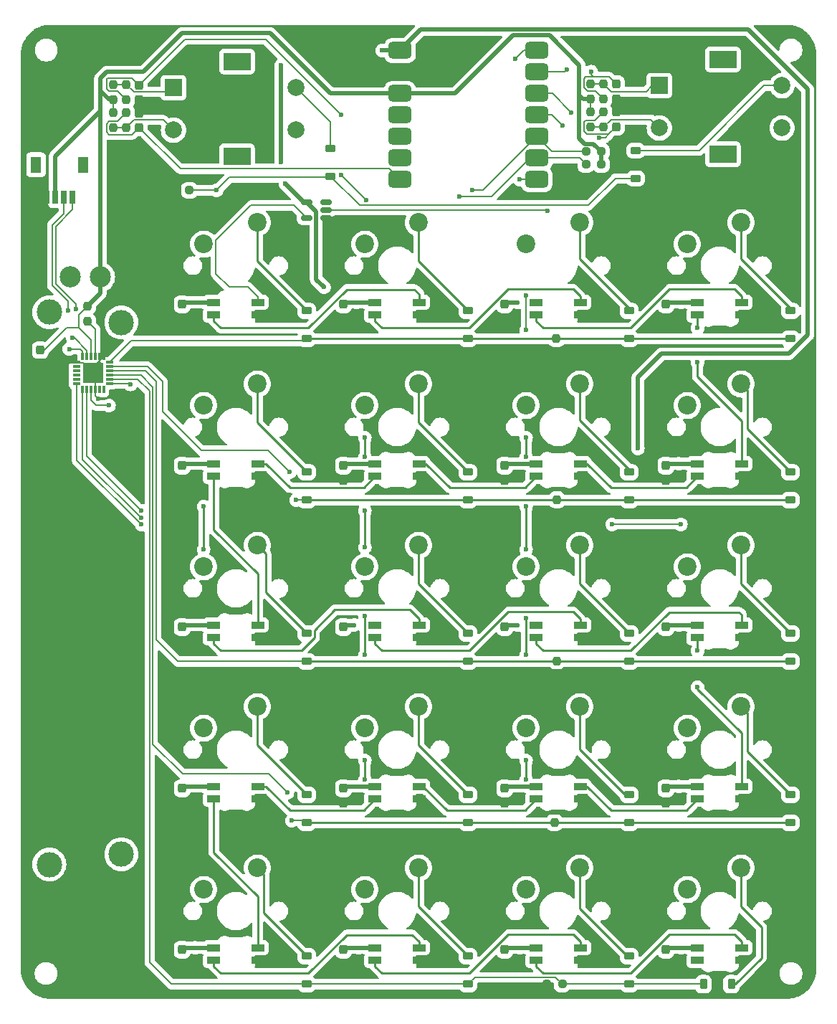
<source format=gbr>
%TF.GenerationSoftware,KiCad,Pcbnew,8.0.5*%
%TF.CreationDate,2024-11-15T15:43:01-05:00*%
%TF.ProjectId,bytesized_macropad,62797465-7369-47a6-9564-5f6d6163726f,rev?*%
%TF.SameCoordinates,Original*%
%TF.FileFunction,Copper,L2,Bot*%
%TF.FilePolarity,Positive*%
%FSLAX46Y46*%
G04 Gerber Fmt 4.6, Leading zero omitted, Abs format (unit mm)*
G04 Created by KiCad (PCBNEW 8.0.5) date 2024-11-15 15:43:01*
%MOMM*%
%LPD*%
G01*
G04 APERTURE LIST*
G04 Aperture macros list*
%AMRoundRect*
0 Rectangle with rounded corners*
0 $1 Rounding radius*
0 $2 $3 $4 $5 $6 $7 $8 $9 X,Y pos of 4 corners*
0 Add a 4 corners polygon primitive as box body*
4,1,4,$2,$3,$4,$5,$6,$7,$8,$9,$2,$3,0*
0 Add four circle primitives for the rounded corners*
1,1,$1+$1,$2,$3*
1,1,$1+$1,$4,$5*
1,1,$1+$1,$6,$7*
1,1,$1+$1,$8,$9*
0 Add four rect primitives between the rounded corners*
20,1,$1+$1,$2,$3,$4,$5,0*
20,1,$1+$1,$4,$5,$6,$7,0*
20,1,$1+$1,$6,$7,$8,$9,0*
20,1,$1+$1,$8,$9,$2,$3,0*%
G04 Aperture macros list end*
%TA.AperFunction,SMDPad,CuDef*%
%ADD10RoundRect,0.237500X0.250000X0.237500X-0.250000X0.237500X-0.250000X-0.237500X0.250000X-0.237500X0*%
%TD*%
%TA.AperFunction,SMDPad,CuDef*%
%ADD11RoundRect,0.237500X-0.237500X0.250000X-0.237500X-0.250000X0.237500X-0.250000X0.237500X0.250000X0*%
%TD*%
%TA.AperFunction,SMDPad,CuDef*%
%ADD12RoundRect,0.082000X-0.718000X0.328000X-0.718000X-0.328000X0.718000X-0.328000X0.718000X0.328000X0*%
%TD*%
%TA.AperFunction,ComponentPad*%
%ADD13C,2.200000*%
%TD*%
%TA.AperFunction,ComponentPad*%
%ADD14R,2.000000X2.000000*%
%TD*%
%TA.AperFunction,ComponentPad*%
%ADD15C,2.000000*%
%TD*%
%TA.AperFunction,ComponentPad*%
%ADD16R,3.200000X2.000000*%
%TD*%
%TA.AperFunction,SMDPad,CuDef*%
%ADD17R,1.295400X1.905000*%
%TD*%
%TA.AperFunction,SMDPad,CuDef*%
%ADD18R,0.660400X1.549400*%
%TD*%
%TA.AperFunction,ComponentPad*%
%ADD19C,3.000000*%
%TD*%
%TA.AperFunction,ComponentPad*%
%ADD20C,2.500000*%
%TD*%
%TA.AperFunction,SMDPad,CuDef*%
%ADD21RoundRect,0.237500X0.237500X-0.300000X0.237500X0.300000X-0.237500X0.300000X-0.237500X-0.300000X0*%
%TD*%
%TA.AperFunction,SMDPad,CuDef*%
%ADD22RoundRect,0.225000X-0.225000X-0.375000X0.225000X-0.375000X0.225000X0.375000X-0.225000X0.375000X0*%
%TD*%
%TA.AperFunction,SMDPad,CuDef*%
%ADD23RoundRect,0.225000X0.375000X-0.225000X0.375000X0.225000X-0.375000X0.225000X-0.375000X-0.225000X0*%
%TD*%
%TA.AperFunction,SMDPad,CuDef*%
%ADD24RoundRect,0.075000X0.362500X0.075000X-0.362500X0.075000X-0.362500X-0.075000X0.362500X-0.075000X0*%
%TD*%
%TA.AperFunction,SMDPad,CuDef*%
%ADD25RoundRect,0.075000X0.075000X0.362500X-0.075000X0.362500X-0.075000X-0.362500X0.075000X-0.362500X0*%
%TD*%
%TA.AperFunction,HeatsinkPad*%
%ADD26R,2.450000X2.450000*%
%TD*%
%TA.AperFunction,SMDPad,CuDef*%
%ADD27RoundRect,0.237500X0.237500X-0.250000X0.237500X0.250000X-0.237500X0.250000X-0.237500X-0.250000X0*%
%TD*%
%TA.AperFunction,SMDPad,CuDef*%
%ADD28RoundRect,0.237500X-0.250000X-0.237500X0.250000X-0.237500X0.250000X0.237500X-0.250000X0.237500X0*%
%TD*%
%TA.AperFunction,SMDPad,CuDef*%
%ADD29RoundRect,0.150000X0.512500X0.150000X-0.512500X0.150000X-0.512500X-0.150000X0.512500X-0.150000X0*%
%TD*%
%TA.AperFunction,SMDPad,CuDef*%
%ADD30RoundRect,0.500000X0.875000X0.500000X-0.875000X0.500000X-0.875000X-0.500000X0.875000X-0.500000X0*%
%TD*%
%TA.AperFunction,SMDPad,CuDef*%
%ADD31RoundRect,0.237500X-0.237500X0.300000X-0.237500X-0.300000X0.237500X-0.300000X0.237500X0.300000X0*%
%TD*%
%TA.AperFunction,ViaPad*%
%ADD32C,0.600000*%
%TD*%
%TA.AperFunction,Conductor*%
%ADD33C,0.200000*%
%TD*%
%TA.AperFunction,Conductor*%
%ADD34C,0.500000*%
%TD*%
%TA.AperFunction,Conductor*%
%ADD35C,0.250000*%
%TD*%
G04 APERTURE END LIST*
D10*
%TO.P,R17,1*%
%TO.N,/ROW6*%
X111349800Y-50800000D03*
%TO.P,R17,2*%
%TO.N,GND*%
X109524800Y-50800000D03*
%TD*%
%TO.P,R16,1*%
%TO.N,/ROW5*%
X155397200Y-144496800D03*
%TO.P,R16,2*%
%TO.N,GND*%
X153572200Y-144496800D03*
%TD*%
D11*
%TO.P,R15,1*%
%TO.N,/ROW4*%
X154482800Y-125454400D03*
%TO.P,R15,2*%
%TO.N,GND*%
X154482800Y-127279400D03*
%TD*%
%TO.P,R14,1*%
%TO.N,/ROW3*%
X154762200Y-106353600D03*
%TO.P,R14,2*%
%TO.N,GND*%
X154762200Y-108178600D03*
%TD*%
%TO.P,R13,1*%
%TO.N,/ROW2*%
X154762200Y-87329000D03*
%TO.P,R13,2*%
%TO.N,GND*%
X154762200Y-89154000D03*
%TD*%
%TO.P,R12,1*%
%TO.N,/ROW1*%
X154711400Y-68304400D03*
%TO.P,R12,2*%
%TO.N,GND*%
X154711400Y-70129400D03*
%TD*%
D12*
%TO.P,LED14,1,VDD*%
%TO.N,+5V*%
X152340000Y-121169999D03*
%TO.P,LED14,2,DOUT*%
%TO.N,Net-(LED14-DOUT)*%
X152340000Y-122669999D03*
%TO.P,LED14,3,VSS*%
%TO.N,GND*%
X157540000Y-122669999D03*
%TO.P,LED14,4,DIN*%
%TO.N,Net-(LED13-DOUT)*%
X157540000Y-121169999D03*
%TD*%
D13*
%TO.P,SW13,1,1*%
%TO.N,Net-(D13-A)*%
X119380000Y-111760000D03*
%TO.P,SW13,2,2*%
%TO.N,/COL1*%
X113030000Y-114300000D03*
%TD*%
D12*
%TO.P,LED9,1,VDD*%
%TO.N,+5V*%
X114240000Y-102119999D03*
%TO.P,LED9,2,DOUT*%
%TO.N,Net-(LED10-DIN)*%
X114240000Y-103619999D03*
%TO.P,LED9,3,VSS*%
%TO.N,GND*%
X119440000Y-103619999D03*
%TO.P,LED9,4,DIN*%
%TO.N,Net-(LED8-DOUT)*%
X119440000Y-102119999D03*
%TD*%
D14*
%TO.P,SW21,A,A*%
%TO.N,Net-(R4-Pad1)*%
X109474000Y-38688000D03*
D15*
%TO.P,SW21,B,B*%
%TO.N,Net-(R5-Pad2)*%
X109474000Y-43688000D03*
%TO.P,SW21,C,C*%
%TO.N,GND*%
X109474000Y-41188000D03*
D16*
%TO.P,SW21,MP*%
%TO.N,N/C*%
X116974000Y-35588000D03*
X116974000Y-46788000D03*
D15*
%TO.P,SW21,S1,S1*%
%TO.N,/COL3*%
X123974000Y-43688000D03*
%TO.P,SW21,S2,S2*%
%TO.N,Net-(D21-A)*%
X123974000Y-38688000D03*
%TD*%
D13*
%TO.P,SW12,1,1*%
%TO.N,Net-(D12-A)*%
X176530000Y-92710000D03*
%TO.P,SW12,2,2*%
%TO.N,/COL4*%
X170180000Y-95250000D03*
%TD*%
D12*
%TO.P,LED20,1,VDD*%
%TO.N,+5V*%
X171390000Y-140219999D03*
%TO.P,LED20,2,DOUT*%
%TO.N,unconnected-(LED20-DOUT-Pad2)*%
X171390000Y-141719999D03*
%TO.P,LED20,3,VSS*%
%TO.N,GND*%
X176590000Y-141719999D03*
%TO.P,LED20,4,DIN*%
%TO.N,Net-(LED20-DIN)*%
X176590000Y-140219999D03*
%TD*%
D13*
%TO.P,SW4,1,1*%
%TO.N,Net-(D4-A)*%
X176530000Y-54610000D03*
%TO.P,SW4,2,2*%
%TO.N,/COL4*%
X170180000Y-57150000D03*
%TD*%
%TO.P,SW15,1,1*%
%TO.N,Net-(D15-A)*%
X157480000Y-111760000D03*
%TO.P,SW15,2,2*%
%TO.N,/COL3*%
X151130000Y-114300000D03*
%TD*%
%TO.P,SW18,1,1*%
%TO.N,Net-(D18-A)*%
X138430000Y-130810000D03*
%TO.P,SW18,2,2*%
%TO.N,/COL2*%
X132080000Y-133350000D03*
%TD*%
D12*
%TO.P,LED3,1,VDD*%
%TO.N,+5V*%
X152340000Y-64019999D03*
%TO.P,LED3,2,DOUT*%
%TO.N,Net-(LED3-DOUT)*%
X152340000Y-65519999D03*
%TO.P,LED3,3,VSS*%
%TO.N,GND*%
X157540000Y-65519999D03*
%TO.P,LED3,4,DIN*%
%TO.N,Net-(LED2-DOUT)*%
X157540000Y-64019999D03*
%TD*%
D13*
%TO.P,SW14,1,1*%
%TO.N,Net-(D14-A)*%
X138430000Y-111760000D03*
%TO.P,SW14,2,2*%
%TO.N,/COL2*%
X132080000Y-114300000D03*
%TD*%
D12*
%TO.P,LED6,1,VDD*%
%TO.N,+5V*%
X152340000Y-83069999D03*
%TO.P,LED6,2,DOUT*%
%TO.N,Net-(LED6-DOUT)*%
X152340000Y-84569999D03*
%TO.P,LED6,3,VSS*%
%TO.N,GND*%
X157540000Y-84569999D03*
%TO.P,LED6,4,DIN*%
%TO.N,Net-(LED5-DOUT)*%
X157540000Y-83069999D03*
%TD*%
%TO.P,LED11,1,VDD*%
%TO.N,+5V*%
X152340000Y-102119999D03*
%TO.P,LED11,2,DOUT*%
%TO.N,Net-(LED11-DOUT)*%
X152340000Y-103619999D03*
%TO.P,LED11,3,VSS*%
%TO.N,GND*%
X157540000Y-103619999D03*
%TO.P,LED11,4,DIN*%
%TO.N,Net-(LED10-DOUT)*%
X157540000Y-102119999D03*
%TD*%
D13*
%TO.P,SW2,1,1*%
%TO.N,Net-(D2-A)*%
X138430000Y-54610000D03*
%TO.P,SW2,2,2*%
%TO.N,/COL2*%
X132080000Y-57150000D03*
%TD*%
D12*
%TO.P,LED5,1,VDD*%
%TO.N,+5V*%
X171390000Y-83069999D03*
%TO.P,LED5,2,DOUT*%
%TO.N,Net-(LED5-DOUT)*%
X171390000Y-84569999D03*
%TO.P,LED5,3,VSS*%
%TO.N,GND*%
X176590000Y-84569999D03*
%TO.P,LED5,4,DIN*%
%TO.N,Net-(LED4-DOUT)*%
X176590000Y-83069999D03*
%TD*%
D14*
%TO.P,SW22,A,A*%
%TO.N,Net-(R7-Pad1)*%
X166878000Y-38434000D03*
D15*
%TO.P,SW22,B,B*%
%TO.N,Net-(R10-Pad2)*%
X166878000Y-43434000D03*
%TO.P,SW22,C,C*%
%TO.N,GND*%
X166878000Y-40934000D03*
D16*
%TO.P,SW22,MP*%
%TO.N,N/C*%
X174378000Y-35334000D03*
X174378000Y-46534000D03*
D15*
%TO.P,SW22,S1,S1*%
%TO.N,/COL4*%
X181378000Y-43434000D03*
%TO.P,SW22,S2,S2*%
%TO.N,Net-(D22-A)*%
X181378000Y-38434000D03*
%TD*%
D13*
%TO.P,SW6,1,1*%
%TO.N,Net-(D6-A)*%
X138430000Y-73660000D03*
%TO.P,SW6,2,2*%
%TO.N,/COL2*%
X132080000Y-76200000D03*
%TD*%
%TO.P,SW7,1,1*%
%TO.N,Net-(D7-A)*%
X157480000Y-73660000D03*
%TO.P,SW7,2,2*%
%TO.N,/COL3*%
X151130000Y-76200000D03*
%TD*%
D17*
%TO.P,J1,6*%
%TO.N,N/C*%
X93220002Y-47763199D03*
%TO.P,J1,5*%
X98820000Y-47763199D03*
D18*
%TO.P,J1,4,Pin_4*%
%TO.N,/SCL*%
X97520001Y-51638200D03*
%TO.P,J1,3,Pin_3*%
%TO.N,/SDA*%
X96520000Y-51638200D03*
%TO.P,J1,2,Pin_2*%
%TO.N,+3V3*%
X95520002Y-51638200D03*
%TO.P,J1,1,Pin_1*%
%TO.N,GND*%
X94520001Y-51638200D03*
%TD*%
D12*
%TO.P,LED17,1,VDD*%
%TO.N,+5V*%
X114240000Y-140219999D03*
%TO.P,LED17,2,DOUT*%
%TO.N,Net-(LED17-DOUT)*%
X114240000Y-141719999D03*
%TO.P,LED17,3,VSS*%
%TO.N,GND*%
X119440000Y-141719999D03*
%TO.P,LED17,4,DIN*%
%TO.N,Net-(LED16-DOUT)*%
X119440000Y-140219999D03*
%TD*%
%TO.P,LED16,1,VDD*%
%TO.N,+5V*%
X114240000Y-121169999D03*
%TO.P,LED16,2,DOUT*%
%TO.N,Net-(LED16-DOUT)*%
X114240000Y-122669999D03*
%TO.P,LED16,3,VSS*%
%TO.N,GND*%
X119440000Y-122669999D03*
%TO.P,LED16,4,DIN*%
%TO.N,Net-(LED15-DOUT)*%
X119440000Y-121169999D03*
%TD*%
%TO.P,LED13,1,VDD*%
%TO.N,+5V*%
X171390000Y-121169999D03*
%TO.P,LED13,2,DOUT*%
%TO.N,Net-(LED13-DOUT)*%
X171390000Y-122669999D03*
%TO.P,LED13,3,VSS*%
%TO.N,GND*%
X176590000Y-122669999D03*
%TO.P,LED13,4,DIN*%
%TO.N,Net-(LED12-DOUT)*%
X176590000Y-121169999D03*
%TD*%
%TO.P,LED1,1,VDD*%
%TO.N,+5V*%
X114240000Y-64019999D03*
%TO.P,LED1,2,DOUT*%
%TO.N,Net-(LED1-DOUT)*%
X114240000Y-65519999D03*
%TO.P,LED1,3,VSS*%
%TO.N,GND*%
X119440000Y-65519999D03*
%TO.P,LED1,4,DIN*%
%TO.N,/LED_5V*%
X119440000Y-64019999D03*
%TD*%
%TO.P,LED2,1,VDD*%
%TO.N,+5V*%
X133290000Y-64019999D03*
%TO.P,LED2,2,DOUT*%
%TO.N,Net-(LED2-DOUT)*%
X133290000Y-65519999D03*
%TO.P,LED2,3,VSS*%
%TO.N,GND*%
X138490000Y-65519999D03*
%TO.P,LED2,4,DIN*%
%TO.N,Net-(LED1-DOUT)*%
X138490000Y-64019999D03*
%TD*%
D13*
%TO.P,SW11,1,1*%
%TO.N,Net-(D11-A)*%
X157480000Y-92710000D03*
%TO.P,SW11,2,2*%
%TO.N,/COL3*%
X151130000Y-95250000D03*
%TD*%
D12*
%TO.P,LED4,1,VDD*%
%TO.N,+5V*%
X171390000Y-64019999D03*
%TO.P,LED4,2,DOUT*%
%TO.N,Net-(LED4-DOUT)*%
X171390000Y-65519999D03*
%TO.P,LED4,3,VSS*%
%TO.N,GND*%
X176590000Y-65519999D03*
%TO.P,LED4,4,DIN*%
%TO.N,Net-(LED3-DOUT)*%
X176590000Y-64019999D03*
%TD*%
%TO.P,LED10,1,VDD*%
%TO.N,+5V*%
X133290000Y-102119999D03*
%TO.P,LED10,2,DOUT*%
%TO.N,Net-(LED10-DOUT)*%
X133290000Y-103619999D03*
%TO.P,LED10,3,VSS*%
%TO.N,GND*%
X138490000Y-103619999D03*
%TO.P,LED10,4,DIN*%
%TO.N,Net-(LED10-DIN)*%
X138490000Y-102119999D03*
%TD*%
D13*
%TO.P,SW3,1,1*%
%TO.N,Net-(D3-A)*%
X157480000Y-54610000D03*
%TO.P,SW3,2,2*%
%TO.N,/COL3*%
X151130000Y-57150000D03*
%TD*%
D12*
%TO.P,LED21,1,VDD*%
%TO.N,+5V*%
X152340000Y-140219999D03*
%TO.P,LED21,2,DOUT*%
%TO.N,Net-(LED20-DIN)*%
X152340000Y-141719999D03*
%TO.P,LED21,3,VSS*%
%TO.N,GND*%
X157540000Y-141719999D03*
%TO.P,LED21,4,DIN*%
%TO.N,Net-(LED18-DOUT)*%
X157540000Y-140219999D03*
%TD*%
D13*
%TO.P,SW5,1,1*%
%TO.N,Net-(D5-A)*%
X119380000Y-73660000D03*
%TO.P,SW5,2,2*%
%TO.N,/COL1*%
X113030000Y-76200000D03*
%TD*%
%TO.P,SW16,1,1*%
%TO.N,Net-(D16-A)*%
X176530000Y-111760000D03*
%TO.P,SW16,2,2*%
%TO.N,/COL4*%
X170180000Y-114300000D03*
%TD*%
%TO.P,SW17,1,1*%
%TO.N,Net-(D17-A)*%
X119380000Y-130810000D03*
%TO.P,SW17,2,2*%
%TO.N,/COL1*%
X113030000Y-133350000D03*
%TD*%
D19*
%TO.P,RV1,*%
%TO.N,*%
X94810000Y-65190000D03*
X103310000Y-66390000D03*
X103310000Y-129190000D03*
X94810000Y-130390000D03*
D20*
%TO.P,RV1,1,1*%
%TO.N,+3V3*%
X100810000Y-61040000D03*
%TO.P,RV1,2,2*%
%TO.N,/SLIDE*%
X97310000Y-61040000D03*
%TO.P,RV1,3,3*%
%TO.N,GND*%
X100810000Y-134540000D03*
%TD*%
D13*
%TO.P,SW1,1,1*%
%TO.N,Net-(D1-A)*%
X119380000Y-54610000D03*
%TO.P,SW1,2,2*%
%TO.N,/COL1*%
X113030000Y-57150000D03*
%TD*%
%TO.P,SW10,1,1*%
%TO.N,Net-(D10-A)*%
X138430000Y-92710000D03*
%TO.P,SW10,2,2*%
%TO.N,/COL2*%
X132080000Y-95250000D03*
%TD*%
D12*
%TO.P,LED8,1,VDD*%
%TO.N,+5V*%
X114240000Y-83069999D03*
%TO.P,LED8,2,DOUT*%
%TO.N,Net-(LED8-DOUT)*%
X114240000Y-84569999D03*
%TO.P,LED8,3,VSS*%
%TO.N,GND*%
X119440000Y-84569999D03*
%TO.P,LED8,4,DIN*%
%TO.N,Net-(LED7-DOUT)*%
X119440000Y-83069999D03*
%TD*%
D13*
%TO.P,SW8,1,1*%
%TO.N,Net-(D8-A)*%
X176530000Y-73660000D03*
%TO.P,SW8,2,2*%
%TO.N,/COL4*%
X170180000Y-76200000D03*
%TD*%
D12*
%TO.P,LED18,1,VDD*%
%TO.N,+5V*%
X133290000Y-140219999D03*
%TO.P,LED18,2,DOUT*%
%TO.N,Net-(LED18-DOUT)*%
X133290000Y-141719999D03*
%TO.P,LED18,3,VSS*%
%TO.N,GND*%
X138490000Y-141719999D03*
%TO.P,LED18,4,DIN*%
%TO.N,Net-(LED17-DOUT)*%
X138490000Y-140219999D03*
%TD*%
%TO.P,LED7,1,VDD*%
%TO.N,+5V*%
X133290000Y-83069999D03*
%TO.P,LED7,2,DOUT*%
%TO.N,Net-(LED7-DOUT)*%
X133290000Y-84569999D03*
%TO.P,LED7,3,VSS*%
%TO.N,GND*%
X138490000Y-84569999D03*
%TO.P,LED7,4,DIN*%
%TO.N,Net-(LED6-DOUT)*%
X138490000Y-83069999D03*
%TD*%
%TO.P,LED12,1,VDD*%
%TO.N,+5V*%
X171390000Y-102119999D03*
%TO.P,LED12,2,DOUT*%
%TO.N,Net-(LED12-DOUT)*%
X171390000Y-103619999D03*
%TO.P,LED12,3,VSS*%
%TO.N,GND*%
X176590000Y-103619999D03*
%TO.P,LED12,4,DIN*%
%TO.N,Net-(LED11-DOUT)*%
X176590000Y-102119999D03*
%TD*%
D13*
%TO.P,SW20,1,1*%
%TO.N,Net-(D20-A)*%
X176530000Y-130810000D03*
%TO.P,SW20,2,2*%
%TO.N,/COL4*%
X170180000Y-133350000D03*
%TD*%
%TO.P,SW19,1,1*%
%TO.N,Net-(D19-A)*%
X157480000Y-130810000D03*
%TO.P,SW19,2,2*%
%TO.N,/COL3*%
X151130000Y-133350000D03*
%TD*%
D12*
%TO.P,LED15,1,VDD*%
%TO.N,+5V*%
X133290000Y-121169999D03*
%TO.P,LED15,2,DOUT*%
%TO.N,Net-(LED15-DOUT)*%
X133290000Y-122669999D03*
%TO.P,LED15,3,VSS*%
%TO.N,GND*%
X138490000Y-122669999D03*
%TO.P,LED15,4,DIN*%
%TO.N,Net-(LED14-DOUT)*%
X138490000Y-121169999D03*
%TD*%
D13*
%TO.P,SW9,1,1*%
%TO.N,Net-(D9-A)*%
X119380000Y-92710000D03*
%TO.P,SW9,2,2*%
%TO.N,/COL1*%
X113030000Y-95250000D03*
%TD*%
D21*
%TO.P,C8,1*%
%TO.N,GND*%
X167640000Y-85037000D03*
%TO.P,C8,2*%
%TO.N,+5V*%
X167640000Y-83312000D03*
%TD*%
D22*
%TO.P,D20,1,K*%
%TO.N,/ROW5*%
X172086000Y-144526000D03*
%TO.P,D20,2,A*%
%TO.N,Net-(D20-A)*%
X175386000Y-144526000D03*
%TD*%
D23*
%TO.P,D15,1,K*%
%TO.N,/ROW4*%
X163322000Y-125474000D03*
%TO.P,D15,2,A*%
%TO.N,Net-(D15-A)*%
X163322000Y-122174000D03*
%TD*%
%TO.P,D8,1,K*%
%TO.N,/ROW2*%
X182372000Y-87374000D03*
%TO.P,D8,2,A*%
%TO.N,Net-(D8-A)*%
X182372000Y-84074000D03*
%TD*%
D21*
%TO.P,C22,1*%
%TO.N,GND*%
X161798000Y-39978500D03*
%TO.P,C22,2*%
%TO.N,/ENC2_A*%
X161798000Y-38253500D03*
%TD*%
%TO.P,C24,1*%
%TO.N,GND*%
X148590000Y-142187000D03*
%TO.P,C24,2*%
%TO.N,+5V*%
X148590000Y-140462000D03*
%TD*%
%TO.P,C13,1*%
%TO.N,GND*%
X110490000Y-104087000D03*
%TO.P,C13,2*%
%TO.N,+5V*%
X110490000Y-102362000D03*
%TD*%
D24*
%TO.P,U2,1,P00*%
%TO.N,/ROW1*%
X101919000Y-71120000D03*
%TO.P,U2,2,P01*%
%TO.N,/ROW2*%
X101919000Y-71620000D03*
%TO.P,U2,3,P02*%
%TO.N,/ROW3*%
X101919000Y-72120000D03*
%TO.P,U2,4,P03*%
%TO.N,/ROW4*%
X101919000Y-72620000D03*
%TO.P,U2,5,P04*%
%TO.N,/ROW5*%
X101919000Y-73120000D03*
%TO.P,U2,6,P05*%
%TO.N,/ROW6*%
X101919000Y-73620000D03*
D25*
%TO.P,U2,7,P06*%
%TO.N,unconnected-(U2-P06-Pad7)*%
X101231500Y-74307500D03*
%TO.P,U2,8,P07*%
%TO.N,unconnected-(U2-P07-Pad8)*%
X100731500Y-74307500D03*
%TO.P,U2,9,GND*%
%TO.N,GND*%
X100231500Y-74307500D03*
%TO.P,U2,10,P10*%
%TO.N,/COL1*%
X99731500Y-74307500D03*
%TO.P,U2,11,P11*%
%TO.N,/COL2*%
X99231500Y-74307500D03*
%TO.P,U2,12,P12*%
%TO.N,/COL3*%
X98731500Y-74307500D03*
D24*
%TO.P,U2,13,P13*%
%TO.N,/COL4*%
X98044000Y-73620000D03*
%TO.P,U2,14,P14*%
%TO.N,unconnected-(U2-P14-Pad14)*%
X98044000Y-73120000D03*
%TO.P,U2,15,P15*%
%TO.N,unconnected-(U2-P15-Pad15)*%
X98044000Y-72620000D03*
%TO.P,U2,16,P16*%
%TO.N,unconnected-(U2-P16-Pad16)*%
X98044000Y-72120000D03*
%TO.P,U2,17,P17*%
%TO.N,unconnected-(U2-P17-Pad17)*%
X98044000Y-71620000D03*
%TO.P,U2,18,A0*%
%TO.N,GND*%
X98044000Y-71120000D03*
D25*
%TO.P,U2,19,SCL*%
%TO.N,/SCL*%
X98731500Y-70432500D03*
%TO.P,U2,20,SDA*%
%TO.N,/SDA*%
X99231500Y-70432500D03*
%TO.P,U2,21,VCC*%
%TO.N,+3V3*%
X99731500Y-70432500D03*
%TO.P,U2,22,~{INT}*%
%TO.N,/{slash}INT*%
X100231500Y-70432500D03*
%TO.P,U2,23,A1*%
%TO.N,GND*%
X100731500Y-70432500D03*
%TO.P,U2,24,A2*%
X101231500Y-70432500D03*
D26*
%TO.P,U2,25,EPAD*%
X99981500Y-72370000D03*
%TD*%
D21*
%TO.P,C15,1*%
%TO.N,GND*%
X129540000Y-85037000D03*
%TO.P,C15,2*%
%TO.N,+5V*%
X129540000Y-83312000D03*
%TD*%
D23*
%TO.P,D17,1,K*%
%TO.N,/ROW5*%
X125222000Y-144524000D03*
%TO.P,D17,2,A*%
%TO.N,Net-(D17-A)*%
X125222000Y-141224000D03*
%TD*%
D21*
%TO.P,C11,1*%
%TO.N,GND*%
X148590000Y-104087000D03*
%TO.P,C11,2*%
%TO.N,+5V*%
X148590000Y-102362000D03*
%TD*%
%TO.P,C12,1*%
%TO.N,GND*%
X129540000Y-104087000D03*
%TO.P,C12,2*%
%TO.N,+5V*%
X129540000Y-102362000D03*
%TD*%
%TO.P,C16,1*%
%TO.N,GND*%
X167640000Y-123137000D03*
%TO.P,C16,2*%
%TO.N,+5V*%
X167640000Y-121412000D03*
%TD*%
D23*
%TO.P,D14,1,K*%
%TO.N,/ROW4*%
X144272000Y-125474000D03*
%TO.P,D14,2,A*%
%TO.N,Net-(D14-A)*%
X144272000Y-122174000D03*
%TD*%
%TO.P,D18,1,K*%
%TO.N,/ROW5*%
X144272000Y-144524000D03*
%TO.P,D18,2,A*%
%TO.N,Net-(D18-A)*%
X144272000Y-141224000D03*
%TD*%
%TO.P,D9,1,K*%
%TO.N,/ROW3*%
X125222000Y-106424000D03*
%TO.P,D9,2,A*%
%TO.N,Net-(D9-A)*%
X125222000Y-103124000D03*
%TD*%
D21*
%TO.P,C6,1*%
%TO.N,GND*%
X148590000Y-65987000D03*
%TO.P,C6,2*%
%TO.N,+5V*%
X148590000Y-64262000D03*
%TD*%
%TO.P,C20,1*%
%TO.N,GND*%
X110490000Y-142187000D03*
%TO.P,C20,2*%
%TO.N,+5V*%
X110490000Y-140462000D03*
%TD*%
D23*
%TO.P,D22,1,K*%
%TO.N,/ROW6*%
X164084000Y-49402000D03*
%TO.P,D22,2,A*%
%TO.N,Net-(D22-A)*%
X164084000Y-46102000D03*
%TD*%
D27*
%TO.P,R9,1*%
%TO.N,+3V3*%
X158750000Y-40028500D03*
%TO.P,R9,2*%
%TO.N,Net-(R7-Pad1)*%
X158750000Y-38203500D03*
%TD*%
D11*
%TO.P,R4,1*%
%TO.N,Net-(R4-Pad1)*%
X103886000Y-38307000D03*
%TO.P,R4,2*%
%TO.N,/ENC_A*%
X103886000Y-40132000D03*
%TD*%
D21*
%TO.P,C19,1*%
%TO.N,GND*%
X110490000Y-123137000D03*
%TO.P,C19,2*%
%TO.N,+5V*%
X110490000Y-121412000D03*
%TD*%
%TO.P,C21,1*%
%TO.N,GND*%
X129540000Y-142187000D03*
%TO.P,C21,2*%
%TO.N,+5V*%
X129540000Y-140462000D03*
%TD*%
D23*
%TO.P,D6,1,K*%
%TO.N,/ROW2*%
X144272000Y-87374000D03*
%TO.P,D6,2,A*%
%TO.N,Net-(D6-A)*%
X144272000Y-84074000D03*
%TD*%
%TO.P,D7,1,K*%
%TO.N,/ROW2*%
X163322000Y-87374000D03*
%TO.P,D7,2,A*%
%TO.N,Net-(D7-A)*%
X163322000Y-84074000D03*
%TD*%
D21*
%TO.P,C9,1*%
%TO.N,GND*%
X148590000Y-85037000D03*
%TO.P,C9,2*%
%TO.N,+5V*%
X148590000Y-83312000D03*
%TD*%
D23*
%TO.P,D12,1,K*%
%TO.N,/ROW3*%
X182372000Y-106424000D03*
%TO.P,D12,2,A*%
%TO.N,Net-(D12-A)*%
X182372000Y-103124000D03*
%TD*%
D21*
%TO.P,C3,1*%
%TO.N,GND*%
X110490000Y-65987000D03*
%TO.P,C3,2*%
%TO.N,+5V*%
X110490000Y-64262000D03*
%TD*%
D28*
%TO.P,R2,1*%
%TO.N,/SDA*%
X158195000Y-46228000D03*
%TO.P,R2,2*%
%TO.N,+3V3*%
X160020000Y-46228000D03*
%TD*%
D23*
%TO.P,D5,1,K*%
%TO.N,/ROW2*%
X125222000Y-87374000D03*
%TO.P,D5,2,A*%
%TO.N,Net-(D5-A)*%
X125222000Y-84074000D03*
%TD*%
D21*
%TO.P,C14,1*%
%TO.N,GND*%
X110490000Y-85037000D03*
%TO.P,C14,2*%
%TO.N,+5V*%
X110490000Y-83312000D03*
%TD*%
%TO.P,C25,1*%
%TO.N,/ENC2_B*%
X161798000Y-43280500D03*
%TO.P,C25,2*%
%TO.N,GND*%
X161798000Y-41555500D03*
%TD*%
D23*
%TO.P,D1,1,K*%
%TO.N,/ROW1*%
X125222000Y-68324000D03*
%TO.P,D1,2,A*%
%TO.N,Net-(D1-A)*%
X125222000Y-65024000D03*
%TD*%
D21*
%TO.P,C7,1*%
%TO.N,GND*%
X167640000Y-65987000D03*
%TO.P,C7,2*%
%TO.N,+5V*%
X167640000Y-64262000D03*
%TD*%
D23*
%TO.P,D3,1,K*%
%TO.N,/ROW1*%
X163322000Y-68324000D03*
%TO.P,D3,2,A*%
%TO.N,Net-(D3-A)*%
X163322000Y-65024000D03*
%TD*%
D28*
%TO.P,R3,1*%
%TO.N,/SCL*%
X158195000Y-47752000D03*
%TO.P,R3,2*%
%TO.N,+3V3*%
X160020000Y-47752000D03*
%TD*%
D11*
%TO.P,R5,1*%
%TO.N,+3V3*%
X102362000Y-41609000D03*
%TO.P,R5,2*%
%TO.N,Net-(R5-Pad2)*%
X102362000Y-43434000D03*
%TD*%
D21*
%TO.P,C18,1*%
%TO.N,GND*%
X129540000Y-123137000D03*
%TO.P,C18,2*%
%TO.N,+5V*%
X129540000Y-121412000D03*
%TD*%
D29*
%TO.P,U3,1,NC*%
%TO.N,unconnected-(U3-NC-Pad1)*%
X127497000Y-52202000D03*
%TO.P,U3,2,A*%
%TO.N,/LED*%
X127497000Y-53152000D03*
%TO.P,U3,3,GND*%
%TO.N,GND*%
X127497000Y-54102000D03*
%TO.P,U3,4,Y*%
%TO.N,/LED_5V*%
X125222000Y-54102000D03*
%TO.P,U3,5,VCC*%
%TO.N,+5V*%
X125222000Y-52202000D03*
%TD*%
D23*
%TO.P,D11,1,K*%
%TO.N,/ROW3*%
X163322000Y-106424000D03*
%TO.P,D11,2,A*%
%TO.N,Net-(D11-A)*%
X163322000Y-103124000D03*
%TD*%
%TO.P,D16,1,K*%
%TO.N,/ROW4*%
X182372000Y-125474000D03*
%TO.P,D16,2,A*%
%TO.N,Net-(D16-A)*%
X182372000Y-122174000D03*
%TD*%
D21*
%TO.P,C10,1*%
%TO.N,GND*%
X167640000Y-104087000D03*
%TO.P,C10,2*%
%TO.N,+5V*%
X167640000Y-102362000D03*
%TD*%
%TO.P,C5,1*%
%TO.N,GND*%
X129540000Y-65987000D03*
%TO.P,C5,2*%
%TO.N,+5V*%
X129540000Y-64262000D03*
%TD*%
D30*
%TO.P,U1,1,PA02_A0_D0*%
%TO.N,/SLIDE*%
X152400000Y-34290000D03*
%TO.P,U1,2,PA4_A1_D1*%
%TO.N,/ENC2_A*%
X152400000Y-36830000D03*
%TO.P,U1,3,PA10_A2_D2*%
%TO.N,/ENC2_B*%
X152400000Y-39370000D03*
%TO.P,U1,4,PA11_A3_D3*%
%TO.N,/LED*%
X152400000Y-41910000D03*
%TO.P,U1,5,PA8_A4_D4_SDA*%
%TO.N,/SDA*%
X152400000Y-44450000D03*
%TO.P,U1,6,PA9_A5_D5_SCL*%
%TO.N,/SCL*%
X152400000Y-46990000D03*
%TO.P,U1,7,PB08_A6_D6_TX*%
%TO.N,/ENC_A*%
X152400000Y-49530000D03*
%TO.P,U1,8,PB09_A7_D7_RX*%
%TO.N,/ENC_B*%
X136235000Y-49530000D03*
%TO.P,U1,9,PA7_A8_D8_SCK*%
%TO.N,unconnected-(U1-PA7_A8_D8_SCK-Pad9)*%
X136235000Y-46990000D03*
%TO.P,U1,10,PA5_A9_D9_MISO*%
%TO.N,unconnected-(U1-PA5_A9_D9_MISO-Pad10)*%
X136235000Y-44450000D03*
%TO.P,U1,11,PA6_A10_D10_MOSI*%
%TO.N,unconnected-(U1-PA6_A10_D10_MOSI-Pad11)*%
X136235000Y-41910000D03*
%TO.P,U1,12,3V3*%
%TO.N,+3V3*%
X136235000Y-39370000D03*
%TO.P,U1,13,GND*%
%TO.N,GND*%
X136235000Y-36830000D03*
%TO.P,U1,14,5V*%
%TO.N,+5V*%
X136235000Y-34290000D03*
%TD*%
D21*
%TO.P,C4,1*%
%TO.N,GND*%
X105410000Y-40082000D03*
%TO.P,C4,2*%
%TO.N,/ENC_A*%
X105410000Y-38357000D03*
%TD*%
D23*
%TO.P,D13,1,K*%
%TO.N,/ROW4*%
X125222000Y-125474000D03*
%TO.P,D13,2,A*%
%TO.N,Net-(D13-A)*%
X125222000Y-122174000D03*
%TD*%
D11*
%TO.P,R10,1*%
%TO.N,+3V3*%
X158750000Y-41508500D03*
%TO.P,R10,2*%
%TO.N,Net-(R10-Pad2)*%
X158750000Y-43333500D03*
%TD*%
D21*
%TO.P,C2,1*%
%TO.N,/ENC_B*%
X105410000Y-43384000D03*
%TO.P,C2,2*%
%TO.N,GND*%
X105410000Y-41659000D03*
%TD*%
D27*
%TO.P,R1,1*%
%TO.N,/{slash}INT*%
X99314000Y-66294000D03*
%TO.P,R1,2*%
%TO.N,+3V3*%
X99314000Y-64469000D03*
%TD*%
D23*
%TO.P,D21,1,K*%
%TO.N,/ROW6*%
X128016000Y-49148000D03*
%TO.P,D21,2,A*%
%TO.N,Net-(D21-A)*%
X128016000Y-45848000D03*
%TD*%
%TO.P,D10,1,K*%
%TO.N,/ROW3*%
X144272000Y-106424000D03*
%TO.P,D10,2,A*%
%TO.N,Net-(D10-A)*%
X144272000Y-103124000D03*
%TD*%
D11*
%TO.P,R11,1*%
%TO.N,/ENC2_B*%
X160274000Y-41508500D03*
%TO.P,R11,2*%
%TO.N,Net-(R10-Pad2)*%
X160274000Y-43333500D03*
%TD*%
D23*
%TO.P,D4,1,K*%
%TO.N,/ROW1*%
X182372000Y-68324000D03*
%TO.P,D4,2,A*%
%TO.N,Net-(D4-A)*%
X182372000Y-65024000D03*
%TD*%
D27*
%TO.P,R8,1*%
%TO.N,+3V3*%
X102362000Y-40132000D03*
%TO.P,R8,2*%
%TO.N,Net-(R4-Pad1)*%
X102362000Y-38307000D03*
%TD*%
D11*
%TO.P,R6,1*%
%TO.N,/ENC_B*%
X103886000Y-41609000D03*
%TO.P,R6,2*%
%TO.N,Net-(R5-Pad2)*%
X103886000Y-43434000D03*
%TD*%
D21*
%TO.P,C23,1*%
%TO.N,GND*%
X167640000Y-142187000D03*
%TO.P,C23,2*%
%TO.N,+5V*%
X167640000Y-140462000D03*
%TD*%
D23*
%TO.P,D19,1,K*%
%TO.N,/ROW5*%
X163322000Y-144524000D03*
%TO.P,D19,2,A*%
%TO.N,Net-(D19-A)*%
X163322000Y-141224000D03*
%TD*%
D31*
%TO.P,C1,1*%
%TO.N,+3V3*%
X93726000Y-69649000D03*
%TO.P,C1,2*%
%TO.N,GND*%
X93726000Y-71374000D03*
%TD*%
D21*
%TO.P,C17,1*%
%TO.N,GND*%
X148590000Y-123137000D03*
%TO.P,C17,2*%
%TO.N,+5V*%
X148590000Y-121412000D03*
%TD*%
D23*
%TO.P,D2,1,K*%
%TO.N,/ROW1*%
X144272000Y-68324000D03*
%TO.P,D2,2,A*%
%TO.N,Net-(D2-A)*%
X144272000Y-65024000D03*
%TD*%
D11*
%TO.P,R7,1*%
%TO.N,Net-(R7-Pad1)*%
X160274000Y-38203500D03*
%TO.P,R7,2*%
%TO.N,/ENC2_A*%
X160274000Y-40028500D03*
%TD*%
D32*
%TO.N,/SCL*%
X97942400Y-64846200D03*
%TO.N,/SDA*%
X96989900Y-64973200D03*
%TO.N,/ENC2_B*%
X159791400Y-44577000D03*
X156464000Y-41579800D03*
%TO.N,/ENC2_A*%
X155930600Y-36576000D03*
X158826200Y-36779200D03*
%TO.N,GND*%
X152400000Y-127508000D03*
X139446000Y-124206000D03*
X141732000Y-65278000D03*
X116332000Y-94996000D03*
X122174000Y-103124000D03*
X179070000Y-103886000D03*
X112014000Y-103886000D03*
X120904000Y-70358000D03*
X111760000Y-141986000D03*
X173736000Y-56388000D03*
X117856000Y-108458000D03*
X100584000Y-75438000D03*
X168910000Y-105156000D03*
X146558000Y-84582000D03*
X169418000Y-84582000D03*
X158496000Y-124206000D03*
X130810000Y-141986000D03*
X121666000Y-64516000D03*
X160274000Y-141478000D03*
X171450000Y-99314000D03*
X127254000Y-122174000D03*
X141224000Y-140970000D03*
X166116000Y-67056000D03*
X150114000Y-122682000D03*
X150114000Y-142240000D03*
X99981500Y-72370000D03*
X182118000Y-56388000D03*
X157734000Y-61214000D03*
X121666000Y-57150000D03*
X149860000Y-70358000D03*
X179070000Y-64516000D03*
X141224000Y-103378000D03*
X158496000Y-86106000D03*
X146558000Y-67056000D03*
X168656000Y-92710000D03*
X160274000Y-65024000D03*
X121920000Y-141224000D03*
X150114000Y-65532000D03*
X127762000Y-66802000D03*
X160020000Y-103632000D03*
X143764000Y-70612000D03*
X165354000Y-54356000D03*
X168910000Y-111506000D03*
X139954000Y-86106000D03*
X95758000Y-72390000D03*
X147320000Y-104902000D03*
X174244000Y-108458000D03*
X130810000Y-103886000D03*
%TO.N,+5V*%
X114300000Y-102108000D03*
X150114000Y-64019999D03*
X134112000Y-34290000D03*
X164338000Y-81280000D03*
X131318000Y-140219999D03*
X152340000Y-64019999D03*
X133290000Y-64019999D03*
X150114000Y-102119999D03*
X133290000Y-83069999D03*
X112014000Y-140219999D03*
X169418000Y-64019999D03*
X152340000Y-121169999D03*
X133096000Y-121169999D03*
X114240000Y-83069999D03*
X114240000Y-121169999D03*
X122682000Y-50038000D03*
X169164000Y-83069999D03*
X152340000Y-83069999D03*
X122174000Y-47498000D03*
X152340000Y-102119999D03*
X133350000Y-102108000D03*
X131064000Y-64019999D03*
X127254000Y-62230000D03*
X169164000Y-102119999D03*
X114240000Y-64019999D03*
X150368000Y-140219999D03*
X169418000Y-140219999D03*
X130810000Y-102119999D03*
X169164000Y-121169999D03*
X122174000Y-36068000D03*
%TO.N,/ENC_A*%
X150368000Y-49530000D03*
X129286000Y-41910000D03*
%TO.N,/ROW2*%
X123190000Y-84074000D03*
X123952000Y-87376000D03*
%TO.N,/ROW4*%
X122936000Y-121920000D03*
X123444000Y-125222000D03*
%TO.N,/ROW6*%
X114554000Y-50800000D03*
X104394000Y-73720000D03*
%TO.N,/SDA*%
X144780000Y-50800000D03*
X97561400Y-68224400D03*
%TO.N,/SCL*%
X143256000Y-51562000D03*
X97155000Y-69519800D03*
%TO.N,Net-(LED4-DOUT)*%
X171390000Y-67056000D03*
X171390000Y-71120000D03*
%TO.N,Net-(LED12-DOUT)*%
X171390000Y-105156000D03*
X171390000Y-109474000D03*
%TO.N,/COL1*%
X113030000Y-88138000D03*
X113030000Y-93218000D03*
X101854000Y-76200000D03*
%TO.N,/COL2*%
X132080000Y-88646000D03*
X132080000Y-80010000D03*
X132080000Y-105664000D03*
X132080000Y-101092000D03*
X132080000Y-120396000D03*
X105664000Y-88646000D03*
X132080000Y-92964000D03*
X132080000Y-82296000D03*
X132080000Y-118110000D03*
%TO.N,/COL3*%
X132218000Y-51932000D03*
X151130000Y-88138000D03*
X151130000Y-93218000D03*
X151130000Y-105664000D03*
X151130000Y-82296000D03*
X151130000Y-120396000D03*
X151130000Y-67310000D03*
X129297000Y-49011000D03*
X151130000Y-118110000D03*
X151130000Y-63246000D03*
X105664000Y-89446003D03*
X151130000Y-101346000D03*
X151130000Y-80010000D03*
%TO.N,/COL4*%
X161290000Y-90246006D03*
X169418000Y-90246006D03*
X105664000Y-90246006D03*
%TO.N,/LED*%
X153670000Y-53178000D03*
X155448000Y-43180000D03*
%TO.N,/SLIDE*%
X149860000Y-35306000D03*
%TD*%
D33*
%TO.N,/SCL*%
X97520001Y-53083485D02*
X97520001Y-51638200D01*
X95548400Y-61857671D02*
X95548400Y-55055086D01*
X97942400Y-64251671D02*
X95548400Y-61857671D01*
X95548400Y-55055086D02*
X97520001Y-53083485D01*
X97942400Y-64846200D02*
X97942400Y-64251671D01*
%TO.N,/SDA*%
X96520000Y-53517800D02*
X96520000Y-51638200D01*
X95148400Y-54889400D02*
X96520000Y-53517800D01*
X95148400Y-62052200D02*
X95148400Y-54889400D01*
X96989900Y-64973200D02*
X96989900Y-63893700D01*
X96989900Y-63893700D02*
X95148400Y-62052200D01*
X97746086Y-68224400D02*
X99231500Y-69709814D01*
X97561400Y-68224400D02*
X97746086Y-68224400D01*
X99231500Y-69709814D02*
X99231500Y-70432500D01*
%TO.N,/SCL*%
X98731500Y-69775500D02*
X98731500Y-70432500D01*
X98475800Y-69519800D02*
X98731500Y-69775500D01*
X97155000Y-69519800D02*
X98475800Y-69519800D01*
%TO.N,+3V3*%
X96824800Y-67056000D02*
X98298000Y-67056000D01*
X94231800Y-69649000D02*
X96824800Y-67056000D01*
X93726000Y-69649000D02*
X94231800Y-69649000D01*
D34*
X100810000Y-41480800D02*
X95520002Y-46770798D01*
X100810000Y-40106600D02*
X100810000Y-41480800D01*
X95520002Y-46770798D02*
X95520002Y-51638200D01*
X100810000Y-39652000D02*
X100810000Y-40106600D01*
X100810000Y-40106600D02*
X100810000Y-61040000D01*
D33*
%TO.N,/ENC2_B*%
X160501500Y-44577000D02*
X160882500Y-44196000D01*
X159791400Y-44577000D02*
X160501500Y-44577000D01*
X154254200Y-39370000D02*
X156464000Y-41579800D01*
X152400000Y-39370000D02*
X154254200Y-39370000D01*
%TO.N,/ENC2_A*%
X158826200Y-37136600D02*
X159105600Y-37416000D01*
X159105600Y-37416000D02*
X160960500Y-37416000D01*
X158164000Y-37416000D02*
X159105600Y-37416000D01*
X158826200Y-36779200D02*
X158826200Y-37136600D01*
X155676600Y-36830000D02*
X155930600Y-36576000D01*
X152400000Y-36830000D02*
X155676600Y-36830000D01*
%TO.N,/ROW5*%
X155397200Y-144496800D02*
X154622200Y-143721800D01*
X154622200Y-143721800D02*
X145074200Y-143721800D01*
X145074200Y-143721800D02*
X144272000Y-144524000D01*
X155424400Y-144524000D02*
X155397200Y-144496800D01*
X163322000Y-144524000D02*
X155424400Y-144524000D01*
%TO.N,/ROW6*%
X114554000Y-50800000D02*
X111349800Y-50800000D01*
D34*
%TO.N,+3V3*%
X128016000Y-39370000D02*
X120904000Y-32258000D01*
X153924000Y-32512000D02*
X157425000Y-36013000D01*
D33*
X99731500Y-70432500D02*
X99731500Y-68489500D01*
X98298000Y-67056000D02*
X98298000Y-65532000D01*
X158750000Y-41508500D02*
X158750000Y-40028500D01*
D34*
X158079000Y-45303000D02*
X159095000Y-45303000D01*
D33*
X98298000Y-65532000D02*
X99314000Y-64516000D01*
D34*
X100838000Y-39083000D02*
X101887000Y-40132000D01*
X100838000Y-39624000D02*
X100810000Y-39652000D01*
D33*
X99731500Y-68489500D02*
X98298000Y-67056000D01*
D34*
X105918000Y-36830000D02*
X101584183Y-36830000D01*
X100838000Y-37576183D02*
X100838000Y-39083000D01*
X136235000Y-39370000D02*
X142748000Y-39370000D01*
X160020000Y-46228000D02*
X160020000Y-47752000D01*
X159095000Y-45303000D02*
X160020000Y-46228000D01*
X136235000Y-39370000D02*
X128016000Y-39370000D01*
X157425000Y-39569000D02*
X157425000Y-44649000D01*
X100838000Y-39083000D02*
X100838000Y-39624000D01*
D33*
X102362000Y-41609000D02*
X102362000Y-40132000D01*
D34*
X142748000Y-39370000D02*
X149606000Y-32512000D01*
X157425000Y-36013000D02*
X157425000Y-39569000D01*
X157884500Y-40028500D02*
X158750000Y-40028500D01*
X149606000Y-32512000D02*
X153924000Y-32512000D01*
X100810000Y-62973000D02*
X99314000Y-64469000D01*
D33*
X99314000Y-64516000D02*
X99314000Y-64469000D01*
D34*
X157425000Y-39569000D02*
X157884500Y-40028500D01*
X100810000Y-61040000D02*
X100810000Y-62973000D01*
X110490000Y-32258000D02*
X105918000Y-36830000D01*
X120904000Y-32258000D02*
X110490000Y-32258000D01*
X101584183Y-36830000D02*
X100838000Y-37576183D01*
X157425000Y-44649000D02*
X158079000Y-45303000D01*
X101887000Y-40132000D02*
X102362000Y-40132000D01*
D33*
%TO.N,GND*%
X99981500Y-72370000D02*
X98781500Y-71170000D01*
X100231500Y-72620000D02*
X99981500Y-72370000D01*
X99981500Y-71682500D02*
X99981500Y-72370000D01*
X98094000Y-71170000D02*
X98044000Y-71120000D01*
X100731500Y-71620000D02*
X100653750Y-71697750D01*
D35*
X93726000Y-71374000D02*
X93980000Y-71120000D01*
D33*
X100231500Y-75085500D02*
X100584000Y-75438000D01*
X100731500Y-70432500D02*
X100731500Y-71620000D01*
X100231500Y-74307500D02*
X100231500Y-75085500D01*
X100653750Y-71697750D02*
X99981500Y-72370000D01*
D35*
X93980000Y-71120000D02*
X98044000Y-71120000D01*
D33*
X101231500Y-70432500D02*
X99981500Y-71682500D01*
X98781500Y-71170000D02*
X98094000Y-71170000D01*
X100231500Y-74307500D02*
X100231500Y-72620000D01*
%TO.N,/ENC_B*%
X105410000Y-43384000D02*
X110286000Y-48260000D01*
X101587000Y-42939000D02*
X101587000Y-43929000D01*
X101879500Y-42646500D02*
X101587000Y-42939000D01*
X110286000Y-48260000D02*
X134965000Y-48260000D01*
X104572500Y-44221500D02*
X105410000Y-43384000D01*
X102848500Y-42646500D02*
X101879500Y-42646500D01*
X101587000Y-43929000D02*
X101879500Y-44221500D01*
X134965000Y-48260000D02*
X136235000Y-49530000D01*
X103886000Y-41609000D02*
X102848500Y-42646500D01*
X101879500Y-44221500D02*
X104572500Y-44221500D01*
D34*
%TO.N,+5V*%
X130810000Y-83069999D02*
X129782001Y-83069999D01*
X131318000Y-140219999D02*
X129782001Y-140219999D01*
X110732001Y-121169999D02*
X110490000Y-121412000D01*
X167132000Y-70104000D02*
X164338000Y-72898000D01*
X133278001Y-102119999D02*
X133350000Y-102108000D01*
D33*
X124846000Y-52202000D02*
X125222000Y-52202000D01*
D34*
X171390000Y-121169999D02*
X169164000Y-121169999D01*
X126334500Y-61310500D02*
X127254000Y-62230000D01*
X114240000Y-102119999D02*
X114228001Y-102119999D01*
X150368000Y-140219999D02*
X148832001Y-140219999D01*
X167882001Y-83069999D02*
X167640000Y-83312000D01*
X136235000Y-34290000D02*
X138713000Y-31812000D01*
X114300000Y-102108000D02*
X114251999Y-102119999D01*
X122682000Y-50038000D02*
X124846000Y-52202000D01*
X126334500Y-53314500D02*
X126334500Y-61310500D01*
X177354000Y-31812000D02*
X184404000Y-38862000D01*
X114240000Y-140219999D02*
X112014000Y-140219999D01*
X164338000Y-72898000D02*
X164338000Y-81280000D01*
X184404000Y-38862000D02*
X184404000Y-67852828D01*
X169164000Y-121169999D02*
X167882001Y-121169999D01*
X133290000Y-83069999D02*
X130810000Y-83069999D01*
X152340000Y-140219999D02*
X150368000Y-140219999D01*
X167882001Y-121169999D02*
X167640000Y-121412000D01*
X114240000Y-121169999D02*
X110732001Y-121169999D01*
X184404000Y-67852828D02*
X182152828Y-70104000D01*
X125222000Y-52202000D02*
X126334500Y-53314500D01*
X133096000Y-121169999D02*
X130810000Y-121169999D01*
X150114000Y-102119999D02*
X148832001Y-102119999D01*
X148832001Y-121169999D02*
X148590000Y-121412000D01*
X167882001Y-102119999D02*
X167640000Y-102362000D01*
X112014000Y-140219999D02*
X110732001Y-140219999D01*
X114228001Y-102119999D02*
X114300000Y-102108000D01*
X114240000Y-64019999D02*
X110732001Y-64019999D01*
X114251999Y-102119999D02*
X112014000Y-102119999D01*
X138713000Y-31812000D02*
X177354000Y-31812000D01*
X110732001Y-64019999D02*
X110490000Y-64262000D01*
X110732001Y-83069999D02*
X110490000Y-83312000D01*
X167882001Y-140219999D02*
X167640000Y-140462000D01*
X182152828Y-70104000D02*
X167132000Y-70104000D01*
X133290000Y-121169999D02*
X133096000Y-121169999D01*
X150114000Y-64019999D02*
X148832001Y-64019999D01*
X130810000Y-102119999D02*
X129782001Y-102119999D01*
X169164000Y-102119999D02*
X167882001Y-102119999D01*
X129782001Y-83069999D02*
X129540000Y-83312000D01*
X152340000Y-83069999D02*
X150114000Y-83069999D01*
X110732001Y-102119999D02*
X110490000Y-102362000D01*
X148832001Y-64019999D02*
X148590000Y-64262000D01*
X171390000Y-140219999D02*
X169418000Y-140219999D01*
X169164000Y-83069999D02*
X167882001Y-83069999D01*
X171390000Y-102119999D02*
X169164000Y-102119999D01*
X169418000Y-140219999D02*
X167882001Y-140219999D01*
X148832001Y-83069999D02*
X148590000Y-83312000D01*
X129782001Y-102119999D02*
X129540000Y-102362000D01*
X171390000Y-83069999D02*
X169164000Y-83069999D01*
X122174000Y-47498000D02*
X122174000Y-36068000D01*
X133290000Y-64019999D02*
X131064000Y-64019999D01*
X134112000Y-34290000D02*
X136235000Y-34290000D01*
X148832001Y-102119999D02*
X148590000Y-102362000D01*
X169418000Y-64019999D02*
X167882001Y-64019999D01*
X133290000Y-102119999D02*
X133278001Y-102119999D01*
X131064000Y-64019999D02*
X129782001Y-64019999D01*
X129782001Y-121169999D02*
X129540000Y-121412000D01*
X133290000Y-140219999D02*
X131318000Y-140219999D01*
X152340000Y-121169999D02*
X149860000Y-121169999D01*
X129782001Y-64019999D02*
X129540000Y-64262000D01*
X150114000Y-83069999D02*
X148832001Y-83069999D01*
X148832001Y-140219999D02*
X148590000Y-140462000D01*
X114240000Y-83069999D02*
X110732001Y-83069999D01*
X171390000Y-64019999D02*
X169418000Y-64019999D01*
X110732001Y-140219999D02*
X110490000Y-140462000D01*
X167882001Y-64019999D02*
X167640000Y-64262000D01*
X149860000Y-121169999D02*
X148832001Y-121169999D01*
X112014000Y-102119999D02*
X110732001Y-102119999D01*
X130810000Y-121169999D02*
X129782001Y-121169999D01*
X129782001Y-140219999D02*
X129540000Y-140462000D01*
D33*
%TO.N,/ENC_A*%
X101832500Y-39094500D02*
X101587000Y-38849000D01*
X102848500Y-39094500D02*
X101832500Y-39094500D01*
X110777000Y-32990000D02*
X120366000Y-32990000D01*
X150368000Y-49530000D02*
X152400000Y-49530000D01*
X103886000Y-40132000D02*
X102848500Y-39094500D01*
X101672500Y-37519500D02*
X104572500Y-37519500D01*
X101587000Y-38849000D02*
X101587000Y-37605000D01*
X120366000Y-32990000D02*
X129286000Y-41910000D01*
X104572500Y-37519500D02*
X105410000Y-38357000D01*
X105410000Y-38357000D02*
X110777000Y-32990000D01*
X101587000Y-37605000D02*
X101672500Y-37519500D01*
%TO.N,/ENC2_A*%
X157975000Y-37605000D02*
X158164000Y-37416000D01*
X160960500Y-37416000D02*
X161798000Y-38253500D01*
X159361500Y-39116000D02*
X158408278Y-39116000D01*
X158408278Y-39116000D02*
X157975000Y-38682722D01*
X160274000Y-40028500D02*
X159361500Y-39116000D01*
X157975000Y-38682722D02*
X157975000Y-37605000D01*
%TO.N,/ENC2_B*%
X158114000Y-42546000D02*
X157975000Y-42685000D01*
X160882500Y-44196000D02*
X161798000Y-43280500D01*
X160274000Y-41508500D02*
X159236500Y-42546000D01*
X157975000Y-42685000D02*
X157975000Y-43812722D01*
X159236500Y-42546000D02*
X158114000Y-42546000D01*
X158358278Y-44196000D02*
X160882500Y-44196000D01*
X157975000Y-43812722D02*
X158358278Y-44196000D01*
%TO.N,/ROW1*%
X101919000Y-71120000D02*
X104459000Y-68580000D01*
D35*
X125222000Y-68324000D02*
X163322000Y-68324000D01*
D33*
X104459000Y-68580000D02*
X124966000Y-68580000D01*
D35*
X163322000Y-68324000D02*
X182372000Y-68324000D01*
D33*
X124966000Y-68580000D02*
X125222000Y-68324000D01*
D35*
%TO.N,Net-(D1-A)*%
X119380000Y-54610000D02*
X119380000Y-59182000D01*
X119380000Y-59182000D02*
X125222000Y-65024000D01*
%TO.N,Net-(D2-A)*%
X138430000Y-54610000D02*
X138430000Y-59182000D01*
X138430000Y-59182000D02*
X144272000Y-65024000D01*
%TO.N,Net-(D3-A)*%
X157480000Y-58882412D02*
X163322000Y-64724412D01*
X157480000Y-54610000D02*
X157480000Y-58882412D01*
X163322000Y-64724412D02*
X163322000Y-65024000D01*
%TO.N,Net-(D4-A)*%
X182372000Y-64724412D02*
X182372000Y-65024000D01*
X176530000Y-58882412D02*
X182372000Y-64724412D01*
X176530000Y-54610000D02*
X176530000Y-58882412D01*
D33*
%TO.N,/ROW2*%
X123952000Y-87376000D02*
X125220000Y-87376000D01*
X108204000Y-76962000D02*
X112776000Y-81534000D01*
X120650000Y-81534000D02*
X123190000Y-84074000D01*
D35*
X125222000Y-87374000D02*
X182372000Y-87374000D01*
D33*
X108204000Y-73406000D02*
X108204000Y-76962000D01*
X112776000Y-81534000D02*
X120650000Y-81534000D01*
X101919000Y-71620000D02*
X106418000Y-71620000D01*
X125220000Y-87376000D02*
X125222000Y-87374000D01*
X106418000Y-71620000D02*
X108204000Y-73406000D01*
D35*
%TO.N,Net-(D5-A)*%
X119380000Y-78232000D02*
X125222000Y-84074000D01*
X119380000Y-73660000D02*
X119380000Y-78232000D01*
%TO.N,Net-(D6-A)*%
X138430000Y-78232000D02*
X144272000Y-84074000D01*
X138430000Y-73660000D02*
X138430000Y-78232000D01*
%TO.N,Net-(D7-A)*%
X157480000Y-73660000D02*
X157480000Y-77932412D01*
X157480000Y-77932412D02*
X163322000Y-83774412D01*
X163322000Y-83774412D02*
X163322000Y-84074000D01*
%TO.N,Net-(D8-A)*%
X177292000Y-78994000D02*
X182372000Y-84074000D01*
X177292000Y-74422000D02*
X177292000Y-78994000D01*
X176530000Y-73660000D02*
X177292000Y-74422000D01*
%TO.N,Net-(D9-A)*%
X120396000Y-93726000D02*
X120396000Y-98298000D01*
X119380000Y-92710000D02*
X120396000Y-93726000D01*
X120396000Y-98298000D02*
X125222000Y-103124000D01*
D33*
%TO.N,/ROW3*%
X107442000Y-73406000D02*
X107442000Y-103886000D01*
X109980000Y-106424000D02*
X125222000Y-106424000D01*
D35*
X125222000Y-106424000D02*
X163322000Y-106424000D01*
X163322000Y-106424000D02*
X182372000Y-106424000D01*
D33*
X101919000Y-72120000D02*
X106156000Y-72120000D01*
X106156000Y-72120000D02*
X107442000Y-73406000D01*
X107442000Y-103886000D02*
X109980000Y-106424000D01*
D35*
%TO.N,Net-(D10-A)*%
X138430000Y-97282000D02*
X144272000Y-103124000D01*
X138430000Y-92710000D02*
X138430000Y-97282000D01*
%TO.N,Net-(D11-A)*%
X157480000Y-97282000D02*
X163322000Y-103124000D01*
X157480000Y-92710000D02*
X157480000Y-97282000D01*
%TO.N,Net-(D12-A)*%
X176530000Y-97282000D02*
X182372000Y-103124000D01*
X176530000Y-92710000D02*
X176530000Y-97282000D01*
%TO.N,Net-(D13-A)*%
X119380000Y-116332000D02*
X125222000Y-122174000D01*
X119380000Y-111760000D02*
X119380000Y-116332000D01*
D33*
%TO.N,/ROW4*%
X124970000Y-125222000D02*
X125222000Y-125474000D01*
X107042000Y-116186000D02*
X110536736Y-119680736D01*
X123444000Y-125222000D02*
X124970000Y-125222000D01*
X107042000Y-74022000D02*
X107042000Y-116186000D01*
X105640000Y-72620000D02*
X107042000Y-74022000D01*
X101919000Y-72620000D02*
X105640000Y-72620000D01*
X120696736Y-119680736D02*
X122936000Y-121920000D01*
D35*
X125222000Y-125474000D02*
X182372000Y-125474000D01*
D33*
X110536736Y-119680736D02*
X120696736Y-119680736D01*
D35*
%TO.N,Net-(D14-A)*%
X138430000Y-111760000D02*
X138430000Y-116332000D01*
X138430000Y-116332000D02*
X144272000Y-122174000D01*
%TO.N,Net-(D15-A)*%
X157480000Y-116840000D02*
X162814000Y-122174000D01*
X157480000Y-111760000D02*
X157480000Y-116840000D01*
X162814000Y-122174000D02*
X163322000Y-122174000D01*
%TO.N,Net-(D16-A)*%
X177292000Y-117094000D02*
X182372000Y-122174000D01*
X176530000Y-111760000D02*
X177292000Y-112522000D01*
X177292000Y-112522000D02*
X177292000Y-117094000D01*
%TO.N,Net-(D17-A)*%
X120142000Y-131572000D02*
X120142000Y-136144000D01*
X119380000Y-130810000D02*
X120142000Y-131572000D01*
X120142000Y-136144000D02*
X125222000Y-141224000D01*
D33*
%TO.N,/ROW5*%
X106642000Y-74499372D02*
X106642000Y-141948000D01*
X163574000Y-144524000D02*
X163576000Y-144526000D01*
X163322000Y-144524000D02*
X163574000Y-144524000D01*
X106642000Y-141948000D02*
X109220000Y-144526000D01*
X105262628Y-73120000D02*
X106642000Y-74499372D01*
X125222000Y-144524000D02*
X144272000Y-144524000D01*
X109474000Y-144526000D02*
X109476000Y-144524000D01*
X109476000Y-144524000D02*
X125222000Y-144524000D01*
X163576000Y-144526000D02*
X172086000Y-144526000D01*
X109220000Y-144526000D02*
X109474000Y-144526000D01*
X101919000Y-73120000D02*
X105262628Y-73120000D01*
D35*
%TO.N,Net-(D18-A)*%
X138430000Y-130810000D02*
X138430000Y-135382000D01*
X138430000Y-135382000D02*
X144272000Y-141224000D01*
%TO.N,Net-(D19-A)*%
X157480000Y-135636000D02*
X163068000Y-141224000D01*
X157480000Y-130810000D02*
X157480000Y-135636000D01*
X163068000Y-141224000D02*
X163322000Y-141224000D01*
%TO.N,Net-(D20-A)*%
X176530000Y-135382000D02*
X178943000Y-137795000D01*
X178943000Y-141419000D02*
X178943000Y-137795000D01*
X176530000Y-130810000D02*
X176530000Y-135382000D01*
X175836000Y-144526000D02*
X178943000Y-141419000D01*
X175386000Y-144526000D02*
X175836000Y-144526000D01*
D33*
%TO.N,Net-(D21-A)*%
X128016000Y-45848000D02*
X128016000Y-42730000D01*
X128016000Y-42730000D02*
X123974000Y-38688000D01*
%TO.N,/ROW6*%
X114554000Y-50800000D02*
X116078000Y-49276000D01*
X116078000Y-49276000D02*
X127888000Y-49276000D01*
X164084000Y-49402000D02*
X161672000Y-49402000D01*
X161672000Y-49402000D02*
X158496000Y-52578000D01*
X131446000Y-52578000D02*
X128016000Y-49148000D01*
X127888000Y-49276000D02*
X128016000Y-49148000D01*
X104294000Y-73620000D02*
X104394000Y-73720000D01*
X158496000Y-52578000D02*
X131446000Y-52578000D01*
X101919000Y-73620000D02*
X104294000Y-73620000D01*
%TO.N,Net-(D22-A)*%
X171576000Y-46102000D02*
X179244000Y-38434000D01*
X164084000Y-46102000D02*
X171576000Y-46102000D01*
X179244000Y-38434000D02*
X181378000Y-38434000D01*
%TO.N,/SDA*%
X158195000Y-46228000D02*
X154178000Y-46228000D01*
X152400000Y-44450000D02*
X146050000Y-50800000D01*
X154178000Y-46228000D02*
X152400000Y-44450000D01*
X146050000Y-50800000D02*
X144780000Y-50800000D01*
%TO.N,/SCL*%
X152400000Y-46990000D02*
X157433000Y-46990000D01*
X151638000Y-46990000D02*
X147066000Y-51562000D01*
X147066000Y-51562000D02*
X143256000Y-51562000D01*
X152400000Y-46990000D02*
X151638000Y-46990000D01*
X157433000Y-46990000D02*
X158195000Y-47752000D01*
%TO.N,/LED_5V*%
X123698000Y-52578000D02*
X125222000Y-54102000D01*
X118309342Y-62230000D02*
X116056598Y-62230000D01*
X118618000Y-52578000D02*
X123698000Y-52578000D01*
X116056598Y-62230000D02*
X114490000Y-60663402D01*
X119440000Y-63360658D02*
X118309342Y-62230000D01*
X119440000Y-64019999D02*
X119440000Y-63360658D01*
X114490000Y-60663402D02*
X114490000Y-56706000D01*
X114490000Y-56706000D02*
X118618000Y-52578000D01*
D35*
%TO.N,Net-(LED1-DOUT)*%
X114240000Y-65519999D02*
X114240000Y-66215022D01*
X125423046Y-67039378D02*
X129961803Y-62500621D01*
X115064356Y-67039378D02*
X125423046Y-67039378D01*
X114240000Y-66215022D02*
X115064356Y-67039378D01*
X137938621Y-62500621D02*
X138490000Y-63052000D01*
X138490000Y-63052000D02*
X138490000Y-64019999D01*
X129961803Y-62500621D02*
X137938621Y-62500621D01*
%TO.N,Net-(LED2-DOUT)*%
X156699027Y-62484000D02*
X157540000Y-63324973D01*
X149028424Y-62484000D02*
X156699027Y-62484000D01*
X133290000Y-66215022D02*
X134114318Y-67039340D01*
X144473084Y-67039340D02*
X149028424Y-62484000D01*
X133290000Y-65519999D02*
X133290000Y-66215022D01*
X157540000Y-63324973D02*
X157540000Y-64019999D01*
X134114318Y-67039340D02*
X144473084Y-67039340D01*
%TO.N,Net-(LED3-DOUT)*%
X152340000Y-66215022D02*
X153180978Y-67056000D01*
X176590000Y-63324973D02*
X176590000Y-64019999D01*
X152340000Y-65519999D02*
X152340000Y-66215022D01*
X175749027Y-62484000D02*
X176590000Y-63324973D01*
X163506424Y-67056000D02*
X168078424Y-62484000D01*
X153180978Y-67056000D02*
X163506424Y-67056000D01*
X168078424Y-62484000D02*
X175749027Y-62484000D01*
%TO.N,Net-(LED4-DOUT)*%
X171390000Y-72781243D02*
X176590000Y-77981243D01*
X171390000Y-71120000D02*
X171390000Y-72781243D01*
X171390000Y-65519999D02*
X171390000Y-67056000D01*
X176590000Y-77981243D02*
X176590000Y-83069999D01*
%TO.N,Net-(LED5-DOUT)*%
X170060499Y-85899500D02*
X161169501Y-85899500D01*
X161169501Y-85899500D02*
X158340000Y-83069999D01*
X158340000Y-83069999D02*
X157540000Y-83069999D01*
X171390000Y-84569999D02*
X170060499Y-85899500D01*
%TO.N,Net-(LED6-DOUT)*%
X152340000Y-84569999D02*
X151010499Y-85899500D01*
X151010499Y-85899500D02*
X142119501Y-85899500D01*
X139290000Y-83069999D02*
X138490000Y-83069999D01*
X142119501Y-85899500D02*
X139290000Y-83069999D01*
%TO.N,Net-(LED7-DOUT)*%
X123237500Y-85899500D02*
X120407999Y-83069999D01*
X133290000Y-84569999D02*
X131960499Y-85899500D01*
X120407999Y-83069999D02*
X119440000Y-83069999D01*
X131960499Y-85899500D02*
X123237500Y-85899500D01*
%TO.N,Net-(LED8-DOUT)*%
X119440000Y-96072000D02*
X119440000Y-102119999D01*
X114240000Y-90872000D02*
X119440000Y-96072000D01*
X114240000Y-84569999D02*
X114240000Y-90872000D01*
%TO.N,Net-(LED10-DIN)*%
X138490000Y-101424973D02*
X138490000Y-102119999D01*
X126147000Y-103583052D02*
X126147000Y-102707000D01*
X137395027Y-100330000D02*
X138490000Y-101424973D01*
X126147000Y-102707000D02*
X128524000Y-100330000D01*
X124590674Y-105139378D02*
X126147000Y-103583052D01*
X114240000Y-103619999D02*
X114240000Y-104315022D01*
X114240000Y-104315022D02*
X115064356Y-105139378D01*
X115064356Y-105139378D02*
X124590674Y-105139378D01*
X128524000Y-100330000D02*
X137395027Y-100330000D01*
%TO.N,Net-(LED10-DOUT)*%
X133290000Y-103619999D02*
X133290000Y-104315022D01*
X157540000Y-101424973D02*
X157540000Y-102119999D01*
X156699027Y-100584000D02*
X157540000Y-101424973D01*
X144456424Y-105156000D02*
X149028424Y-100584000D01*
X149028424Y-100584000D02*
X156699027Y-100584000D01*
X134130978Y-105156000D02*
X144456424Y-105156000D01*
X133290000Y-104315022D02*
X134130978Y-105156000D01*
%TO.N,Net-(LED11-DOUT)*%
X176590000Y-100898000D02*
X176590000Y-102119999D01*
X152340000Y-104315022D02*
X153164318Y-105139340D01*
X176292621Y-100600621D02*
X176590000Y-100898000D01*
X163523084Y-105139340D02*
X168061803Y-100600621D01*
X168061803Y-100600621D02*
X176292621Y-100600621D01*
X153164318Y-105139340D02*
X163523084Y-105139340D01*
X152340000Y-103619999D02*
X152340000Y-104315022D01*
%TO.N,Net-(LED12-DOUT)*%
X171390000Y-109474000D02*
X171390000Y-109668000D01*
X171390000Y-103619999D02*
X171390000Y-105156000D01*
X176590000Y-114868000D02*
X176590000Y-121169999D01*
X171390000Y-109668000D02*
X176590000Y-114868000D01*
%TO.N,Net-(LED13-DOUT)*%
X161169501Y-123999500D02*
X158340000Y-121169999D01*
X170060499Y-123999500D02*
X161169501Y-123999500D01*
X158340000Y-121169999D02*
X157540000Y-121169999D01*
X171390000Y-122669999D02*
X170060499Y-123999500D01*
%TO.N,Net-(LED14-DOUT)*%
X138949999Y-121169999D02*
X138490000Y-121169999D01*
X152340000Y-122669999D02*
X151010499Y-123999500D01*
X151010499Y-123999500D02*
X141779500Y-123999500D01*
X141779500Y-123999500D02*
X138949999Y-121169999D01*
%TO.N,Net-(LED15-DOUT)*%
X123237500Y-123999500D02*
X120407999Y-121169999D01*
X131960499Y-123999500D02*
X123237500Y-123999500D01*
X133290000Y-122669999D02*
X131960499Y-123999500D01*
X120407999Y-121169999D02*
X119440000Y-121169999D01*
%TO.N,Net-(LED16-DOUT)*%
X114240000Y-122669999D02*
X114240000Y-128972000D01*
X114240000Y-128972000D02*
X119440000Y-134172000D01*
X119440000Y-134172000D02*
X119440000Y-140219999D01*
%TO.N,Net-(LED17-DOUT)*%
X129961803Y-138700621D02*
X137665648Y-138700621D01*
X125406424Y-143256000D02*
X129961803Y-138700621D01*
X137665648Y-138700621D02*
X138490000Y-139524973D01*
X114240000Y-142415022D02*
X115080978Y-143256000D01*
X114240000Y-141719999D02*
X114240000Y-142415022D01*
X138490000Y-139524973D02*
X138490000Y-140219999D01*
X115080978Y-143256000D02*
X125406424Y-143256000D01*
%TO.N,Net-(LED18-DOUT)*%
X133290000Y-142415022D02*
X134114356Y-143239378D01*
X133290000Y-141719999D02*
X133290000Y-142415022D01*
X157540000Y-139524973D02*
X157540000Y-140219999D01*
X144473046Y-143239378D02*
X149028424Y-138684000D01*
X156699027Y-138684000D02*
X157540000Y-139524973D01*
X134114356Y-143239378D02*
X144473046Y-143239378D01*
X149028424Y-138684000D02*
X156699027Y-138684000D01*
%TO.N,Net-(LED20-DIN)*%
X152340000Y-141719999D02*
X152340000Y-142415022D01*
X152340000Y-142415022D02*
X153164356Y-143239378D01*
X176590000Y-139506000D02*
X176590000Y-140219999D01*
X168078424Y-138684000D02*
X175768000Y-138684000D01*
X163523046Y-143239378D02*
X168078424Y-138684000D01*
X175768000Y-138684000D02*
X176590000Y-139506000D01*
X153164356Y-143239378D02*
X163523046Y-143239378D01*
D33*
%TO.N,/{slash}INT*%
X100231500Y-67211500D02*
X99314000Y-66294000D01*
X100231500Y-70432500D02*
X100231500Y-67211500D01*
%TO.N,Net-(R4-Pad1)*%
X108967500Y-39194500D02*
X109474000Y-38688000D01*
X102362000Y-38307000D02*
X103886000Y-38307000D01*
X104773500Y-39194500D02*
X108967500Y-39194500D01*
X103886000Y-38307000D02*
X104773500Y-39194500D01*
%TO.N,Net-(R5-Pad2)*%
X103886000Y-43434000D02*
X104823500Y-42496500D01*
X108282500Y-42496500D02*
X109474000Y-43688000D01*
X104823500Y-42496500D02*
X108282500Y-42496500D01*
X102362000Y-43434000D02*
X103886000Y-43434000D01*
%TO.N,Net-(R7-Pad1)*%
X166036000Y-38434000D02*
X166878000Y-38434000D01*
X165329000Y-39141000D02*
X166036000Y-38434000D01*
X160274000Y-38203500D02*
X161211500Y-39141000D01*
X161211500Y-39141000D02*
X165329000Y-39141000D01*
X158750000Y-38203500D02*
X160274000Y-38203500D01*
%TO.N,Net-(R10-Pad2)*%
X160274000Y-43333500D02*
X161164500Y-42443000D01*
X158750000Y-43333500D02*
X160274000Y-43333500D01*
X165887000Y-42443000D02*
X166878000Y-43434000D01*
X161164500Y-42443000D02*
X165887000Y-42443000D01*
%TO.N,/COL1*%
X99731500Y-74307500D02*
X99731500Y-75601500D01*
X99731500Y-75601500D02*
X100330000Y-76200000D01*
X100330000Y-76200000D02*
X101854000Y-76200000D01*
D35*
X113030000Y-88138000D02*
X113030000Y-93218000D01*
%TO.N,/COL2*%
X132080000Y-88646000D02*
X132080000Y-92964000D01*
X132080000Y-82296000D02*
X132080000Y-80010000D01*
D33*
X99231500Y-74307500D02*
X99231500Y-82213500D01*
D35*
X132080000Y-101092000D02*
X132080000Y-105664000D01*
X132080000Y-118110000D02*
X132080000Y-120396000D01*
D33*
X99231500Y-82213500D02*
X105664000Y-88646000D01*
D35*
%TO.N,/COL3*%
X151130000Y-105664000D02*
X151130000Y-101346000D01*
D33*
X129297000Y-49011000D02*
X132218000Y-51932000D01*
X105615474Y-89446003D02*
X105664000Y-89446003D01*
X98731500Y-82562029D02*
X105615474Y-89446003D01*
D35*
X151130000Y-93218000D02*
X151130000Y-88138000D01*
X151130000Y-82296000D02*
X151130000Y-80010000D01*
X151130000Y-120396000D02*
X151130000Y-118110000D01*
D33*
X98731500Y-74307500D02*
X98731500Y-82562029D01*
X151130000Y-63246000D02*
X151130000Y-67310000D01*
%TO.N,/COL4*%
X161290000Y-90246006D02*
X169418000Y-90246006D01*
X98044000Y-82674532D02*
X105615474Y-90246006D01*
X105615474Y-90246006D02*
X105664000Y-90246006D01*
X98044000Y-73620000D02*
X98044000Y-82674532D01*
%TO.N,/LED*%
X127497000Y-53152000D02*
X153644000Y-53152000D01*
X153644000Y-53152000D02*
X153670000Y-53178000D01*
X154178000Y-41910000D02*
X152400000Y-41910000D01*
X155448000Y-43180000D02*
X154178000Y-41910000D01*
%TO.N,/SLIDE*%
X149860000Y-35306000D02*
X150876000Y-34290000D01*
X150876000Y-34290000D02*
X152400000Y-34290000D01*
%TD*%
%TA.AperFunction,Conductor*%
%TO.N,GND*%
G36*
X137983212Y-31267783D02*
G01*
X138028967Y-31320587D01*
X138038911Y-31389745D01*
X138009886Y-31453301D01*
X138003854Y-31459779D01*
X136710450Y-32753181D01*
X136649127Y-32786666D01*
X136622769Y-32789500D01*
X135301971Y-32789500D01*
X135301965Y-32789500D01*
X135301964Y-32789501D01*
X135290316Y-32790536D01*
X135182584Y-32800113D01*
X134986954Y-32856089D01*
X134934479Y-32883500D01*
X134806593Y-32950302D01*
X134806591Y-32950303D01*
X134806590Y-32950304D01*
X134648890Y-33078890D01*
X134525596Y-33230100D01*
X134520302Y-33236593D01*
X134487798Y-33298819D01*
X134426085Y-33416962D01*
X134423756Y-33422794D01*
X134422339Y-33422228D01*
X134389052Y-33474805D01*
X134325695Y-33504260D01*
X134293333Y-33504865D01*
X134112004Y-33484435D01*
X134111996Y-33484435D01*
X133932750Y-33504630D01*
X133932745Y-33504631D01*
X133762476Y-33564211D01*
X133609737Y-33660184D01*
X133482184Y-33787737D01*
X133386211Y-33940476D01*
X133326631Y-34110745D01*
X133326630Y-34110750D01*
X133306435Y-34289996D01*
X133306435Y-34290003D01*
X133326630Y-34469249D01*
X133326631Y-34469254D01*
X133386211Y-34639523D01*
X133457146Y-34752414D01*
X133482184Y-34792262D01*
X133609738Y-34919816D01*
X133762478Y-35015789D01*
X133833098Y-35040500D01*
X133932745Y-35075368D01*
X133932750Y-35075369D01*
X134111996Y-35095565D01*
X134112000Y-35095565D01*
X134112003Y-35095565D01*
X134293332Y-35075134D01*
X134362154Y-35087188D01*
X134413534Y-35134537D01*
X134423433Y-35157334D01*
X134423756Y-35157206D01*
X134426085Y-35163037D01*
X134426090Y-35163047D01*
X134426091Y-35163049D01*
X134520302Y-35343407D01*
X134520304Y-35343409D01*
X134648890Y-35501109D01*
X134710379Y-35551246D01*
X134806593Y-35629698D01*
X134986951Y-35723909D01*
X135182582Y-35779886D01*
X135301963Y-35790500D01*
X137168036Y-35790499D01*
X137287418Y-35779886D01*
X137483049Y-35723909D01*
X137663407Y-35629698D01*
X137821109Y-35501109D01*
X137949698Y-35343407D01*
X138043909Y-35163049D01*
X138099886Y-34967418D01*
X138110500Y-34848037D01*
X138110499Y-33731964D01*
X138099886Y-33612582D01*
X138091911Y-33584710D01*
X138092394Y-33514844D01*
X138123446Y-33462920D01*
X138987548Y-32598819D01*
X139048871Y-32565334D01*
X139075229Y-32562500D01*
X148194771Y-32562500D01*
X148261810Y-32582185D01*
X148307565Y-32634989D01*
X148317509Y-32704147D01*
X148288484Y-32767703D01*
X148282452Y-32774180D01*
X145356542Y-35700090D01*
X142473451Y-38583181D01*
X142412128Y-38616666D01*
X142385770Y-38619500D01*
X138172471Y-38619500D01*
X138105432Y-38599815D01*
X138059677Y-38547011D01*
X138053256Y-38529613D01*
X138043911Y-38496956D01*
X138043909Y-38496953D01*
X138043909Y-38496951D01*
X137949698Y-38316593D01*
X137879690Y-38230735D01*
X137821109Y-38158890D01*
X137681598Y-38045135D01*
X137663407Y-38030302D01*
X137483049Y-37936091D01*
X137483048Y-37936090D01*
X137483045Y-37936089D01*
X137365829Y-37902550D01*
X137287418Y-37880114D01*
X137287415Y-37880113D01*
X137287413Y-37880113D01*
X137221102Y-37874217D01*
X137168037Y-37869500D01*
X137168032Y-37869500D01*
X135301971Y-37869500D01*
X135301965Y-37869500D01*
X135301964Y-37869501D01*
X135290316Y-37870536D01*
X135182584Y-37880113D01*
X134986954Y-37936089D01*
X134953661Y-37953480D01*
X134806593Y-38030302D01*
X134806591Y-38030303D01*
X134806590Y-38030304D01*
X134648890Y-38158890D01*
X134520304Y-38316590D01*
X134520302Y-38316593D01*
X134485308Y-38383585D01*
X134426088Y-38496956D01*
X134416744Y-38529613D01*
X134379376Y-38588651D01*
X134316022Y-38618113D01*
X134297529Y-38619500D01*
X128378230Y-38619500D01*
X128311191Y-38599815D01*
X128290549Y-38583181D01*
X121382417Y-31675049D01*
X121298209Y-31618784D01*
X121298208Y-31618783D01*
X121259500Y-31592919D01*
X121259488Y-31592912D01*
X121122917Y-31536343D01*
X121122907Y-31536340D01*
X120977920Y-31507500D01*
X120977918Y-31507500D01*
X110563917Y-31507500D01*
X110416082Y-31507500D01*
X110416080Y-31507500D01*
X110271092Y-31536340D01*
X110271082Y-31536343D01*
X110134511Y-31592912D01*
X110134498Y-31592919D01*
X110011584Y-31675048D01*
X110011580Y-31675051D01*
X105643451Y-36043181D01*
X105582128Y-36076666D01*
X105555770Y-36079500D01*
X101510263Y-36079500D01*
X101365275Y-36108340D01*
X101365265Y-36108343D01*
X101228694Y-36164912D01*
X101228687Y-36164916D01*
X101218876Y-36171472D01*
X101165280Y-36207284D01*
X101165279Y-36207285D01*
X101105764Y-36247050D01*
X101105763Y-36247051D01*
X100255052Y-37097761D01*
X100255049Y-37097764D01*
X100219623Y-37150783D01*
X100219624Y-37150784D01*
X100172913Y-37220691D01*
X100116343Y-37357265D01*
X100116340Y-37357275D01*
X100087500Y-37502262D01*
X100087500Y-39425106D01*
X100085117Y-39449298D01*
X100059500Y-39578079D01*
X100059500Y-41118570D01*
X100039815Y-41185609D01*
X100023181Y-41206251D01*
X94937049Y-46292382D01*
X94937045Y-46292387D01*
X94912904Y-46328519D01*
X94912904Y-46328520D01*
X94854915Y-46415306D01*
X94798345Y-46551880D01*
X94798342Y-46551890D01*
X94769502Y-46696877D01*
X94769502Y-50548510D01*
X94749817Y-50615549D01*
X94746338Y-50620560D01*
X94746004Y-50621171D01*
X94695710Y-50756017D01*
X94690982Y-50800000D01*
X94689303Y-50815623D01*
X94689302Y-50815635D01*
X94689302Y-52460770D01*
X94689303Y-52460776D01*
X94695710Y-52520383D01*
X94746004Y-52655228D01*
X94746008Y-52655235D01*
X94832254Y-52770444D01*
X94832257Y-52770447D01*
X94947466Y-52856693D01*
X94947473Y-52856697D01*
X94992420Y-52873461D01*
X95082319Y-52906991D01*
X95141929Y-52913400D01*
X95795500Y-52913399D01*
X95862539Y-52933083D01*
X95908294Y-52985887D01*
X95919500Y-53037399D01*
X95919500Y-53217702D01*
X95899815Y-53284741D01*
X95883181Y-53305383D01*
X94667881Y-54520682D01*
X94667879Y-54520684D01*
X94646219Y-54558203D01*
X94632180Y-54582519D01*
X94588823Y-54657615D01*
X94547899Y-54810343D01*
X94547899Y-54810345D01*
X94547899Y-54978446D01*
X94547900Y-54978459D01*
X94547900Y-61965530D01*
X94547899Y-61965548D01*
X94547899Y-62131254D01*
X94547898Y-62131254D01*
X94588823Y-62283985D01*
X94608560Y-62318170D01*
X94608559Y-62318170D01*
X94608560Y-62318171D01*
X94667875Y-62420909D01*
X94667881Y-62420917D01*
X94786749Y-62539785D01*
X94786755Y-62539790D01*
X95252222Y-63005257D01*
X95285707Y-63066580D01*
X95280723Y-63136272D01*
X95238851Y-63192205D01*
X95173387Y-63216622D01*
X95138183Y-63214104D01*
X95095433Y-63204804D01*
X94810001Y-63184390D01*
X94809999Y-63184390D01*
X94524566Y-63204804D01*
X94244962Y-63265628D01*
X93976833Y-63365635D01*
X93725690Y-63502770D01*
X93725682Y-63502775D01*
X93496612Y-63674254D01*
X93496594Y-63674270D01*
X93294270Y-63876594D01*
X93294254Y-63876612D01*
X93122775Y-64105682D01*
X93122770Y-64105690D01*
X92985635Y-64356833D01*
X92885628Y-64624962D01*
X92824804Y-64904566D01*
X92804390Y-65189998D01*
X92804390Y-65190001D01*
X92824804Y-65475433D01*
X92885628Y-65755037D01*
X92885630Y-65755043D01*
X92885631Y-65755046D01*
X92985633Y-66023161D01*
X92985635Y-66023166D01*
X93122770Y-66274309D01*
X93122775Y-66274317D01*
X93294254Y-66503387D01*
X93294270Y-66503405D01*
X93496594Y-66705729D01*
X93496612Y-66705745D01*
X93725682Y-66877224D01*
X93725690Y-66877229D01*
X93976833Y-67014364D01*
X93976832Y-67014364D01*
X93976836Y-67014365D01*
X93976839Y-67014367D01*
X94244954Y-67114369D01*
X94244960Y-67114370D01*
X94244962Y-67114371D01*
X94524566Y-67175195D01*
X94524568Y-67175195D01*
X94524572Y-67175196D01*
X94778220Y-67193337D01*
X94809999Y-67195610D01*
X94810000Y-67195610D01*
X94810001Y-67195610D01*
X94838595Y-67193564D01*
X95095428Y-67175196D01*
X95099566Y-67174296D01*
X95375037Y-67114371D01*
X95375037Y-67114370D01*
X95375046Y-67114369D01*
X95643161Y-67014367D01*
X95710160Y-66977782D01*
X95778431Y-66962931D01*
X95843896Y-66987347D01*
X95885767Y-67043280D01*
X95890752Y-67112972D01*
X95857268Y-67174295D01*
X95857267Y-67174296D01*
X94390526Y-68641036D01*
X94329203Y-68674521D01*
X94263842Y-68671061D01*
X94113753Y-68621326D01*
X94113751Y-68621325D01*
X94012678Y-68611000D01*
X93439330Y-68611000D01*
X93439312Y-68611001D01*
X93338247Y-68621325D01*
X93174484Y-68675592D01*
X93174481Y-68675593D01*
X93027648Y-68766161D01*
X92905661Y-68888148D01*
X92815093Y-69034981D01*
X92815092Y-69034984D01*
X92760826Y-69198747D01*
X92760826Y-69198748D01*
X92760825Y-69198748D01*
X92750500Y-69299815D01*
X92750500Y-69998169D01*
X92750501Y-69998187D01*
X92760825Y-70099252D01*
X92791821Y-70192789D01*
X92815092Y-70263016D01*
X92905660Y-70409850D01*
X93027650Y-70531840D01*
X93174484Y-70622408D01*
X93338247Y-70676674D01*
X93439323Y-70687000D01*
X94012676Y-70686999D01*
X94012684Y-70686998D01*
X94012687Y-70686998D01*
X94068030Y-70681344D01*
X94113753Y-70676674D01*
X94277516Y-70622408D01*
X94424350Y-70531840D01*
X94546340Y-70409850D01*
X94636908Y-70263016D01*
X94691174Y-70099253D01*
X94693562Y-70075874D01*
X94719957Y-70011183D01*
X94729230Y-70000803D01*
X96548428Y-68181605D01*
X96609750Y-68148122D01*
X96679442Y-68153106D01*
X96735375Y-68194978D01*
X96759328Y-68255405D01*
X96776030Y-68403649D01*
X96776031Y-68403654D01*
X96835611Y-68573924D01*
X96860953Y-68614254D01*
X96879954Y-68681491D01*
X96859587Y-68748326D01*
X96809766Y-68791945D01*
X96805481Y-68794008D01*
X96652737Y-68889984D01*
X96525184Y-69017537D01*
X96429211Y-69170276D01*
X96369631Y-69340545D01*
X96369630Y-69340550D01*
X96349435Y-69519796D01*
X96349435Y-69519803D01*
X96369630Y-69699049D01*
X96369631Y-69699054D01*
X96429211Y-69869323D01*
X96510171Y-69998169D01*
X96525184Y-70022062D01*
X96652738Y-70149616D01*
X96743080Y-70206382D01*
X96803426Y-70244300D01*
X96805478Y-70245589D01*
X96975745Y-70305168D01*
X96975750Y-70305169D01*
X97154996Y-70325365D01*
X97155000Y-70325365D01*
X97155004Y-70325365D01*
X97334249Y-70305169D01*
X97334252Y-70305168D01*
X97334255Y-70305168D01*
X97504522Y-70245589D01*
X97657262Y-70149616D01*
X97657267Y-70149610D01*
X97660097Y-70147355D01*
X97662275Y-70146465D01*
X97663158Y-70145911D01*
X97663255Y-70146065D01*
X97724783Y-70120945D01*
X97737412Y-70120300D01*
X97957000Y-70120300D01*
X98024039Y-70139985D01*
X98069794Y-70192789D01*
X98081000Y-70244300D01*
X98081000Y-70832713D01*
X98081266Y-70836772D01*
X98079390Y-70836894D01*
X98069744Y-70898438D01*
X98023323Y-70950657D01*
X97957612Y-70969500D01*
X97643772Y-70969500D01*
X97531264Y-70984313D01*
X97531263Y-70984313D01*
X97391270Y-71042300D01*
X97391267Y-71042301D01*
X97391267Y-71042302D01*
X97271049Y-71134549D01*
X97195720Y-71232720D01*
X97178800Y-71254770D01*
X97120813Y-71394763D01*
X97120813Y-71394764D01*
X97106000Y-71507272D01*
X97106000Y-71732727D01*
X97121874Y-71853292D01*
X97118899Y-71853683D01*
X97118899Y-71886316D01*
X97121874Y-71886708D01*
X97106000Y-72007272D01*
X97106000Y-72232727D01*
X97121874Y-72353292D01*
X97118899Y-72353683D01*
X97118899Y-72386316D01*
X97121874Y-72386708D01*
X97106000Y-72507272D01*
X97106000Y-72732727D01*
X97116999Y-72816271D01*
X97120499Y-72842853D01*
X97121874Y-72853292D01*
X97118899Y-72853683D01*
X97118899Y-72886316D01*
X97121874Y-72886708D01*
X97106000Y-73007272D01*
X97106000Y-73232727D01*
X97121874Y-73353292D01*
X97118899Y-73353683D01*
X97118899Y-73386316D01*
X97121874Y-73386708D01*
X97106000Y-73507272D01*
X97106000Y-73732727D01*
X97120813Y-73845235D01*
X97120813Y-73845236D01*
X97143188Y-73899255D01*
X97178802Y-73985233D01*
X97271049Y-74105451D01*
X97391267Y-74197698D01*
X97391268Y-74197698D01*
X97394986Y-74200551D01*
X97436189Y-74256979D01*
X97443500Y-74298927D01*
X97443500Y-82587862D01*
X97443499Y-82587880D01*
X97443499Y-82753586D01*
X97443498Y-82753586D01*
X97447469Y-82768406D01*
X97484423Y-82906317D01*
X97497261Y-82928552D01*
X97541407Y-83005016D01*
X97563479Y-83043247D01*
X97682349Y-83162117D01*
X97682355Y-83162122D01*
X104839460Y-90319227D01*
X104872945Y-90380550D01*
X104874999Y-90393021D01*
X104878632Y-90425260D01*
X104938210Y-90595527D01*
X104949132Y-90612909D01*
X105034184Y-90748268D01*
X105161738Y-90875822D01*
X105252080Y-90932588D01*
X105286499Y-90954215D01*
X105314478Y-90971795D01*
X105451457Y-91019726D01*
X105484745Y-91031374D01*
X105484750Y-91031375D01*
X105663996Y-91051571D01*
X105664000Y-91051571D01*
X105664004Y-91051571D01*
X105843249Y-91031375D01*
X105843251Y-91031374D01*
X105843255Y-91031374D01*
X105843258Y-91031372D01*
X105843262Y-91031372D01*
X105876545Y-91019726D01*
X105946323Y-91016163D01*
X106006951Y-91050892D01*
X106039178Y-91112885D01*
X106041500Y-91136767D01*
X106041500Y-141861330D01*
X106041499Y-141861348D01*
X106041499Y-142027054D01*
X106041498Y-142027054D01*
X106082424Y-142179787D01*
X106094129Y-142200060D01*
X106094130Y-142200062D01*
X106161477Y-142316712D01*
X106161481Y-142316717D01*
X106280349Y-142435585D01*
X106280354Y-142435589D01*
X108851284Y-145006520D01*
X108851286Y-145006521D01*
X108851290Y-145006524D01*
X108941048Y-145058345D01*
X108988216Y-145085577D01*
X109140943Y-145126501D01*
X109140945Y-145126501D01*
X109306654Y-145126501D01*
X109306670Y-145126500D01*
X109387331Y-145126500D01*
X109387347Y-145126501D01*
X109394943Y-145126501D01*
X109553055Y-145126501D01*
X109553057Y-145126501D01*
X109553058Y-145126500D01*
X109560194Y-145125561D01*
X109576381Y-145124500D01*
X124156996Y-145124500D01*
X124224035Y-145144185D01*
X124262534Y-145183403D01*
X124265998Y-145189019D01*
X124274031Y-145202043D01*
X124393955Y-145321967D01*
X124393959Y-145321970D01*
X124538294Y-145410998D01*
X124538297Y-145410999D01*
X124538303Y-145411003D01*
X124699292Y-145464349D01*
X124798655Y-145474500D01*
X125645344Y-145474499D01*
X125645352Y-145474498D01*
X125645355Y-145474498D01*
X125699760Y-145468940D01*
X125744708Y-145464349D01*
X125905697Y-145411003D01*
X126050044Y-145321968D01*
X126169968Y-145202044D01*
X126181465Y-145183403D01*
X126233412Y-145136679D01*
X126287004Y-145124500D01*
X143206996Y-145124500D01*
X143274035Y-145144185D01*
X143312534Y-145183403D01*
X143315998Y-145189019D01*
X143324031Y-145202043D01*
X143443955Y-145321967D01*
X143443959Y-145321970D01*
X143588294Y-145410998D01*
X143588297Y-145410999D01*
X143588303Y-145411003D01*
X143749292Y-145464349D01*
X143848655Y-145474500D01*
X144695344Y-145474499D01*
X144695352Y-145474498D01*
X144695355Y-145474498D01*
X144749760Y-145468940D01*
X144794708Y-145464349D01*
X144955697Y-145411003D01*
X145100044Y-145321968D01*
X145219968Y-145202044D01*
X145309003Y-145057697D01*
X145362349Y-144896708D01*
X145372500Y-144797345D01*
X145372499Y-144446299D01*
X145392183Y-144379261D01*
X145444987Y-144333506D01*
X145496499Y-144322300D01*
X154285200Y-144322300D01*
X154352239Y-144341985D01*
X154397994Y-144394789D01*
X154409200Y-144446300D01*
X154409200Y-144783468D01*
X154409201Y-144783487D01*
X154419525Y-144884552D01*
X154445487Y-144962899D01*
X154473792Y-145048316D01*
X154564360Y-145195150D01*
X154686350Y-145317140D01*
X154833184Y-145407708D01*
X154996947Y-145461974D01*
X155098023Y-145472300D01*
X155696376Y-145472299D01*
X155696384Y-145472298D01*
X155696387Y-145472298D01*
X155751730Y-145466644D01*
X155797453Y-145461974D01*
X155961216Y-145407708D01*
X156108050Y-145317140D01*
X156230040Y-145195150D01*
X156237285Y-145183404D01*
X156289233Y-145136679D01*
X156342824Y-145124500D01*
X162256996Y-145124500D01*
X162324035Y-145144185D01*
X162362534Y-145183403D01*
X162365998Y-145189019D01*
X162374031Y-145202043D01*
X162493955Y-145321967D01*
X162493959Y-145321970D01*
X162638294Y-145410998D01*
X162638297Y-145410999D01*
X162638303Y-145411003D01*
X162799292Y-145464349D01*
X162898655Y-145474500D01*
X163745344Y-145474499D01*
X163745352Y-145474498D01*
X163745355Y-145474498D01*
X163799760Y-145468940D01*
X163844708Y-145464349D01*
X164005697Y-145411003D01*
X164150044Y-145321968D01*
X164269968Y-145202044D01*
X164280233Y-145185402D01*
X164332181Y-145138678D01*
X164385771Y-145126500D01*
X171081887Y-145126500D01*
X171148926Y-145146185D01*
X171194681Y-145198989D01*
X171198295Y-145208190D01*
X171198999Y-145209702D01*
X171288031Y-145354043D01*
X171407955Y-145473967D01*
X171407959Y-145473970D01*
X171552294Y-145562998D01*
X171552297Y-145562999D01*
X171552303Y-145563003D01*
X171713292Y-145616349D01*
X171812655Y-145626500D01*
X172359344Y-145626499D01*
X172359352Y-145626498D01*
X172359355Y-145626498D01*
X172413760Y-145620940D01*
X172458708Y-145616349D01*
X172619697Y-145563003D01*
X172764044Y-145473968D01*
X172883968Y-145354044D01*
X172973003Y-145209697D01*
X173026349Y-145048708D01*
X173036500Y-144949345D01*
X173036499Y-144102656D01*
X173035156Y-144089513D01*
X173026349Y-144003292D01*
X173026348Y-144003289D01*
X173014131Y-143966420D01*
X172973003Y-143842303D01*
X172972999Y-143842297D01*
X172972998Y-143842294D01*
X172883970Y-143697959D01*
X172883967Y-143697955D01*
X172764044Y-143578032D01*
X172764040Y-143578029D01*
X172619705Y-143489001D01*
X172619699Y-143488998D01*
X172619697Y-143488997D01*
X172508098Y-143452017D01*
X172458709Y-143435651D01*
X172359346Y-143425500D01*
X171812662Y-143425500D01*
X171812644Y-143425501D01*
X171713292Y-143435650D01*
X171713289Y-143435651D01*
X171552305Y-143488996D01*
X171552294Y-143489001D01*
X171407959Y-143578029D01*
X171407955Y-143578032D01*
X171288031Y-143697956D01*
X171198999Y-143842297D01*
X171195947Y-143848845D01*
X171194338Y-143848095D01*
X171159816Y-143897953D01*
X171095299Y-143924773D01*
X171081887Y-143925500D01*
X164388238Y-143925500D01*
X164321199Y-143905815D01*
X164282700Y-143866598D01*
X164269968Y-143845956D01*
X164150044Y-143726032D01*
X164150040Y-143726029D01*
X164141843Y-143720973D01*
X164095118Y-143669025D01*
X164083897Y-143600063D01*
X164111740Y-143535981D01*
X164119259Y-143527754D01*
X165330867Y-142316146D01*
X166557890Y-141089123D01*
X166619211Y-141055640D01*
X166688903Y-141060624D01*
X166744836Y-141102496D01*
X166751104Y-141111703D01*
X166819660Y-141222850D01*
X166941650Y-141344840D01*
X167088484Y-141435408D01*
X167252247Y-141489674D01*
X167353323Y-141500000D01*
X167926676Y-141499999D01*
X167926684Y-141499998D01*
X167926687Y-141499998D01*
X167982030Y-141494344D01*
X168027753Y-141489674D01*
X168191516Y-141435408D01*
X168338350Y-141344840D01*
X168460340Y-141222850D01*
X168550908Y-141076016D01*
X168557660Y-141055640D01*
X168557709Y-141055493D01*
X168597482Y-140998049D01*
X168661998Y-140971227D01*
X168675414Y-140970499D01*
X169118028Y-140970499D01*
X169158982Y-140977456D01*
X169217831Y-140998049D01*
X169238745Y-141005367D01*
X169238750Y-141005368D01*
X169417996Y-141025564D01*
X169418000Y-141025564D01*
X169418004Y-141025564D01*
X169597249Y-141005368D01*
X169597252Y-141005367D01*
X169597255Y-141005367D01*
X169677017Y-140977456D01*
X169717972Y-140970499D01*
X170030519Y-140970499D01*
X170097558Y-140990184D01*
X170143313Y-141042988D01*
X170153257Y-141112146D01*
X170145080Y-141141952D01*
X170104493Y-141239935D01*
X170104492Y-141239937D01*
X170089500Y-141353821D01*
X170089500Y-142086177D01*
X170104491Y-142200053D01*
X170104492Y-142200058D01*
X170104493Y-142200062D01*
X170138875Y-142283067D01*
X170163187Y-142341761D01*
X170163188Y-142341762D01*
X170256556Y-142463443D01*
X170378237Y-142556811D01*
X170519937Y-142615506D01*
X170633823Y-142630499D01*
X171771428Y-142630498D01*
X171838467Y-142650183D01*
X171870628Y-142680099D01*
X171945440Y-142779854D01*
X172079632Y-142903695D01*
X172234025Y-143001197D01*
X172352804Y-143048811D01*
X172403514Y-143069139D01*
X172403515Y-143069139D01*
X172403517Y-143069140D01*
X172582508Y-143105279D01*
X172582502Y-143105279D01*
X172598822Y-143105559D01*
X172765084Y-143108420D01*
X172945212Y-143078458D01*
X172989514Y-143062443D01*
X173116936Y-143016385D01*
X173116937Y-143016383D01*
X173116940Y-143016383D01*
X173131328Y-143007997D01*
X173132639Y-143007345D01*
X173138948Y-143003657D01*
X173138950Y-143003657D01*
X173166692Y-142987443D01*
X173229262Y-142970499D01*
X174710392Y-142970499D01*
X174710514Y-142970506D01*
X174718605Y-142970505D01*
X174718608Y-142970506D01*
X174750742Y-142970502D01*
X174813304Y-142987434D01*
X174841130Y-143003691D01*
X174841132Y-143003691D01*
X174847280Y-143007283D01*
X174848935Y-143008108D01*
X174863078Y-143016350D01*
X175034800Y-143078421D01*
X175214921Y-143108382D01*
X175394598Y-143105290D01*
X175397491Y-143105241D01*
X175576466Y-143069105D01*
X175576469Y-143069103D01*
X175576474Y-143069103D01*
X175745960Y-143001162D01*
X175900346Y-142903663D01*
X175991461Y-142819577D01*
X176034530Y-142779830D01*
X176034532Y-142779828D01*
X176062312Y-142742785D01*
X176144085Y-142633747D01*
X176225384Y-142470248D01*
X176275742Y-142294733D01*
X176293497Y-142113003D01*
X176278060Y-141931060D01*
X176229943Y-141754918D01*
X176222696Y-141739816D01*
X176222090Y-141738311D01*
X176218993Y-141731882D01*
X176218993Y-141731880D01*
X176202785Y-141698233D01*
X176190502Y-141644409D01*
X176190507Y-141607008D01*
X176190506Y-141607004D01*
X176190507Y-141598998D01*
X176190499Y-141598860D01*
X176190499Y-141254498D01*
X176210184Y-141187459D01*
X176262988Y-141141704D01*
X176314499Y-141130498D01*
X177346178Y-141130498D01*
X177413095Y-141121688D01*
X177460063Y-141115506D01*
X177601763Y-141056811D01*
X177723444Y-140963443D01*
X177816812Y-140841762D01*
X177875507Y-140700062D01*
X177890500Y-140586176D01*
X177890499Y-139853823D01*
X177889730Y-139847984D01*
X177875508Y-139739944D01*
X177875507Y-139739936D01*
X177816812Y-139598236D01*
X177723444Y-139476555D01*
X177601763Y-139383187D01*
X177601762Y-139383186D01*
X177460063Y-139324492D01*
X177460061Y-139324491D01*
X177346178Y-139309499D01*
X177346177Y-139309499D01*
X177268498Y-139309499D01*
X177201459Y-139289814D01*
X177155704Y-139237010D01*
X177153937Y-139232952D01*
X177144310Y-139209711D01*
X177075858Y-139107267D01*
X177075855Y-139107263D01*
X176260928Y-138292338D01*
X176260925Y-138292334D01*
X176260925Y-138292335D01*
X176253858Y-138285268D01*
X176253858Y-138285267D01*
X176166733Y-138198142D01*
X176166732Y-138198141D01*
X176166731Y-138198140D01*
X176115509Y-138163915D01*
X176099425Y-138153168D01*
X176064286Y-138129688D01*
X176064283Y-138129686D01*
X176064280Y-138129685D01*
X175971572Y-138091285D01*
X175950455Y-138082538D01*
X175950453Y-138082537D01*
X175950452Y-138082537D01*
X175890029Y-138070518D01*
X175878883Y-138068301D01*
X175829610Y-138058500D01*
X175829607Y-138058500D01*
X175829606Y-138058500D01*
X175197823Y-138058500D01*
X175130784Y-138038815D01*
X175085029Y-137986011D01*
X175075085Y-137916853D01*
X175104110Y-137853297D01*
X175135823Y-137827113D01*
X175242994Y-137765238D01*
X175477042Y-137585646D01*
X175685646Y-137377042D01*
X175865238Y-137142994D01*
X176012743Y-136887507D01*
X176125639Y-136614952D01*
X176201993Y-136329993D01*
X176214708Y-136233410D01*
X176242973Y-136169517D01*
X176301297Y-136131045D01*
X176371162Y-136130213D01*
X176425327Y-136161917D01*
X178281181Y-138017771D01*
X178314666Y-138079094D01*
X178317500Y-138105452D01*
X178317500Y-141108547D01*
X178297815Y-141175586D01*
X178281181Y-141196228D01*
X176025391Y-143452017D01*
X175964068Y-143485502D01*
X175898708Y-143482042D01*
X175805171Y-143451047D01*
X175758709Y-143435651D01*
X175659346Y-143425500D01*
X175112662Y-143425500D01*
X175112644Y-143425501D01*
X175013292Y-143435650D01*
X175013289Y-143435651D01*
X174852305Y-143488996D01*
X174852294Y-143489001D01*
X174707959Y-143578029D01*
X174707955Y-143578032D01*
X174588032Y-143697955D01*
X174588029Y-143697959D01*
X174499001Y-143842294D01*
X174498996Y-143842305D01*
X174445651Y-144003290D01*
X174435500Y-144102647D01*
X174435500Y-144949337D01*
X174435501Y-144949355D01*
X174445650Y-145048707D01*
X174445651Y-145048710D01*
X174498996Y-145209694D01*
X174499001Y-145209705D01*
X174588029Y-145354040D01*
X174588032Y-145354044D01*
X174707955Y-145473967D01*
X174707959Y-145473970D01*
X174852294Y-145562998D01*
X174852297Y-145562999D01*
X174852303Y-145563003D01*
X175013292Y-145616349D01*
X175112655Y-145626500D01*
X175659344Y-145626499D01*
X175659352Y-145626498D01*
X175659355Y-145626498D01*
X175713760Y-145620940D01*
X175758708Y-145616349D01*
X175919697Y-145563003D01*
X176064044Y-145473968D01*
X176183968Y-145354044D01*
X176273003Y-145209697D01*
X176326349Y-145048708D01*
X176336483Y-144949505D01*
X176362879Y-144884815D01*
X176372151Y-144874437D01*
X178094277Y-143152313D01*
X181074900Y-143152313D01*
X181074900Y-143364886D01*
X181090814Y-143465367D01*
X181108154Y-143574843D01*
X181170045Y-143765324D01*
X181173844Y-143777014D01*
X181270351Y-143966420D01*
X181395290Y-144138386D01*
X181545613Y-144288709D01*
X181717579Y-144413648D01*
X181717581Y-144413649D01*
X181717584Y-144413651D01*
X181906988Y-144510157D01*
X182109157Y-144575846D01*
X182319113Y-144609100D01*
X182319114Y-144609100D01*
X182531686Y-144609100D01*
X182531687Y-144609100D01*
X182741643Y-144575846D01*
X182943812Y-144510157D01*
X183133216Y-144413651D01*
X183158313Y-144395417D01*
X183305186Y-144288709D01*
X183305188Y-144288706D01*
X183305192Y-144288704D01*
X183455504Y-144138392D01*
X183455506Y-144138388D01*
X183455509Y-144138386D01*
X183580448Y-143966420D01*
X183580447Y-143966420D01*
X183580451Y-143966416D01*
X183676957Y-143777012D01*
X183742646Y-143574843D01*
X183775900Y-143364887D01*
X183775900Y-143152313D01*
X183742646Y-142942357D01*
X183676957Y-142740188D01*
X183580451Y-142550784D01*
X183580449Y-142550781D01*
X183580448Y-142550779D01*
X183455509Y-142378813D01*
X183305186Y-142228490D01*
X183133220Y-142103551D01*
X182943814Y-142007044D01*
X182943813Y-142007043D01*
X182943812Y-142007043D01*
X182741643Y-141941354D01*
X182741641Y-141941353D01*
X182741640Y-141941353D01*
X182580357Y-141915808D01*
X182531687Y-141908100D01*
X182319113Y-141908100D01*
X182270442Y-141915808D01*
X182109160Y-141941353D01*
X181906985Y-142007044D01*
X181717579Y-142103551D01*
X181545613Y-142228490D01*
X181395290Y-142378813D01*
X181270351Y-142550779D01*
X181173844Y-142740185D01*
X181108153Y-142942360D01*
X181074900Y-143152313D01*
X178094277Y-143152313D01*
X179428858Y-141817733D01*
X179497312Y-141715285D01*
X179524932Y-141648603D01*
X179525223Y-141647902D01*
X179532744Y-141629742D01*
X179544463Y-141601452D01*
X179549230Y-141577481D01*
X179554042Y-141553296D01*
X179554042Y-141553293D01*
X179568501Y-141480606D01*
X179568501Y-141357393D01*
X179568501Y-141352283D01*
X179568500Y-141352257D01*
X179568500Y-137733393D01*
X179568499Y-137733389D01*
X179544464Y-137612555D01*
X179544463Y-137612548D01*
X179497311Y-137498714D01*
X179497310Y-137498713D01*
X179497307Y-137498707D01*
X179428859Y-137396268D01*
X179386601Y-137354010D01*
X179341733Y-137309142D01*
X179341732Y-137309141D01*
X179213430Y-137180839D01*
X179179945Y-137119516D01*
X179184929Y-137049824D01*
X179226801Y-136993891D01*
X179281709Y-136970686D01*
X179327701Y-136963402D01*
X179492445Y-136909873D01*
X179646788Y-136831232D01*
X179786928Y-136729414D01*
X179909414Y-136606928D01*
X180011232Y-136466788D01*
X180089873Y-136312445D01*
X180143402Y-136147701D01*
X180170500Y-135976611D01*
X180170500Y-135803389D01*
X180143402Y-135632299D01*
X180089873Y-135467555D01*
X180011232Y-135313212D01*
X179909414Y-135173072D01*
X179786928Y-135050586D01*
X179646788Y-134948768D01*
X179492445Y-134870127D01*
X179327701Y-134816598D01*
X179327699Y-134816597D01*
X179327698Y-134816597D01*
X179196271Y-134795781D01*
X179156611Y-134789500D01*
X178983389Y-134789500D01*
X178943728Y-134795781D01*
X178812302Y-134816597D01*
X178647552Y-134870128D01*
X178493211Y-134948768D01*
X178413256Y-135006859D01*
X178353072Y-135050586D01*
X178353070Y-135050588D01*
X178353069Y-135050588D01*
X178230588Y-135173069D01*
X178230588Y-135173070D01*
X178230586Y-135173072D01*
X178194773Y-135222364D01*
X178128768Y-135313211D01*
X178050128Y-135467552D01*
X177996597Y-135632302D01*
X177989314Y-135678286D01*
X177959384Y-135741421D01*
X177900073Y-135778352D01*
X177830210Y-135777354D01*
X177779160Y-135746569D01*
X177191819Y-135159228D01*
X177158334Y-135097905D01*
X177155500Y-135071547D01*
X177155500Y-132366132D01*
X177175185Y-132299093D01*
X177227989Y-132253338D01*
X177232027Y-132251579D01*
X177258859Y-132240466D01*
X177473659Y-132108836D01*
X177665224Y-131945224D01*
X177828836Y-131753659D01*
X177960466Y-131538859D01*
X178056873Y-131306111D01*
X178115683Y-131061148D01*
X178135449Y-130810000D01*
X178115683Y-130558852D01*
X178056873Y-130313889D01*
X178040481Y-130274315D01*
X177960466Y-130081140D01*
X177828839Y-129866346D01*
X177828838Y-129866343D01*
X177733773Y-129755037D01*
X177665224Y-129674776D01*
X177527131Y-129556833D01*
X177473656Y-129511161D01*
X177473653Y-129511160D01*
X177258859Y-129379533D01*
X177026110Y-129283126D01*
X176781151Y-129224317D01*
X176530000Y-129204551D01*
X176278848Y-129224317D01*
X176033889Y-129283126D01*
X175801140Y-129379533D01*
X175586346Y-129511160D01*
X175586343Y-129511161D01*
X175394776Y-129674776D01*
X175231161Y-129866343D01*
X175231160Y-129866346D01*
X175099533Y-130081140D01*
X175003126Y-130313889D01*
X174944317Y-130558848D01*
X174924551Y-130810000D01*
X174944317Y-131061151D01*
X175003126Y-131306110D01*
X175099533Y-131538859D01*
X175231160Y-131753653D01*
X175231161Y-131753656D01*
X175286604Y-131818571D01*
X175394776Y-131945224D01*
X175518811Y-132051160D01*
X175586343Y-132108838D01*
X175586346Y-132108839D01*
X175759218Y-132214776D01*
X175801141Y-132240466D01*
X175827951Y-132251570D01*
X175882355Y-132295410D01*
X175904421Y-132361703D01*
X175904500Y-132366132D01*
X175904500Y-134323052D01*
X175884815Y-134390091D01*
X175832011Y-134435846D01*
X175762853Y-134445790D01*
X175699297Y-134416765D01*
X175687276Y-134404816D01*
X175685642Y-134402953D01*
X175477047Y-134194358D01*
X175477040Y-134194352D01*
X175242993Y-134014761D01*
X174987510Y-133867258D01*
X174987500Y-133867254D01*
X174714961Y-133754364D01*
X174714954Y-133754362D01*
X174714952Y-133754361D01*
X174429993Y-133678007D01*
X174381113Y-133671571D01*
X174137513Y-133639500D01*
X174137506Y-133639500D01*
X173842494Y-133639500D01*
X173842486Y-133639500D01*
X173564085Y-133676153D01*
X173550007Y-133678007D01*
X173265048Y-133754361D01*
X173265038Y-133754364D01*
X172992499Y-133867254D01*
X172992489Y-133867258D01*
X172737006Y-134014761D01*
X172502959Y-134194352D01*
X172502952Y-134194358D01*
X172294358Y-134402952D01*
X172294352Y-134402959D01*
X172114761Y-134637006D01*
X171967258Y-134892489D01*
X171967254Y-134892499D01*
X171854364Y-135165038D01*
X171854361Y-135165048D01*
X171797594Y-135376909D01*
X171778008Y-135450004D01*
X171778006Y-135450015D01*
X171739500Y-135742486D01*
X171739500Y-136037513D01*
X171762021Y-136208568D01*
X171778007Y-136329993D01*
X171852212Y-136606930D01*
X171854361Y-136614951D01*
X171854364Y-136614961D01*
X171967254Y-136887500D01*
X171967258Y-136887510D01*
X172114761Y-137142993D01*
X172294352Y-137377040D01*
X172294358Y-137377047D01*
X172502952Y-137585641D01*
X172502959Y-137585647D01*
X172737006Y-137765238D01*
X172844177Y-137827113D01*
X172892392Y-137877679D01*
X172905616Y-137946286D01*
X172879648Y-138011151D01*
X172822734Y-138051680D01*
X172782177Y-138058500D01*
X168016813Y-138058500D01*
X167967541Y-138068301D01*
X167956395Y-138070518D01*
X167913281Y-138079094D01*
X167895970Y-138082537D01*
X167782139Y-138129688D01*
X167782133Y-138129691D01*
X167757266Y-138146308D01*
X167757264Y-138146309D01*
X167679694Y-138198139D01*
X167679686Y-138198145D01*
X164634180Y-141243652D01*
X164572857Y-141277137D01*
X164503165Y-141272153D01*
X164447232Y-141230281D01*
X164422815Y-141164817D01*
X164422499Y-141155971D01*
X164422499Y-140950662D01*
X164422498Y-140950644D01*
X164412349Y-140851292D01*
X164412348Y-140851289D01*
X164409191Y-140841761D01*
X164359003Y-140690303D01*
X164358999Y-140690297D01*
X164358998Y-140690294D01*
X164269970Y-140545959D01*
X164269967Y-140545955D01*
X164150044Y-140426032D01*
X164150040Y-140426029D01*
X164005705Y-140337001D01*
X164005699Y-140336998D01*
X164005697Y-140336997D01*
X163993653Y-140333006D01*
X163844709Y-140283651D01*
X163745352Y-140273500D01*
X163745345Y-140273500D01*
X163053453Y-140273500D01*
X162986414Y-140253815D01*
X162965772Y-140237181D01*
X159930771Y-137202181D01*
X159897286Y-137140858D01*
X159902270Y-137071166D01*
X159944142Y-137015233D01*
X160009606Y-136990816D01*
X160018452Y-136990500D01*
X160106610Y-136990500D01*
X160106611Y-136990500D01*
X160277701Y-136963402D01*
X160442445Y-136909873D01*
X160596788Y-136831232D01*
X160736928Y-136729414D01*
X160859414Y-136606928D01*
X160961232Y-136466788D01*
X161039873Y-136312445D01*
X161093402Y-136147701D01*
X161120500Y-135976611D01*
X161120500Y-135803389D01*
X167809500Y-135803389D01*
X167809500Y-135976611D01*
X167836598Y-136147701D01*
X167890127Y-136312445D01*
X167968768Y-136466788D01*
X168070586Y-136606928D01*
X168193072Y-136729414D01*
X168333212Y-136831232D01*
X168487555Y-136909873D01*
X168652299Y-136963402D01*
X168823389Y-136990500D01*
X168823390Y-136990500D01*
X168996610Y-136990500D01*
X168996611Y-136990500D01*
X169167701Y-136963402D01*
X169332445Y-136909873D01*
X169486788Y-136831232D01*
X169626928Y-136729414D01*
X169749414Y-136606928D01*
X169851232Y-136466788D01*
X169929873Y-136312445D01*
X169983402Y-136147701D01*
X170010500Y-135976611D01*
X170010500Y-135803389D01*
X169983402Y-135632299D01*
X169929873Y-135467555D01*
X169851232Y-135313212D01*
X169749414Y-135173072D01*
X169691232Y-135114890D01*
X169657747Y-135053567D01*
X169662731Y-134983875D01*
X169704603Y-134927942D01*
X169770067Y-134903525D01*
X169807856Y-134906634D01*
X169928852Y-134935683D01*
X170180000Y-134955449D01*
X170431148Y-134935683D01*
X170676111Y-134876873D01*
X170908859Y-134780466D01*
X171123659Y-134648836D01*
X171315224Y-134485224D01*
X171478836Y-134293659D01*
X171610466Y-134078859D01*
X171706873Y-133846111D01*
X171765683Y-133601148D01*
X171785449Y-133350000D01*
X171765683Y-133098852D01*
X171706873Y-132853889D01*
X171610466Y-132621141D01*
X171610466Y-132621140D01*
X171478839Y-132406346D01*
X171478838Y-132406343D01*
X171398114Y-132311828D01*
X171315224Y-132214776D01*
X171154174Y-132077226D01*
X171123656Y-132051161D01*
X171123653Y-132051160D01*
X170908859Y-131919533D01*
X170676110Y-131823126D01*
X170431151Y-131764317D01*
X170180000Y-131744551D01*
X169928848Y-131764317D01*
X169683889Y-131823126D01*
X169451140Y-131919533D01*
X169236346Y-132051160D01*
X169236343Y-132051161D01*
X169044776Y-132214776D01*
X168881161Y-132406343D01*
X168881160Y-132406346D01*
X168749533Y-132621140D01*
X168653126Y-132853889D01*
X168594317Y-133098848D01*
X168574551Y-133350000D01*
X168594317Y-133601151D01*
X168653126Y-133846110D01*
X168749533Y-134078859D01*
X168881160Y-134293653D01*
X168881161Y-134293656D01*
X168881164Y-134293659D01*
X169044776Y-134485224D01*
X169158783Y-134582595D01*
X169196976Y-134641102D01*
X169197474Y-134710970D01*
X169160121Y-134770016D01*
X169096774Y-134799494D01*
X169058854Y-134799358D01*
X168996611Y-134789500D01*
X168823389Y-134789500D01*
X168783728Y-134795781D01*
X168652302Y-134816597D01*
X168487552Y-134870128D01*
X168333211Y-134948768D01*
X168253256Y-135006859D01*
X168193072Y-135050586D01*
X168193070Y-135050588D01*
X168193069Y-135050588D01*
X168070588Y-135173069D01*
X168070588Y-135173070D01*
X168070586Y-135173072D01*
X168034773Y-135222364D01*
X167968768Y-135313211D01*
X167890128Y-135467552D01*
X167836597Y-135632302D01*
X167813465Y-135778352D01*
X167809500Y-135803389D01*
X161120500Y-135803389D01*
X161093402Y-135632299D01*
X161039873Y-135467555D01*
X160961232Y-135313212D01*
X160859414Y-135173072D01*
X160736928Y-135050586D01*
X160596788Y-134948768D01*
X160442445Y-134870127D01*
X160277701Y-134816598D01*
X160277699Y-134816597D01*
X160277698Y-134816597D01*
X160146271Y-134795781D01*
X160106611Y-134789500D01*
X159933389Y-134789500D01*
X159893728Y-134795781D01*
X159762302Y-134816597D01*
X159597552Y-134870128D01*
X159443211Y-134948768D01*
X159363256Y-135006859D01*
X159303072Y-135050586D01*
X159303070Y-135050588D01*
X159303069Y-135050588D01*
X159180588Y-135173069D01*
X159180588Y-135173070D01*
X159180586Y-135173072D01*
X159144773Y-135222364D01*
X159078768Y-135313211D01*
X159000128Y-135467552D01*
X158946597Y-135632302D01*
X158919500Y-135803389D01*
X158919500Y-135891547D01*
X158899815Y-135958586D01*
X158847011Y-136004341D01*
X158777853Y-136014285D01*
X158714297Y-135985260D01*
X158707819Y-135979228D01*
X158141819Y-135413228D01*
X158108334Y-135351905D01*
X158105500Y-135325547D01*
X158105500Y-132366132D01*
X158125185Y-132299093D01*
X158177989Y-132253338D01*
X158182027Y-132251579D01*
X158208859Y-132240466D01*
X158423659Y-132108836D01*
X158615224Y-131945224D01*
X158778836Y-131753659D01*
X158910466Y-131538859D01*
X159006873Y-131306111D01*
X159065683Y-131061148D01*
X159085449Y-130810000D01*
X159065683Y-130558852D01*
X159006873Y-130313889D01*
X158990481Y-130274315D01*
X158910466Y-130081140D01*
X158778839Y-129866346D01*
X158778838Y-129866343D01*
X158683773Y-129755037D01*
X158615224Y-129674776D01*
X158477131Y-129556833D01*
X158423656Y-129511161D01*
X158423653Y-129511160D01*
X158208859Y-129379533D01*
X157976110Y-129283126D01*
X157731151Y-129224317D01*
X157480000Y-129204551D01*
X157228848Y-129224317D01*
X156983889Y-129283126D01*
X156751140Y-129379533D01*
X156536346Y-129511160D01*
X156536343Y-129511161D01*
X156344776Y-129674776D01*
X156181161Y-129866343D01*
X156181160Y-129866346D01*
X156049533Y-130081140D01*
X155953126Y-130313889D01*
X155894317Y-130558848D01*
X155874551Y-130810000D01*
X155894317Y-131061151D01*
X155953126Y-131306110D01*
X156049533Y-131538859D01*
X156181160Y-131753653D01*
X156181161Y-131753656D01*
X156236604Y-131818571D01*
X156344776Y-131945224D01*
X156468811Y-132051160D01*
X156536343Y-132108838D01*
X156536346Y-132108839D01*
X156709218Y-132214776D01*
X156751141Y-132240466D01*
X156777951Y-132251570D01*
X156832355Y-132295410D01*
X156854421Y-132361703D01*
X156854500Y-132366132D01*
X156854500Y-134323052D01*
X156834815Y-134390091D01*
X156782011Y-134435846D01*
X156712853Y-134445790D01*
X156649297Y-134416765D01*
X156637276Y-134404816D01*
X156635642Y-134402953D01*
X156427047Y-134194358D01*
X156427040Y-134194352D01*
X156192993Y-134014761D01*
X155937510Y-133867258D01*
X155937500Y-133867254D01*
X155664961Y-133754364D01*
X155664954Y-133754362D01*
X155664952Y-133754361D01*
X155379993Y-133678007D01*
X155331113Y-133671571D01*
X155087513Y-133639500D01*
X155087506Y-133639500D01*
X154792494Y-133639500D01*
X154792486Y-133639500D01*
X154514085Y-133676153D01*
X154500007Y-133678007D01*
X154215048Y-133754361D01*
X154215038Y-133754364D01*
X153942499Y-133867254D01*
X153942489Y-133867258D01*
X153687006Y-134014761D01*
X153452959Y-134194352D01*
X153452952Y-134194358D01*
X153244358Y-134402952D01*
X153244352Y-134402959D01*
X153064761Y-134637006D01*
X152917258Y-134892489D01*
X152917254Y-134892499D01*
X152804364Y-135165038D01*
X152804361Y-135165048D01*
X152747594Y-135376909D01*
X152728008Y-135450004D01*
X152728006Y-135450015D01*
X152689500Y-135742486D01*
X152689500Y-136037513D01*
X152712021Y-136208568D01*
X152728007Y-136329993D01*
X152802212Y-136606930D01*
X152804361Y-136614951D01*
X152804364Y-136614961D01*
X152917254Y-136887500D01*
X152917258Y-136887510D01*
X153064761Y-137142993D01*
X153244352Y-137377040D01*
X153244358Y-137377047D01*
X153452952Y-137585641D01*
X153452959Y-137585647D01*
X153687006Y-137765238D01*
X153794177Y-137827113D01*
X153842392Y-137877679D01*
X153855616Y-137946286D01*
X153829648Y-138011151D01*
X153772734Y-138051680D01*
X153732177Y-138058500D01*
X148966813Y-138058500D01*
X148917541Y-138068301D01*
X148906395Y-138070518D01*
X148863281Y-138079094D01*
X148845970Y-138082537D01*
X148732139Y-138129688D01*
X148732133Y-138129691D01*
X148707266Y-138146308D01*
X148707264Y-138146309D01*
X148629694Y-138198139D01*
X148629686Y-138198145D01*
X145584180Y-141243652D01*
X145522857Y-141277137D01*
X145453165Y-141272153D01*
X145397232Y-141230281D01*
X145372815Y-141164817D01*
X145372499Y-141155971D01*
X145372499Y-140950662D01*
X145372498Y-140950644D01*
X145362349Y-140851292D01*
X145362348Y-140851289D01*
X145359191Y-140841761D01*
X145309003Y-140690303D01*
X145308999Y-140690297D01*
X145308998Y-140690294D01*
X145219970Y-140545959D01*
X145219967Y-140545955D01*
X145100044Y-140426032D01*
X145100040Y-140426029D01*
X144955705Y-140337001D01*
X144955699Y-140336998D01*
X144955697Y-140336997D01*
X144943653Y-140333006D01*
X144794709Y-140283651D01*
X144695352Y-140273500D01*
X144695345Y-140273500D01*
X144257453Y-140273500D01*
X144190414Y-140253815D01*
X144169772Y-140237181D01*
X141113429Y-137180839D01*
X141079944Y-137119516D01*
X141084928Y-137049824D01*
X141126800Y-136993891D01*
X141181709Y-136970686D01*
X141227701Y-136963402D01*
X141392445Y-136909873D01*
X141546788Y-136831232D01*
X141686928Y-136729414D01*
X141809414Y-136606928D01*
X141911232Y-136466788D01*
X141989873Y-136312445D01*
X142043402Y-136147701D01*
X142070500Y-135976611D01*
X142070500Y-135803389D01*
X148759500Y-135803389D01*
X148759500Y-135976611D01*
X148786598Y-136147701D01*
X148840127Y-136312445D01*
X148918768Y-136466788D01*
X149020586Y-136606928D01*
X149143072Y-136729414D01*
X149283212Y-136831232D01*
X149437555Y-136909873D01*
X149602299Y-136963402D01*
X149773389Y-136990500D01*
X149773390Y-136990500D01*
X149946610Y-136990500D01*
X149946611Y-136990500D01*
X150117701Y-136963402D01*
X150282445Y-136909873D01*
X150436788Y-136831232D01*
X150576928Y-136729414D01*
X150699414Y-136606928D01*
X150801232Y-136466788D01*
X150879873Y-136312445D01*
X150933402Y-136147701D01*
X150960500Y-135976611D01*
X150960500Y-135803389D01*
X150933402Y-135632299D01*
X150879873Y-135467555D01*
X150801232Y-135313212D01*
X150699414Y-135173072D01*
X150641232Y-135114890D01*
X150607747Y-135053567D01*
X150612731Y-134983875D01*
X150654603Y-134927942D01*
X150720067Y-134903525D01*
X150757856Y-134906634D01*
X150878852Y-134935683D01*
X151130000Y-134955449D01*
X151381148Y-134935683D01*
X151626111Y-134876873D01*
X151858859Y-134780466D01*
X152073659Y-134648836D01*
X152265224Y-134485224D01*
X152428836Y-134293659D01*
X152560466Y-134078859D01*
X152656873Y-133846111D01*
X152715683Y-133601148D01*
X152735449Y-133350000D01*
X152715683Y-133098852D01*
X152656873Y-132853889D01*
X152560466Y-132621141D01*
X152560466Y-132621140D01*
X152428839Y-132406346D01*
X152428838Y-132406343D01*
X152348114Y-132311828D01*
X152265224Y-132214776D01*
X152104174Y-132077226D01*
X152073656Y-132051161D01*
X152073653Y-132051160D01*
X151858859Y-131919533D01*
X151626110Y-131823126D01*
X151381151Y-131764317D01*
X151130000Y-131744551D01*
X150878848Y-131764317D01*
X150633889Y-131823126D01*
X150401140Y-131919533D01*
X150186346Y-132051160D01*
X150186343Y-132051161D01*
X149994776Y-132214776D01*
X149831161Y-132406343D01*
X149831160Y-132406346D01*
X149699533Y-132621140D01*
X149603126Y-132853889D01*
X149544317Y-133098848D01*
X149524551Y-133350000D01*
X149544317Y-133601151D01*
X149603126Y-133846110D01*
X149699533Y-134078859D01*
X149831160Y-134293653D01*
X149831161Y-134293656D01*
X149831164Y-134293659D01*
X149994776Y-134485224D01*
X150108783Y-134582595D01*
X150146976Y-134641102D01*
X150147474Y-134710970D01*
X150110121Y-134770016D01*
X150046774Y-134799494D01*
X150008854Y-134799358D01*
X149946611Y-134789500D01*
X149773389Y-134789500D01*
X149733728Y-134795781D01*
X149602302Y-134816597D01*
X149437552Y-134870128D01*
X149283211Y-134948768D01*
X149203256Y-135006859D01*
X149143072Y-135050586D01*
X149143070Y-135050588D01*
X149143069Y-135050588D01*
X149020588Y-135173069D01*
X149020588Y-135173070D01*
X149020586Y-135173072D01*
X148984773Y-135222364D01*
X148918768Y-135313211D01*
X148840128Y-135467552D01*
X148786597Y-135632302D01*
X148763465Y-135778352D01*
X148759500Y-135803389D01*
X142070500Y-135803389D01*
X142043402Y-135632299D01*
X141989873Y-135467555D01*
X141911232Y-135313212D01*
X141809414Y-135173072D01*
X141686928Y-135050586D01*
X141546788Y-134948768D01*
X141392445Y-134870127D01*
X141227701Y-134816598D01*
X141227699Y-134816597D01*
X141227698Y-134816597D01*
X141096271Y-134795781D01*
X141056611Y-134789500D01*
X140883389Y-134789500D01*
X140843728Y-134795781D01*
X140712302Y-134816597D01*
X140547552Y-134870128D01*
X140393211Y-134948768D01*
X140313256Y-135006859D01*
X140253072Y-135050586D01*
X140253070Y-135050588D01*
X140253069Y-135050588D01*
X140130588Y-135173069D01*
X140130588Y-135173070D01*
X140130586Y-135173072D01*
X140094773Y-135222364D01*
X140028768Y-135313211D01*
X139950128Y-135467552D01*
X139896597Y-135632302D01*
X139889314Y-135678286D01*
X139859384Y-135741421D01*
X139800073Y-135778352D01*
X139730210Y-135777354D01*
X139679160Y-135746569D01*
X139091819Y-135159228D01*
X139058334Y-135097905D01*
X139055500Y-135071547D01*
X139055500Y-132366132D01*
X139075185Y-132299093D01*
X139127989Y-132253338D01*
X139132027Y-132251579D01*
X139158859Y-132240466D01*
X139373659Y-132108836D01*
X139565224Y-131945224D01*
X139728836Y-131753659D01*
X139860466Y-131538859D01*
X139956873Y-131306111D01*
X140015683Y-131061148D01*
X140035449Y-130810000D01*
X140015683Y-130558852D01*
X139956873Y-130313889D01*
X139940481Y-130274315D01*
X139860466Y-130081140D01*
X139728839Y-129866346D01*
X139728838Y-129866343D01*
X139633773Y-129755037D01*
X139565224Y-129674776D01*
X139427131Y-129556833D01*
X139373656Y-129511161D01*
X139373653Y-129511160D01*
X139158859Y-129379533D01*
X138926110Y-129283126D01*
X138681151Y-129224317D01*
X138430000Y-129204551D01*
X138178848Y-129224317D01*
X137933889Y-129283126D01*
X137701140Y-129379533D01*
X137486346Y-129511160D01*
X137486343Y-129511161D01*
X137294776Y-129674776D01*
X137131161Y-129866343D01*
X137131160Y-129866346D01*
X136999533Y-130081140D01*
X136903126Y-130313889D01*
X136844317Y-130558848D01*
X136824551Y-130810000D01*
X136844317Y-131061151D01*
X136903126Y-131306110D01*
X136999533Y-131538859D01*
X137131160Y-131753653D01*
X137131161Y-131753656D01*
X137186604Y-131818571D01*
X137294776Y-131945224D01*
X137418811Y-132051160D01*
X137486343Y-132108838D01*
X137486346Y-132108839D01*
X137659218Y-132214776D01*
X137701141Y-132240466D01*
X137727951Y-132251570D01*
X137782355Y-132295410D01*
X137804421Y-132361703D01*
X137804500Y-132366132D01*
X137804500Y-134323052D01*
X137784815Y-134390091D01*
X137732011Y-134435846D01*
X137662853Y-134445790D01*
X137599297Y-134416765D01*
X137587276Y-134404816D01*
X137585642Y-134402953D01*
X137377047Y-134194358D01*
X137377040Y-134194352D01*
X137142993Y-134014761D01*
X136887510Y-133867258D01*
X136887500Y-133867254D01*
X136614961Y-133754364D01*
X136614954Y-133754362D01*
X136614952Y-133754361D01*
X136329993Y-133678007D01*
X136281113Y-133671571D01*
X136037513Y-133639500D01*
X136037506Y-133639500D01*
X135742494Y-133639500D01*
X135742486Y-133639500D01*
X135464085Y-133676153D01*
X135450007Y-133678007D01*
X135165048Y-133754361D01*
X135165038Y-133754364D01*
X134892499Y-133867254D01*
X134892489Y-133867258D01*
X134637006Y-134014761D01*
X134402959Y-134194352D01*
X134402952Y-134194358D01*
X134194358Y-134402952D01*
X134194352Y-134402959D01*
X134014761Y-134637006D01*
X133867258Y-134892489D01*
X133867254Y-134892499D01*
X133754364Y-135165038D01*
X133754361Y-135165048D01*
X133697594Y-135376909D01*
X133678008Y-135450004D01*
X133678006Y-135450015D01*
X133639500Y-135742486D01*
X133639500Y-136037513D01*
X133662021Y-136208568D01*
X133678007Y-136329993D01*
X133752212Y-136606930D01*
X133754361Y-136614951D01*
X133754364Y-136614961D01*
X133867254Y-136887500D01*
X133867258Y-136887510D01*
X134014761Y-137142993D01*
X134194352Y-137377040D01*
X134194358Y-137377047D01*
X134402952Y-137585641D01*
X134402959Y-137585647D01*
X134637006Y-137765238D01*
X134772965Y-137843734D01*
X134821180Y-137894301D01*
X134834404Y-137962908D01*
X134808436Y-138027773D01*
X134751522Y-138068301D01*
X134710965Y-138075121D01*
X130023410Y-138075121D01*
X129900196Y-138075121D01*
X129862913Y-138082537D01*
X129862912Y-138082536D01*
X129779357Y-138099156D01*
X129779344Y-138099160D01*
X129747065Y-138112530D01*
X129732200Y-138118688D01*
X129709972Y-138127895D01*
X129665516Y-138146309D01*
X129655360Y-138153096D01*
X129655252Y-138153168D01*
X129563071Y-138214761D01*
X129519508Y-138258324D01*
X129475945Y-138301888D01*
X126534180Y-141243653D01*
X126472857Y-141277138D01*
X126403165Y-141272154D01*
X126347232Y-141230282D01*
X126322815Y-141164818D01*
X126322499Y-141155972D01*
X126322499Y-140950662D01*
X126322498Y-140950644D01*
X126312349Y-140851292D01*
X126312348Y-140851289D01*
X126309191Y-140841761D01*
X126259003Y-140690303D01*
X126258999Y-140690297D01*
X126258998Y-140690294D01*
X126169970Y-140545959D01*
X126169967Y-140545955D01*
X126050044Y-140426032D01*
X126050040Y-140426029D01*
X125905705Y-140337001D01*
X125905699Y-140336998D01*
X125905697Y-140336997D01*
X125893653Y-140333006D01*
X125744709Y-140283651D01*
X125645352Y-140273500D01*
X125645345Y-140273500D01*
X125207452Y-140273500D01*
X125140413Y-140253815D01*
X125119771Y-140237181D01*
X122063429Y-137180839D01*
X122029944Y-137119516D01*
X122034928Y-137049824D01*
X122076800Y-136993891D01*
X122131709Y-136970686D01*
X122177701Y-136963402D01*
X122342445Y-136909873D01*
X122496788Y-136831232D01*
X122636928Y-136729414D01*
X122759414Y-136606928D01*
X122861232Y-136466788D01*
X122939873Y-136312445D01*
X122993402Y-136147701D01*
X123020500Y-135976611D01*
X123020500Y-135803389D01*
X129709500Y-135803389D01*
X129709500Y-135976611D01*
X129736598Y-136147701D01*
X129790127Y-136312445D01*
X129868768Y-136466788D01*
X129970586Y-136606928D01*
X130093072Y-136729414D01*
X130233212Y-136831232D01*
X130387555Y-136909873D01*
X130552299Y-136963402D01*
X130723389Y-136990500D01*
X130723390Y-136990500D01*
X130896610Y-136990500D01*
X130896611Y-136990500D01*
X131067701Y-136963402D01*
X131232445Y-136909873D01*
X131386788Y-136831232D01*
X131526928Y-136729414D01*
X131649414Y-136606928D01*
X131751232Y-136466788D01*
X131829873Y-136312445D01*
X131883402Y-136147701D01*
X131910500Y-135976611D01*
X131910500Y-135803389D01*
X131883402Y-135632299D01*
X131829873Y-135467555D01*
X131751232Y-135313212D01*
X131649414Y-135173072D01*
X131591232Y-135114890D01*
X131557747Y-135053567D01*
X131562731Y-134983875D01*
X131604603Y-134927942D01*
X131670067Y-134903525D01*
X131707856Y-134906634D01*
X131828852Y-134935683D01*
X132080000Y-134955449D01*
X132331148Y-134935683D01*
X132576111Y-134876873D01*
X132808859Y-134780466D01*
X133023659Y-134648836D01*
X133215224Y-134485224D01*
X133378836Y-134293659D01*
X133510466Y-134078859D01*
X133606873Y-133846111D01*
X133665683Y-133601148D01*
X133685449Y-133350000D01*
X133665683Y-133098852D01*
X133606873Y-132853889D01*
X133510466Y-132621141D01*
X133510466Y-132621140D01*
X133378839Y-132406346D01*
X133378838Y-132406343D01*
X133298114Y-132311828D01*
X133215224Y-132214776D01*
X133054174Y-132077226D01*
X133023656Y-132051161D01*
X133023653Y-132051160D01*
X132808859Y-131919533D01*
X132576110Y-131823126D01*
X132331151Y-131764317D01*
X132080000Y-131744551D01*
X131828848Y-131764317D01*
X131583889Y-131823126D01*
X131351140Y-131919533D01*
X131136346Y-132051160D01*
X131136343Y-132051161D01*
X130944776Y-132214776D01*
X130781161Y-132406343D01*
X130781160Y-132406346D01*
X130649533Y-132621140D01*
X130553126Y-132853889D01*
X130494317Y-133098848D01*
X130474551Y-133350000D01*
X130494317Y-133601151D01*
X130553126Y-133846110D01*
X130649533Y-134078859D01*
X130781160Y-134293653D01*
X130781161Y-134293656D01*
X130781164Y-134293659D01*
X130944776Y-134485224D01*
X131058783Y-134582595D01*
X131096976Y-134641102D01*
X131097474Y-134710970D01*
X131060121Y-134770016D01*
X130996774Y-134799494D01*
X130958854Y-134799358D01*
X130896611Y-134789500D01*
X130723389Y-134789500D01*
X130683728Y-134795781D01*
X130552302Y-134816597D01*
X130387552Y-134870128D01*
X130233211Y-134948768D01*
X130153256Y-135006859D01*
X130093072Y-135050586D01*
X130093070Y-135050588D01*
X130093069Y-135050588D01*
X129970588Y-135173069D01*
X129970588Y-135173070D01*
X129970586Y-135173072D01*
X129934773Y-135222364D01*
X129868768Y-135313211D01*
X129790128Y-135467552D01*
X129736597Y-135632302D01*
X129713465Y-135778352D01*
X129709500Y-135803389D01*
X123020500Y-135803389D01*
X122993402Y-135632299D01*
X122939873Y-135467555D01*
X122861232Y-135313212D01*
X122759414Y-135173072D01*
X122636928Y-135050586D01*
X122496788Y-134948768D01*
X122342445Y-134870127D01*
X122177701Y-134816598D01*
X122177699Y-134816597D01*
X122177698Y-134816597D01*
X122046271Y-134795781D01*
X122006611Y-134789500D01*
X121833389Y-134789500D01*
X121793728Y-134795781D01*
X121662302Y-134816597D01*
X121497552Y-134870128D01*
X121343211Y-134948768D01*
X121263256Y-135006859D01*
X121203072Y-135050586D01*
X121203070Y-135050588D01*
X121203069Y-135050588D01*
X121080587Y-135173070D01*
X120991818Y-135295250D01*
X120936487Y-135337915D01*
X120866874Y-135343894D01*
X120805079Y-135311288D01*
X120770722Y-135250449D01*
X120767500Y-135222364D01*
X120767500Y-131643944D01*
X120785773Y-131579153D01*
X120810466Y-131538859D01*
X120906873Y-131306111D01*
X120965683Y-131061148D01*
X120985449Y-130810000D01*
X120965683Y-130558852D01*
X120906873Y-130313889D01*
X120890481Y-130274315D01*
X120810466Y-130081140D01*
X120678839Y-129866346D01*
X120678838Y-129866343D01*
X120583773Y-129755037D01*
X120515224Y-129674776D01*
X120377131Y-129556833D01*
X120323656Y-129511161D01*
X120323653Y-129511160D01*
X120108859Y-129379533D01*
X119876110Y-129283126D01*
X119631151Y-129224317D01*
X119380000Y-129204551D01*
X119128848Y-129224317D01*
X118883889Y-129283126D01*
X118651140Y-129379533D01*
X118436346Y-129511160D01*
X118436343Y-129511161D01*
X118244776Y-129674776D01*
X118081161Y-129866343D01*
X118081160Y-129866346D01*
X117949533Y-130081140D01*
X117853126Y-130313889D01*
X117794317Y-130558848D01*
X117774551Y-130810000D01*
X117794317Y-131061151D01*
X117853127Y-131306112D01*
X117853127Y-131306114D01*
X117893465Y-131403499D01*
X117900934Y-131472968D01*
X117869658Y-131535447D01*
X117809569Y-131571099D01*
X117739744Y-131568605D01*
X117691223Y-131538632D01*
X114901819Y-128749228D01*
X114868334Y-128687905D01*
X114865500Y-128661547D01*
X114865500Y-124038159D01*
X114885185Y-123971120D01*
X114937989Y-123925365D01*
X115007147Y-123915421D01*
X115055708Y-123933314D01*
X115083970Y-123951162D01*
X115084025Y-123951197D01*
X115253514Y-124019139D01*
X115253515Y-124019139D01*
X115253517Y-124019140D01*
X115432508Y-124055279D01*
X115432502Y-124055279D01*
X115448822Y-124055559D01*
X115615084Y-124058420D01*
X115795212Y-124028458D01*
X115839514Y-124012443D01*
X115966936Y-123966385D01*
X115966937Y-123966383D01*
X115966940Y-123966383D01*
X115981328Y-123957997D01*
X115982639Y-123957345D01*
X115988948Y-123953657D01*
X115988950Y-123953657D01*
X116016692Y-123937443D01*
X116079262Y-123920499D01*
X117560392Y-123920499D01*
X117560514Y-123920506D01*
X117568605Y-123920505D01*
X117568608Y-123920506D01*
X117600742Y-123920502D01*
X117663304Y-123937434D01*
X117691130Y-123953691D01*
X117691132Y-123953691D01*
X117697280Y-123957283D01*
X117698935Y-123958108D01*
X117713078Y-123966350D01*
X117884800Y-124028421D01*
X118064921Y-124058382D01*
X118244598Y-124055290D01*
X118247491Y-124055241D01*
X118426466Y-124019105D01*
X118426469Y-124019103D01*
X118426474Y-124019103D01*
X118595960Y-123951162D01*
X118750346Y-123853663D01*
X118814445Y-123794509D01*
X118884530Y-123729830D01*
X118884532Y-123729828D01*
X118903528Y-123704498D01*
X118994085Y-123583747D01*
X119075384Y-123420248D01*
X119125742Y-123244733D01*
X119143497Y-123063003D01*
X119128060Y-122881060D01*
X119080489Y-122706917D01*
X119079944Y-122704921D01*
X119079943Y-122704918D01*
X119072696Y-122689816D01*
X119072090Y-122688311D01*
X119068993Y-122681882D01*
X119068993Y-122681880D01*
X119052785Y-122648233D01*
X119040502Y-122594409D01*
X119040507Y-122557008D01*
X119040506Y-122557004D01*
X119040507Y-122548998D01*
X119040499Y-122548860D01*
X119040499Y-122204498D01*
X119060184Y-122137459D01*
X119112988Y-122091704D01*
X119164499Y-122080498D01*
X120196178Y-122080498D01*
X120310056Y-122065507D01*
X120310056Y-122065506D01*
X120310063Y-122065506D01*
X120310479Y-122065333D01*
X120310860Y-122065292D01*
X120317912Y-122063403D01*
X120318206Y-122064502D01*
X120379944Y-122057859D01*
X120442426Y-122089128D01*
X120445620Y-122092210D01*
X122838763Y-124485355D01*
X122838765Y-124485357D01*
X122838897Y-124485445D01*
X122838950Y-124485508D01*
X122843475Y-124489222D01*
X122842770Y-124490080D01*
X122883704Y-124539056D01*
X122892413Y-124608381D01*
X122862260Y-124671409D01*
X122857692Y-124676228D01*
X122814185Y-124719736D01*
X122814184Y-124719737D01*
X122718211Y-124872476D01*
X122658631Y-125042745D01*
X122658630Y-125042750D01*
X122638435Y-125221996D01*
X122638435Y-125222003D01*
X122658630Y-125401249D01*
X122658631Y-125401254D01*
X122718211Y-125571523D01*
X122814184Y-125724262D01*
X122941738Y-125851816D01*
X123094478Y-125947789D01*
X123264745Y-126007368D01*
X123264750Y-126007369D01*
X123443996Y-126027565D01*
X123444000Y-126027565D01*
X123444004Y-126027565D01*
X123623249Y-126007369D01*
X123623252Y-126007368D01*
X123623255Y-126007368D01*
X123793522Y-125947789D01*
X123946262Y-125851816D01*
X123946267Y-125851810D01*
X123949097Y-125849555D01*
X123951275Y-125848665D01*
X123952158Y-125848111D01*
X123952255Y-125848265D01*
X124013783Y-125823145D01*
X124026412Y-125822500D01*
X124034088Y-125822500D01*
X124101127Y-125842185D01*
X124146882Y-125894989D01*
X124151794Y-125907496D01*
X124184996Y-126007694D01*
X124185001Y-126007705D01*
X124274029Y-126152040D01*
X124274032Y-126152044D01*
X124393955Y-126271967D01*
X124393959Y-126271970D01*
X124538294Y-126360998D01*
X124538297Y-126360999D01*
X124538303Y-126361003D01*
X124699292Y-126414349D01*
X124798655Y-126424500D01*
X125645344Y-126424499D01*
X125645352Y-126424498D01*
X125645355Y-126424498D01*
X125699760Y-126418940D01*
X125744708Y-126414349D01*
X125905697Y-126361003D01*
X126050044Y-126271968D01*
X126169968Y-126152044D01*
X126169971Y-126152038D01*
X126174276Y-126146595D01*
X126231296Y-126106215D01*
X126271547Y-126099500D01*
X143222453Y-126099500D01*
X143289492Y-126119185D01*
X143319724Y-126146595D01*
X143324032Y-126152044D01*
X143443956Y-126271968D01*
X143443958Y-126271969D01*
X143443959Y-126271970D01*
X143588294Y-126360998D01*
X143588297Y-126360999D01*
X143588303Y-126361003D01*
X143749292Y-126414349D01*
X143848655Y-126424500D01*
X144695344Y-126424499D01*
X144695352Y-126424498D01*
X144695355Y-126424498D01*
X144749760Y-126418940D01*
X144794708Y-126414349D01*
X144955697Y-126361003D01*
X145100044Y-126271968D01*
X145219968Y-126152044D01*
X145219971Y-126152038D01*
X145224276Y-126146595D01*
X145281296Y-126106215D01*
X145321547Y-126099500D01*
X153552698Y-126099500D01*
X153619737Y-126119185D01*
X153658236Y-126158402D01*
X153662460Y-126165250D01*
X153784450Y-126287240D01*
X153931284Y-126377808D01*
X154095047Y-126432074D01*
X154196123Y-126442400D01*
X154769476Y-126442399D01*
X154769484Y-126442398D01*
X154769487Y-126442398D01*
X154824830Y-126436744D01*
X154870553Y-126432074D01*
X155034316Y-126377808D01*
X155181150Y-126287240D01*
X155303140Y-126165250D01*
X155307364Y-126158402D01*
X155359313Y-126111678D01*
X155412902Y-126099500D01*
X162272453Y-126099500D01*
X162339492Y-126119185D01*
X162369724Y-126146595D01*
X162374032Y-126152044D01*
X162493956Y-126271968D01*
X162493958Y-126271969D01*
X162493959Y-126271970D01*
X162638294Y-126360998D01*
X162638297Y-126360999D01*
X162638303Y-126361003D01*
X162799292Y-126414349D01*
X162898655Y-126424500D01*
X163745344Y-126424499D01*
X163745352Y-126424498D01*
X163745355Y-126424498D01*
X163799760Y-126418940D01*
X163844708Y-126414349D01*
X164005697Y-126361003D01*
X164150044Y-126271968D01*
X164269968Y-126152044D01*
X164269971Y-126152038D01*
X164274276Y-126146595D01*
X164331296Y-126106215D01*
X164371547Y-126099500D01*
X181322453Y-126099500D01*
X181389492Y-126119185D01*
X181419724Y-126146595D01*
X181424032Y-126152044D01*
X181543956Y-126271968D01*
X181543958Y-126271969D01*
X181543959Y-126271970D01*
X181688294Y-126360998D01*
X181688297Y-126360999D01*
X181688303Y-126361003D01*
X181849292Y-126414349D01*
X181948655Y-126424500D01*
X182795344Y-126424499D01*
X182795352Y-126424498D01*
X182795355Y-126424498D01*
X182849760Y-126418940D01*
X182894708Y-126414349D01*
X183055697Y-126361003D01*
X183200044Y-126271968D01*
X183319968Y-126152044D01*
X183409003Y-126007697D01*
X183462349Y-125846708D01*
X183472500Y-125747345D01*
X183472499Y-125200656D01*
X183462349Y-125101292D01*
X183409003Y-124940303D01*
X183408999Y-124940297D01*
X183408998Y-124940294D01*
X183319970Y-124795959D01*
X183319967Y-124795955D01*
X183200044Y-124676032D01*
X183200040Y-124676029D01*
X183055705Y-124587001D01*
X183055699Y-124586998D01*
X183055697Y-124586997D01*
X183001950Y-124569187D01*
X182894709Y-124533651D01*
X182795346Y-124523500D01*
X181948662Y-124523500D01*
X181948644Y-124523501D01*
X181849292Y-124533650D01*
X181849289Y-124533651D01*
X181688305Y-124586996D01*
X181688294Y-124587001D01*
X181543959Y-124676029D01*
X181424032Y-124795955D01*
X181419724Y-124801405D01*
X181362704Y-124841785D01*
X181322453Y-124848500D01*
X170257490Y-124848500D01*
X170190451Y-124828815D01*
X170144696Y-124776011D01*
X170134752Y-124706853D01*
X170163777Y-124643297D01*
X170222555Y-124605523D01*
X170233288Y-124602884D01*
X170242951Y-124600963D01*
X170276668Y-124586997D01*
X170356785Y-124553812D01*
X170408008Y-124519584D01*
X170459232Y-124485358D01*
X170546357Y-124398233D01*
X170546357Y-124398231D01*
X170556565Y-124388024D01*
X170556566Y-124388021D01*
X171327772Y-123616817D01*
X171389095Y-123583332D01*
X171415453Y-123580498D01*
X171771428Y-123580498D01*
X171838467Y-123600183D01*
X171870628Y-123630099D01*
X171945440Y-123729854D01*
X172079632Y-123853695D01*
X172234025Y-123951197D01*
X172369177Y-124005374D01*
X172403514Y-124019139D01*
X172403515Y-124019139D01*
X172403517Y-124019140D01*
X172582508Y-124055279D01*
X172582502Y-124055279D01*
X172598822Y-124055559D01*
X172765084Y-124058420D01*
X172945212Y-124028458D01*
X172989514Y-124012443D01*
X173116936Y-123966385D01*
X173116937Y-123966383D01*
X173116940Y-123966383D01*
X173131328Y-123957997D01*
X173132639Y-123957345D01*
X173138948Y-123953657D01*
X173138950Y-123953657D01*
X173166692Y-123937443D01*
X173229262Y-123920499D01*
X174710392Y-123920499D01*
X174710514Y-123920506D01*
X174718605Y-123920505D01*
X174718608Y-123920506D01*
X174750742Y-123920502D01*
X174813304Y-123937434D01*
X174841130Y-123953691D01*
X174841132Y-123953691D01*
X174847280Y-123957283D01*
X174848935Y-123958108D01*
X174863078Y-123966350D01*
X175034800Y-124028421D01*
X175214921Y-124058382D01*
X175394598Y-124055290D01*
X175397491Y-124055241D01*
X175576466Y-124019105D01*
X175576469Y-124019103D01*
X175576474Y-124019103D01*
X175745960Y-123951162D01*
X175900346Y-123853663D01*
X175964445Y-123794509D01*
X176034530Y-123729830D01*
X176034532Y-123729828D01*
X176053528Y-123704498D01*
X176144085Y-123583747D01*
X176225384Y-123420248D01*
X176275742Y-123244733D01*
X176293497Y-123063003D01*
X176278060Y-122881060D01*
X176230489Y-122706917D01*
X176229944Y-122704921D01*
X176229943Y-122704918D01*
X176222696Y-122689816D01*
X176222090Y-122688311D01*
X176218993Y-122681882D01*
X176218993Y-122681880D01*
X176202785Y-122648233D01*
X176190502Y-122594409D01*
X176190507Y-122557008D01*
X176190506Y-122557004D01*
X176190507Y-122548998D01*
X176190499Y-122548860D01*
X176190499Y-122204498D01*
X176210184Y-122137459D01*
X176262988Y-122091704D01*
X176314499Y-122080498D01*
X177346178Y-122080498D01*
X177413095Y-122071688D01*
X177460063Y-122065506D01*
X177601763Y-122006811D01*
X177723444Y-121913443D01*
X177816812Y-121791762D01*
X177875507Y-121650062D01*
X177890500Y-121536176D01*
X177890499Y-120803823D01*
X177889730Y-120797984D01*
X177875508Y-120689944D01*
X177875507Y-120689936D01*
X177816812Y-120548236D01*
X177723444Y-120426555D01*
X177601763Y-120333187D01*
X177601762Y-120333186D01*
X177460063Y-120274492D01*
X177460061Y-120274491D01*
X177346178Y-120259499D01*
X177346177Y-120259499D01*
X177339500Y-120259499D01*
X177272461Y-120239814D01*
X177226706Y-120187010D01*
X177215500Y-120135499D01*
X177215500Y-118201452D01*
X177235185Y-118134413D01*
X177287989Y-118088658D01*
X177357147Y-118078714D01*
X177420703Y-118107739D01*
X177427181Y-118113771D01*
X181235181Y-121921771D01*
X181268666Y-121983094D01*
X181271500Y-122009452D01*
X181271500Y-122447337D01*
X181271501Y-122447355D01*
X181281650Y-122546707D01*
X181281651Y-122546710D01*
X181334996Y-122707694D01*
X181335001Y-122707705D01*
X181424029Y-122852040D01*
X181424032Y-122852044D01*
X181543955Y-122971967D01*
X181543959Y-122971970D01*
X181688294Y-123060998D01*
X181688297Y-123060999D01*
X181688303Y-123061003D01*
X181849292Y-123114349D01*
X181948655Y-123124500D01*
X182795344Y-123124499D01*
X182795352Y-123124498D01*
X182795355Y-123124498D01*
X182849760Y-123118940D01*
X182894708Y-123114349D01*
X183055697Y-123061003D01*
X183200044Y-122971968D01*
X183319968Y-122852044D01*
X183409003Y-122707697D01*
X183462349Y-122546708D01*
X183472500Y-122447345D01*
X183472499Y-121900656D01*
X183462349Y-121801292D01*
X183409003Y-121640303D01*
X183408999Y-121640297D01*
X183408998Y-121640294D01*
X183319970Y-121495959D01*
X183319967Y-121495955D01*
X183200044Y-121376032D01*
X183200040Y-121376029D01*
X183055705Y-121287001D01*
X183055699Y-121286998D01*
X183055697Y-121286997D01*
X183043653Y-121283006D01*
X182894709Y-121233651D01*
X182795352Y-121223500D01*
X182795345Y-121223500D01*
X182357452Y-121223500D01*
X182290413Y-121203815D01*
X182269771Y-121187181D01*
X179213429Y-118130839D01*
X179179944Y-118069516D01*
X179184928Y-117999824D01*
X179226800Y-117943891D01*
X179281709Y-117920686D01*
X179327701Y-117913402D01*
X179492445Y-117859873D01*
X179646788Y-117781232D01*
X179786928Y-117679414D01*
X179909414Y-117556928D01*
X180011232Y-117416788D01*
X180089873Y-117262445D01*
X180143402Y-117097701D01*
X180170500Y-116926611D01*
X180170500Y-116753389D01*
X180143402Y-116582299D01*
X180089873Y-116417555D01*
X180011232Y-116263212D01*
X179909414Y-116123072D01*
X179786928Y-116000586D01*
X179646788Y-115898768D01*
X179492445Y-115820127D01*
X179327701Y-115766598D01*
X179327699Y-115766597D01*
X179327698Y-115766597D01*
X179196271Y-115745781D01*
X179156611Y-115739500D01*
X178983389Y-115739500D01*
X178943728Y-115745781D01*
X178812302Y-115766597D01*
X178647552Y-115820128D01*
X178493211Y-115898768D01*
X178413256Y-115956859D01*
X178353072Y-116000586D01*
X178353070Y-116000588D01*
X178353069Y-116000588D01*
X178230587Y-116123070D01*
X178141818Y-116245250D01*
X178086487Y-116287915D01*
X178016874Y-116293894D01*
X177955079Y-116261288D01*
X177920722Y-116200449D01*
X177917500Y-116172364D01*
X177917500Y-112593944D01*
X177935773Y-112529153D01*
X177960466Y-112488859D01*
X178056873Y-112256111D01*
X178115683Y-112011148D01*
X178135449Y-111760000D01*
X178115683Y-111508852D01*
X178056873Y-111263889D01*
X177960466Y-111031141D01*
X177960466Y-111031140D01*
X177828839Y-110816346D01*
X177828838Y-110816343D01*
X177791875Y-110773066D01*
X177665224Y-110624776D01*
X177538571Y-110516604D01*
X177473656Y-110461161D01*
X177473653Y-110461160D01*
X177258859Y-110329533D01*
X177026110Y-110233126D01*
X176781151Y-110174317D01*
X176530000Y-110154551D01*
X176278848Y-110174317D01*
X176033889Y-110233126D01*
X175801140Y-110329533D01*
X175586346Y-110461160D01*
X175586343Y-110461161D01*
X175394776Y-110624776D01*
X175231161Y-110816343D01*
X175231160Y-110816346D01*
X175099533Y-111031140D01*
X175003126Y-111263889D01*
X174944317Y-111508848D01*
X174944317Y-111508852D01*
X174924551Y-111760000D01*
X174944317Y-112011148D01*
X174944318Y-112011151D01*
X174944318Y-112011152D01*
X174944319Y-112011159D01*
X174944854Y-112013388D01*
X174944810Y-112014260D01*
X174945080Y-112015964D01*
X174944722Y-112016020D01*
X174941358Y-112083170D01*
X174900689Y-112139984D01*
X174835761Y-112165792D01*
X174767186Y-112152400D01*
X174736597Y-112130006D01*
X172226147Y-109619557D01*
X172192662Y-109558234D01*
X172190608Y-109517991D01*
X172195565Y-109474000D01*
X172195565Y-109473996D01*
X172175369Y-109294750D01*
X172175368Y-109294745D01*
X172115788Y-109124476D01*
X172019815Y-108971737D01*
X171892262Y-108844184D01*
X171739523Y-108748211D01*
X171569254Y-108688631D01*
X171569249Y-108688630D01*
X171390004Y-108668435D01*
X171389996Y-108668435D01*
X171210750Y-108688630D01*
X171210745Y-108688631D01*
X171040476Y-108748211D01*
X170887737Y-108844184D01*
X170760184Y-108971737D01*
X170664211Y-109124476D01*
X170604631Y-109294745D01*
X170604630Y-109294750D01*
X170584435Y-109473996D01*
X170584435Y-109474003D01*
X170604630Y-109653249D01*
X170604631Y-109653254D01*
X170664211Y-109823523D01*
X170760184Y-109976262D01*
X170887738Y-110103816D01*
X171019828Y-110186813D01*
X171041535Y-110204125D01*
X175928181Y-115090771D01*
X175961666Y-115152094D01*
X175964500Y-115178452D01*
X175964500Y-115351074D01*
X175944815Y-115418113D01*
X175892011Y-115463868D01*
X175822853Y-115473812D01*
X175759297Y-115444787D01*
X175742125Y-115426561D01*
X175685649Y-115352962D01*
X175685641Y-115352952D01*
X175477047Y-115144358D01*
X175477040Y-115144352D01*
X175242993Y-114964761D01*
X174987510Y-114817258D01*
X174987500Y-114817254D01*
X174714961Y-114704364D01*
X174714954Y-114704362D01*
X174714952Y-114704361D01*
X174429993Y-114628007D01*
X174381113Y-114621571D01*
X174137513Y-114589500D01*
X174137506Y-114589500D01*
X173842494Y-114589500D01*
X173842486Y-114589500D01*
X173564085Y-114626153D01*
X173550007Y-114628007D01*
X173265048Y-114704361D01*
X173265038Y-114704364D01*
X172992499Y-114817254D01*
X172992489Y-114817258D01*
X172737006Y-114964761D01*
X172502959Y-115144352D01*
X172502952Y-115144358D01*
X172294358Y-115352952D01*
X172294352Y-115352959D01*
X172114761Y-115587006D01*
X171967258Y-115842489D01*
X171967254Y-115842499D01*
X171854364Y-116115038D01*
X171854361Y-116115048D01*
X171778008Y-116400004D01*
X171778006Y-116400015D01*
X171739500Y-116692486D01*
X171739500Y-116987513D01*
X171761181Y-117152188D01*
X171778007Y-117279993D01*
X171852212Y-117556930D01*
X171854361Y-117564951D01*
X171854364Y-117564961D01*
X171967254Y-117837500D01*
X171967258Y-117837510D01*
X172114761Y-118092993D01*
X172294352Y-118327040D01*
X172294358Y-118327047D01*
X172502952Y-118535641D01*
X172502959Y-118535647D01*
X172737006Y-118715238D01*
X172992489Y-118862741D01*
X172992490Y-118862741D01*
X172992493Y-118862743D01*
X173265048Y-118975639D01*
X173550007Y-119051993D01*
X173842494Y-119090500D01*
X173842501Y-119090500D01*
X174137499Y-119090500D01*
X174137506Y-119090500D01*
X174429993Y-119051993D01*
X174714952Y-118975639D01*
X174987507Y-118862743D01*
X175242994Y-118715238D01*
X175477042Y-118535646D01*
X175685646Y-118327042D01*
X175742124Y-118253439D01*
X175798552Y-118212236D01*
X175868298Y-118208081D01*
X175929218Y-118242293D01*
X175961971Y-118304010D01*
X175964500Y-118328925D01*
X175964500Y-119801837D01*
X175944815Y-119868876D01*
X175892011Y-119914631D01*
X175822853Y-119924575D01*
X175774290Y-119906681D01*
X175745976Y-119888800D01*
X175576487Y-119820858D01*
X175576477Y-119820856D01*
X175397492Y-119784718D01*
X175397499Y-119784718D01*
X175225794Y-119781765D01*
X175214918Y-119781578D01*
X175214917Y-119781578D01*
X175214914Y-119781578D01*
X175034797Y-119811538D01*
X175034784Y-119811541D01*
X174863063Y-119873613D01*
X174848548Y-119882070D01*
X174847400Y-119882644D01*
X174813306Y-119902563D01*
X174750746Y-119919496D01*
X174710401Y-119919493D01*
X174710297Y-119919500D01*
X173269611Y-119919500D01*
X173269488Y-119919492D01*
X173229252Y-119919495D01*
X173166693Y-119902562D01*
X173138871Y-119886308D01*
X173132805Y-119882764D01*
X173131107Y-119881917D01*
X173123757Y-119877634D01*
X173116921Y-119873650D01*
X172945197Y-119811578D01*
X172945191Y-119811577D01*
X172765081Y-119781619D01*
X172765078Y-119781619D01*
X172756539Y-119781765D01*
X172582507Y-119784759D01*
X172403534Y-119820894D01*
X172403523Y-119820897D01*
X172234042Y-119888837D01*
X172234041Y-119888837D01*
X172079661Y-119986332D01*
X172079658Y-119986334D01*
X171945467Y-120110173D01*
X171870682Y-120209895D01*
X171814712Y-120251718D01*
X171771479Y-120259499D01*
X170633821Y-120259499D01*
X170519945Y-120274490D01*
X170519937Y-120274492D01*
X170378237Y-120333186D01*
X170299146Y-120393875D01*
X170233977Y-120419069D01*
X170223660Y-120419499D01*
X169463972Y-120419499D01*
X169423017Y-120412541D01*
X169343254Y-120384630D01*
X169343249Y-120384629D01*
X169164004Y-120364434D01*
X169163996Y-120364434D01*
X168984750Y-120384629D01*
X168984745Y-120384630D01*
X168904983Y-120412541D01*
X168864028Y-120419499D01*
X168153907Y-120419499D01*
X168114903Y-120413205D01*
X168062982Y-120396000D01*
X168027753Y-120384326D01*
X168027751Y-120384325D01*
X167926678Y-120374000D01*
X167353330Y-120374000D01*
X167353312Y-120374001D01*
X167252247Y-120384325D01*
X167088484Y-120438592D01*
X167088481Y-120438593D01*
X166941648Y-120529161D01*
X166819661Y-120651148D01*
X166729093Y-120797981D01*
X166729091Y-120797986D01*
X166711614Y-120850728D01*
X166674826Y-120961747D01*
X166674826Y-120961748D01*
X166674825Y-120961748D01*
X166664500Y-121062815D01*
X166664500Y-121761169D01*
X166664501Y-121761187D01*
X166674825Y-121862252D01*
X166700650Y-121940184D01*
X166726766Y-122018998D01*
X166729092Y-122026015D01*
X166729093Y-122026018D01*
X166753449Y-122065505D01*
X166819660Y-122172850D01*
X166941650Y-122294840D01*
X167088484Y-122385408D01*
X167252247Y-122439674D01*
X167353323Y-122450000D01*
X167926676Y-122449999D01*
X167926684Y-122449998D01*
X167926687Y-122449998D01*
X167982030Y-122444344D01*
X168027753Y-122439674D01*
X168191516Y-122385408D01*
X168338350Y-122294840D01*
X168460340Y-122172850D01*
X168550908Y-122026016D01*
X168557709Y-122005493D01*
X168597482Y-121948049D01*
X168661998Y-121921227D01*
X168675414Y-121920499D01*
X168864028Y-121920499D01*
X168904982Y-121927456D01*
X168963831Y-121948049D01*
X168984745Y-121955367D01*
X168984750Y-121955368D01*
X169163996Y-121975564D01*
X169164000Y-121975564D01*
X169164004Y-121975564D01*
X169343249Y-121955368D01*
X169343252Y-121955367D01*
X169343255Y-121955367D01*
X169423017Y-121927456D01*
X169463972Y-121920499D01*
X170030519Y-121920499D01*
X170097558Y-121940184D01*
X170143313Y-121992988D01*
X170153257Y-122062146D01*
X170145080Y-122091952D01*
X170104493Y-122189935D01*
X170104492Y-122189937D01*
X170089500Y-122303821D01*
X170089500Y-123034545D01*
X170069815Y-123101584D01*
X170053181Y-123122226D01*
X169837726Y-123337682D01*
X169776406Y-123371166D01*
X169750047Y-123374000D01*
X161479954Y-123374000D01*
X161412915Y-123354315D01*
X161392273Y-123337681D01*
X158867547Y-120812956D01*
X158834062Y-120751633D01*
X158832291Y-120741478D01*
X158825507Y-120689936D01*
X158766812Y-120548236D01*
X158673444Y-120426555D01*
X158551763Y-120333187D01*
X158551762Y-120333186D01*
X158410063Y-120274492D01*
X158410061Y-120274491D01*
X158296178Y-120259499D01*
X158296177Y-120259499D01*
X157158572Y-120259499D01*
X157091533Y-120239814D01*
X157059369Y-120209895D01*
X156984562Y-120110145D01*
X156984561Y-120110144D01*
X156850369Y-119986304D01*
X156850366Y-119986302D01*
X156850365Y-119986301D01*
X156850362Y-119986299D01*
X156695977Y-119888801D01*
X156526487Y-119820858D01*
X156526477Y-119820856D01*
X156347492Y-119784718D01*
X156347499Y-119784718D01*
X156175794Y-119781765D01*
X156164918Y-119781578D01*
X156164917Y-119781578D01*
X156164914Y-119781578D01*
X155984797Y-119811538D01*
X155984784Y-119811541D01*
X155813063Y-119873613D01*
X155798548Y-119882070D01*
X155797400Y-119882644D01*
X155763306Y-119902563D01*
X155700746Y-119919496D01*
X155660401Y-119919493D01*
X155660297Y-119919500D01*
X154219611Y-119919500D01*
X154219488Y-119919492D01*
X154179252Y-119919495D01*
X154116693Y-119902562D01*
X154088871Y-119886308D01*
X154082805Y-119882764D01*
X154081107Y-119881917D01*
X154073757Y-119877634D01*
X154066921Y-119873650D01*
X153895197Y-119811578D01*
X153895191Y-119811577D01*
X153715081Y-119781619D01*
X153715078Y-119781619D01*
X153706539Y-119781765D01*
X153532507Y-119784759D01*
X153353534Y-119820894D01*
X153353523Y-119820897D01*
X153184042Y-119888837D01*
X153184041Y-119888837D01*
X153029661Y-119986332D01*
X153029658Y-119986334D01*
X152895467Y-120110173D01*
X152820682Y-120209895D01*
X152764712Y-120251718D01*
X152721479Y-120259499D01*
X152018312Y-120259499D01*
X151951273Y-120239814D01*
X151905518Y-120187010D01*
X151901271Y-120176454D01*
X151855790Y-120046480D01*
X151855787Y-120046476D01*
X151774505Y-119917116D01*
X151755500Y-119851145D01*
X151755500Y-118654854D01*
X151774507Y-118588881D01*
X151855788Y-118459524D01*
X151902144Y-118327047D01*
X151915368Y-118289255D01*
X151915369Y-118289249D01*
X151935565Y-118110003D01*
X151935565Y-118109996D01*
X151915369Y-117930750D01*
X151915368Y-117930745D01*
X151911981Y-117921066D01*
X151855789Y-117760478D01*
X151759816Y-117607738D01*
X151632262Y-117480184D01*
X151580112Y-117447416D01*
X151479523Y-117384211D01*
X151309254Y-117324631D01*
X151309249Y-117324630D01*
X151130004Y-117304435D01*
X151129995Y-117304435D01*
X151047509Y-117313728D01*
X150978687Y-117301673D01*
X150927309Y-117254323D01*
X150909685Y-117186713D01*
X150915695Y-117152194D01*
X150933402Y-117097701D01*
X150960500Y-116926611D01*
X150960500Y-116753389D01*
X150950854Y-116692486D01*
X152689500Y-116692486D01*
X152689500Y-116987513D01*
X152711181Y-117152188D01*
X152728007Y-117279993D01*
X152802212Y-117556930D01*
X152804361Y-117564951D01*
X152804364Y-117564961D01*
X152917254Y-117837500D01*
X152917258Y-117837510D01*
X153064761Y-118092993D01*
X153244352Y-118327040D01*
X153244358Y-118327047D01*
X153452952Y-118535641D01*
X153452959Y-118535647D01*
X153687006Y-118715238D01*
X153942489Y-118862741D01*
X153942490Y-118862741D01*
X153942493Y-118862743D01*
X154215048Y-118975639D01*
X154500007Y-119051993D01*
X154792494Y-119090500D01*
X154792501Y-119090500D01*
X155087499Y-119090500D01*
X155087506Y-119090500D01*
X155379993Y-119051993D01*
X155664952Y-118975639D01*
X155937507Y-118862743D01*
X156192994Y-118715238D01*
X156427042Y-118535646D01*
X156635646Y-118327042D01*
X156815238Y-118092994D01*
X156962743Y-117837507D01*
X157075639Y-117564952D01*
X157076299Y-117563359D01*
X157120140Y-117508956D01*
X157186434Y-117486891D01*
X157254133Y-117504170D01*
X157278541Y-117523131D01*
X162192439Y-122437029D01*
X162225924Y-122498352D01*
X162228116Y-122512107D01*
X162231651Y-122546709D01*
X162284996Y-122707694D01*
X162285001Y-122707705D01*
X162374029Y-122852040D01*
X162374032Y-122852044D01*
X162493955Y-122971967D01*
X162493959Y-122971970D01*
X162638294Y-123060998D01*
X162638297Y-123060999D01*
X162638303Y-123061003D01*
X162799292Y-123114349D01*
X162898655Y-123124500D01*
X163745344Y-123124499D01*
X163745352Y-123124498D01*
X163745355Y-123124498D01*
X163799760Y-123118940D01*
X163844708Y-123114349D01*
X164005697Y-123061003D01*
X164150044Y-122971968D01*
X164269968Y-122852044D01*
X164359003Y-122707697D01*
X164412349Y-122546708D01*
X164422500Y-122447345D01*
X164422499Y-121900656D01*
X164412349Y-121801292D01*
X164359003Y-121640303D01*
X164358999Y-121640297D01*
X164358998Y-121640294D01*
X164269970Y-121495959D01*
X164269967Y-121495955D01*
X164150044Y-121376032D01*
X164150040Y-121376029D01*
X164005705Y-121287001D01*
X164005699Y-121286998D01*
X164005697Y-121286997D01*
X163993653Y-121283006D01*
X163844709Y-121233651D01*
X163745346Y-121223500D01*
X162898662Y-121223500D01*
X162898642Y-121223502D01*
X162820661Y-121231467D01*
X162751968Y-121218696D01*
X162720380Y-121195790D01*
X159646428Y-118121838D01*
X159612943Y-118060515D01*
X159617927Y-117990823D01*
X159659799Y-117934890D01*
X159725263Y-117910473D01*
X159757410Y-117913120D01*
X159757487Y-117912640D01*
X159841889Y-117926007D01*
X159933389Y-117940500D01*
X159933390Y-117940500D01*
X160106610Y-117940500D01*
X160106611Y-117940500D01*
X160277701Y-117913402D01*
X160442445Y-117859873D01*
X160596788Y-117781232D01*
X160736928Y-117679414D01*
X160859414Y-117556928D01*
X160961232Y-117416788D01*
X161039873Y-117262445D01*
X161093402Y-117097701D01*
X161120500Y-116926611D01*
X161120500Y-116753389D01*
X167809500Y-116753389D01*
X167809500Y-116926610D01*
X167836597Y-117097697D01*
X167836597Y-117097699D01*
X167836598Y-117097701D01*
X167890127Y-117262445D01*
X167968768Y-117416788D01*
X168070586Y-117556928D01*
X168193072Y-117679414D01*
X168333212Y-117781232D01*
X168487555Y-117859873D01*
X168652299Y-117913402D01*
X168823389Y-117940500D01*
X168823390Y-117940500D01*
X168996610Y-117940500D01*
X168996611Y-117940500D01*
X169167701Y-117913402D01*
X169332445Y-117859873D01*
X169486788Y-117781232D01*
X169626928Y-117679414D01*
X169749414Y-117556928D01*
X169851232Y-117416788D01*
X169929873Y-117262445D01*
X169983402Y-117097701D01*
X170010500Y-116926611D01*
X170010500Y-116753389D01*
X169983402Y-116582299D01*
X169929873Y-116417555D01*
X169851232Y-116263212D01*
X169749414Y-116123072D01*
X169691232Y-116064890D01*
X169657747Y-116003567D01*
X169662731Y-115933875D01*
X169704603Y-115877942D01*
X169770067Y-115853525D01*
X169807856Y-115856634D01*
X169928852Y-115885683D01*
X170180000Y-115905449D01*
X170431148Y-115885683D01*
X170676111Y-115826873D01*
X170908859Y-115730466D01*
X171123659Y-115598836D01*
X171315224Y-115435224D01*
X171478836Y-115243659D01*
X171610466Y-115028859D01*
X171706873Y-114796111D01*
X171765683Y-114551148D01*
X171785449Y-114300000D01*
X171765683Y-114048852D01*
X171706873Y-113803889D01*
X171610466Y-113571141D01*
X171610466Y-113571140D01*
X171478839Y-113356346D01*
X171478838Y-113356343D01*
X171419505Y-113286873D01*
X171315224Y-113164776D01*
X171188571Y-113056604D01*
X171123656Y-113001161D01*
X171123653Y-113001160D01*
X170908859Y-112869533D01*
X170676110Y-112773126D01*
X170431151Y-112714317D01*
X170180000Y-112694551D01*
X169928848Y-112714317D01*
X169683889Y-112773126D01*
X169451140Y-112869533D01*
X169236346Y-113001160D01*
X169236343Y-113001161D01*
X169044776Y-113164776D01*
X168881161Y-113356343D01*
X168881160Y-113356346D01*
X168749533Y-113571140D01*
X168653126Y-113803889D01*
X168594317Y-114048848D01*
X168574551Y-114300000D01*
X168594317Y-114551151D01*
X168653126Y-114796110D01*
X168749533Y-115028859D01*
X168881160Y-115243653D01*
X168881161Y-115243656D01*
X168881164Y-115243659D01*
X169044776Y-115435224D01*
X169158783Y-115532595D01*
X169196976Y-115591102D01*
X169197474Y-115660970D01*
X169160121Y-115720016D01*
X169096774Y-115749494D01*
X169058854Y-115749358D01*
X168996611Y-115739500D01*
X168823389Y-115739500D01*
X168783728Y-115745781D01*
X168652302Y-115766597D01*
X168487552Y-115820128D01*
X168333211Y-115898768D01*
X168253256Y-115956859D01*
X168193072Y-116000586D01*
X168193070Y-116000588D01*
X168193069Y-116000588D01*
X168070588Y-116123069D01*
X168070588Y-116123070D01*
X168070586Y-116123072D01*
X168034773Y-116172364D01*
X167968768Y-116263211D01*
X167890128Y-116417552D01*
X167836597Y-116582302D01*
X167809500Y-116753389D01*
X161120500Y-116753389D01*
X161093402Y-116582299D01*
X161039873Y-116417555D01*
X160961232Y-116263212D01*
X160859414Y-116123072D01*
X160736928Y-116000586D01*
X160596788Y-115898768D01*
X160442445Y-115820127D01*
X160277701Y-115766598D01*
X160277699Y-115766597D01*
X160277698Y-115766597D01*
X160146271Y-115745781D01*
X160106611Y-115739500D01*
X159933389Y-115739500D01*
X159893728Y-115745781D01*
X159762302Y-115766597D01*
X159597552Y-115820128D01*
X159443211Y-115898768D01*
X159363256Y-115956859D01*
X159303072Y-116000586D01*
X159303070Y-116000588D01*
X159303069Y-116000588D01*
X159180588Y-116123069D01*
X159180588Y-116123070D01*
X159180586Y-116123072D01*
X159144773Y-116172364D01*
X159078768Y-116263211D01*
X159000128Y-116417552D01*
X158946597Y-116582302D01*
X158919500Y-116753389D01*
X158919500Y-116926610D01*
X158947360Y-117102513D01*
X158946129Y-117102707D01*
X158942923Y-117166733D01*
X158902255Y-117223548D01*
X158837327Y-117249357D01*
X158768753Y-117235966D01*
X158738161Y-117213571D01*
X158141819Y-116617229D01*
X158108334Y-116555906D01*
X158105500Y-116529548D01*
X158105500Y-113316132D01*
X158125185Y-113249093D01*
X158177989Y-113203338D01*
X158182027Y-113201579D01*
X158208859Y-113190466D01*
X158423659Y-113058836D01*
X158615224Y-112895224D01*
X158778836Y-112703659D01*
X158910466Y-112488859D01*
X159006873Y-112256111D01*
X159065683Y-112011148D01*
X159085449Y-111760000D01*
X159065683Y-111508852D01*
X159006873Y-111263889D01*
X158910466Y-111031141D01*
X158910466Y-111031140D01*
X158778839Y-110816346D01*
X158778838Y-110816343D01*
X158741875Y-110773066D01*
X158615224Y-110624776D01*
X158488571Y-110516604D01*
X158423656Y-110461161D01*
X158423653Y-110461160D01*
X158208859Y-110329533D01*
X157976110Y-110233126D01*
X157731151Y-110174317D01*
X157480000Y-110154551D01*
X157228848Y-110174317D01*
X156983889Y-110233126D01*
X156751140Y-110329533D01*
X156536346Y-110461160D01*
X156536343Y-110461161D01*
X156344776Y-110624776D01*
X156181161Y-110816343D01*
X156181160Y-110816346D01*
X156049533Y-111031140D01*
X155953126Y-111263889D01*
X155894317Y-111508848D01*
X155874551Y-111760000D01*
X155894317Y-112011151D01*
X155953126Y-112256110D01*
X156049533Y-112488859D01*
X156181160Y-112703653D01*
X156181161Y-112703656D01*
X156236604Y-112768571D01*
X156344776Y-112895224D01*
X156468811Y-113001160D01*
X156536343Y-113058838D01*
X156536346Y-113058839D01*
X156740592Y-113184002D01*
X156751141Y-113190466D01*
X156777951Y-113201570D01*
X156832355Y-113245410D01*
X156854421Y-113311703D01*
X156854500Y-113316132D01*
X156854500Y-115273052D01*
X156834815Y-115340091D01*
X156782011Y-115385846D01*
X156712853Y-115395790D01*
X156649297Y-115366765D01*
X156637276Y-115354816D01*
X156635642Y-115352953D01*
X156427047Y-115144358D01*
X156427040Y-115144352D01*
X156192993Y-114964761D01*
X155937510Y-114817258D01*
X155937500Y-114817254D01*
X155664961Y-114704364D01*
X155664954Y-114704362D01*
X155664952Y-114704361D01*
X155379993Y-114628007D01*
X155331113Y-114621571D01*
X155087513Y-114589500D01*
X155087506Y-114589500D01*
X154792494Y-114589500D01*
X154792486Y-114589500D01*
X154514085Y-114626153D01*
X154500007Y-114628007D01*
X154215048Y-114704361D01*
X154215038Y-114704364D01*
X153942499Y-114817254D01*
X153942489Y-114817258D01*
X153687006Y-114964761D01*
X153452959Y-115144352D01*
X153452952Y-115144358D01*
X153244358Y-115352952D01*
X153244352Y-115352959D01*
X153064761Y-115587006D01*
X152917258Y-115842489D01*
X152917254Y-115842499D01*
X152804364Y-116115038D01*
X152804361Y-116115048D01*
X152728008Y-116400004D01*
X152728006Y-116400015D01*
X152689500Y-116692486D01*
X150950854Y-116692486D01*
X150933402Y-116582299D01*
X150879873Y-116417555D01*
X150801232Y-116263212D01*
X150699414Y-116123072D01*
X150641232Y-116064890D01*
X150607747Y-116003567D01*
X150612731Y-115933875D01*
X150654603Y-115877942D01*
X150720067Y-115853525D01*
X150757856Y-115856634D01*
X150878852Y-115885683D01*
X151130000Y-115905449D01*
X151381148Y-115885683D01*
X151626111Y-115826873D01*
X151858859Y-115730466D01*
X152073659Y-115598836D01*
X152265224Y-115435224D01*
X152428836Y-115243659D01*
X152560466Y-115028859D01*
X152656873Y-114796111D01*
X152715683Y-114551148D01*
X152735449Y-114300000D01*
X152715683Y-114048852D01*
X152656873Y-113803889D01*
X152560466Y-113571141D01*
X152560466Y-113571140D01*
X152428839Y-113356346D01*
X152428838Y-113356343D01*
X152369505Y-113286873D01*
X152265224Y-113164776D01*
X152138571Y-113056604D01*
X152073656Y-113001161D01*
X152073653Y-113001160D01*
X151858859Y-112869533D01*
X151626110Y-112773126D01*
X151381151Y-112714317D01*
X151130000Y-112694551D01*
X150878848Y-112714317D01*
X150633889Y-112773126D01*
X150401140Y-112869533D01*
X150186346Y-113001160D01*
X150186343Y-113001161D01*
X149994776Y-113164776D01*
X149831161Y-113356343D01*
X149831160Y-113356346D01*
X149699533Y-113571140D01*
X149603126Y-113803889D01*
X149544317Y-114048848D01*
X149524551Y-114300000D01*
X149544317Y-114551151D01*
X149603126Y-114796110D01*
X149699533Y-115028859D01*
X149831160Y-115243653D01*
X149831161Y-115243656D01*
X149831164Y-115243659D01*
X149994776Y-115435224D01*
X150108783Y-115532595D01*
X150146976Y-115591102D01*
X150147474Y-115660970D01*
X150110121Y-115720016D01*
X150046774Y-115749494D01*
X150008854Y-115749358D01*
X149946611Y-115739500D01*
X149773389Y-115739500D01*
X149733728Y-115745781D01*
X149602302Y-115766597D01*
X149437552Y-115820128D01*
X149283211Y-115898768D01*
X149203256Y-115956859D01*
X149143072Y-116000586D01*
X149143070Y-116000588D01*
X149143069Y-116000588D01*
X149020588Y-116123069D01*
X149020588Y-116123070D01*
X149020586Y-116123072D01*
X148984773Y-116172364D01*
X148918768Y-116263211D01*
X148840128Y-116417552D01*
X148786597Y-116582302D01*
X148759500Y-116753389D01*
X148759500Y-116926610D01*
X148786597Y-117097697D01*
X148786597Y-117097699D01*
X148786598Y-117097701D01*
X148840127Y-117262445D01*
X148918768Y-117416788D01*
X149020586Y-117556928D01*
X149143072Y-117679414D01*
X149283212Y-117781232D01*
X149437555Y-117859873D01*
X149602299Y-117913402D01*
X149773389Y-117940500D01*
X149773390Y-117940500D01*
X149946610Y-117940500D01*
X149946611Y-117940500D01*
X150117701Y-117913402D01*
X150172191Y-117895696D01*
X150242029Y-117893700D01*
X150301862Y-117929780D01*
X150332692Y-117992480D01*
X150333728Y-118027509D01*
X150324435Y-118109994D01*
X150324435Y-118110003D01*
X150344630Y-118289249D01*
X150344631Y-118289254D01*
X150404211Y-118459524D01*
X150485493Y-118588881D01*
X150504500Y-118654854D01*
X150504500Y-119851145D01*
X150485494Y-119917117D01*
X150404211Y-120046476D01*
X150344631Y-120216745D01*
X150344630Y-120216750D01*
X150334194Y-120309382D01*
X150307128Y-120373796D01*
X150249533Y-120413351D01*
X150210974Y-120419499D01*
X149103907Y-120419499D01*
X149064903Y-120413205D01*
X149012982Y-120396000D01*
X148977753Y-120384326D01*
X148977751Y-120384325D01*
X148876678Y-120374000D01*
X148303330Y-120374000D01*
X148303312Y-120374001D01*
X148202247Y-120384325D01*
X148038484Y-120438592D01*
X148038481Y-120438593D01*
X147891648Y-120529161D01*
X147769661Y-120651148D01*
X147679093Y-120797981D01*
X147679091Y-120797986D01*
X147661614Y-120850728D01*
X147624826Y-120961747D01*
X147624826Y-120961748D01*
X147624825Y-120961748D01*
X147614500Y-121062815D01*
X147614500Y-121761169D01*
X147614501Y-121761187D01*
X147624825Y-121862252D01*
X147650650Y-121940184D01*
X147676766Y-122018998D01*
X147679092Y-122026015D01*
X147679093Y-122026018D01*
X147703449Y-122065505D01*
X147769660Y-122172850D01*
X147891650Y-122294840D01*
X148038484Y-122385408D01*
X148202247Y-122439674D01*
X148303323Y-122450000D01*
X148876676Y-122449999D01*
X148876684Y-122449998D01*
X148876687Y-122449998D01*
X148932030Y-122444344D01*
X148977753Y-122439674D01*
X149141516Y-122385408D01*
X149288350Y-122294840D01*
X149410340Y-122172850D01*
X149500908Y-122026016D01*
X149507709Y-122005493D01*
X149547482Y-121948049D01*
X149611998Y-121921227D01*
X149625414Y-121920499D01*
X149786082Y-121920499D01*
X150980519Y-121920499D01*
X151047558Y-121940184D01*
X151093313Y-121992988D01*
X151103257Y-122062146D01*
X151095080Y-122091952D01*
X151054493Y-122189935D01*
X151054492Y-122189937D01*
X151039500Y-122303821D01*
X151039500Y-123034545D01*
X151019815Y-123101584D01*
X151003181Y-123122226D01*
X150787726Y-123337682D01*
X150726406Y-123371166D01*
X150700047Y-123374000D01*
X142089953Y-123374000D01*
X142022914Y-123354315D01*
X142002272Y-123337681D01*
X139826818Y-121162227D01*
X139793333Y-121100904D01*
X139790499Y-121074546D01*
X139790499Y-120803820D01*
X139775508Y-120689944D01*
X139775507Y-120689936D01*
X139716812Y-120548236D01*
X139623444Y-120426555D01*
X139501763Y-120333187D01*
X139501762Y-120333186D01*
X139360063Y-120274492D01*
X139360061Y-120274491D01*
X139246178Y-120259499D01*
X139246177Y-120259499D01*
X138108572Y-120259499D01*
X138041533Y-120239814D01*
X138009369Y-120209895D01*
X137934562Y-120110145D01*
X137934561Y-120110144D01*
X137800369Y-119986304D01*
X137800366Y-119986302D01*
X137800365Y-119986301D01*
X137800362Y-119986299D01*
X137645977Y-119888801D01*
X137476487Y-119820858D01*
X137476477Y-119820856D01*
X137297492Y-119784718D01*
X137297499Y-119784718D01*
X137125794Y-119781765D01*
X137114918Y-119781578D01*
X137114917Y-119781578D01*
X137114914Y-119781578D01*
X136934797Y-119811538D01*
X136934784Y-119811541D01*
X136763063Y-119873613D01*
X136748548Y-119882070D01*
X136747400Y-119882644D01*
X136713306Y-119902563D01*
X136650746Y-119919496D01*
X136610401Y-119919493D01*
X136610297Y-119919500D01*
X135169611Y-119919500D01*
X135169488Y-119919492D01*
X135129252Y-119919495D01*
X135066693Y-119902562D01*
X135038871Y-119886308D01*
X135032805Y-119882764D01*
X135031107Y-119881917D01*
X135023757Y-119877634D01*
X135016921Y-119873650D01*
X134845197Y-119811578D01*
X134845191Y-119811577D01*
X134665081Y-119781619D01*
X134665078Y-119781619D01*
X134656539Y-119781765D01*
X134482507Y-119784759D01*
X134303534Y-119820894D01*
X134303523Y-119820897D01*
X134134042Y-119888837D01*
X134134041Y-119888837D01*
X133979661Y-119986332D01*
X133979658Y-119986334D01*
X133845467Y-120110173D01*
X133770682Y-120209895D01*
X133714712Y-120251718D01*
X133671479Y-120259499D01*
X132968312Y-120259499D01*
X132901273Y-120239814D01*
X132855518Y-120187010D01*
X132851271Y-120176454D01*
X132805790Y-120046480D01*
X132805787Y-120046476D01*
X132724505Y-119917116D01*
X132705500Y-119851145D01*
X132705500Y-118654854D01*
X132724507Y-118588881D01*
X132805788Y-118459524D01*
X132852144Y-118327047D01*
X132865368Y-118289255D01*
X132865369Y-118289249D01*
X132885565Y-118110003D01*
X132885565Y-118109996D01*
X132865369Y-117930750D01*
X132865368Y-117930745D01*
X132861981Y-117921066D01*
X132805789Y-117760478D01*
X132709816Y-117607738D01*
X132582262Y-117480184D01*
X132530112Y-117447416D01*
X132429523Y-117384211D01*
X132259254Y-117324631D01*
X132259249Y-117324630D01*
X132080004Y-117304435D01*
X132079995Y-117304435D01*
X131997509Y-117313728D01*
X131928687Y-117301673D01*
X131877309Y-117254323D01*
X131859685Y-117186713D01*
X131865695Y-117152194D01*
X131883402Y-117097701D01*
X131910500Y-116926611D01*
X131910500Y-116753389D01*
X131900854Y-116692486D01*
X133639500Y-116692486D01*
X133639500Y-116987513D01*
X133661181Y-117152188D01*
X133678007Y-117279993D01*
X133752212Y-117556930D01*
X133754361Y-117564951D01*
X133754364Y-117564961D01*
X133867254Y-117837500D01*
X133867258Y-117837510D01*
X134014761Y-118092993D01*
X134194352Y-118327040D01*
X134194358Y-118327047D01*
X134402952Y-118535641D01*
X134402959Y-118535647D01*
X134637006Y-118715238D01*
X134892489Y-118862741D01*
X134892490Y-118862741D01*
X134892493Y-118862743D01*
X135165048Y-118975639D01*
X135450007Y-119051993D01*
X135742494Y-119090500D01*
X135742501Y-119090500D01*
X136037499Y-119090500D01*
X136037506Y-119090500D01*
X136329993Y-119051993D01*
X136614952Y-118975639D01*
X136887507Y-118862743D01*
X137142994Y-118715238D01*
X137377042Y-118535646D01*
X137585646Y-118327042D01*
X137765238Y-118092994D01*
X137912743Y-117837507D01*
X138025639Y-117564952D01*
X138101993Y-117279993D01*
X138114708Y-117183410D01*
X138142973Y-117119517D01*
X138201297Y-117081045D01*
X138271162Y-117080213D01*
X138325327Y-117111917D01*
X143135181Y-121921771D01*
X143168666Y-121983094D01*
X143171500Y-122009452D01*
X143171500Y-122447337D01*
X143171501Y-122447355D01*
X143181650Y-122546707D01*
X143181651Y-122546710D01*
X143234996Y-122707694D01*
X143235001Y-122707705D01*
X143324029Y-122852040D01*
X143324032Y-122852044D01*
X143443955Y-122971967D01*
X143443959Y-122971970D01*
X143588294Y-123060998D01*
X143588297Y-123060999D01*
X143588303Y-123061003D01*
X143749292Y-123114349D01*
X143848655Y-123124500D01*
X144695344Y-123124499D01*
X144695352Y-123124498D01*
X144695355Y-123124498D01*
X144749760Y-123118940D01*
X144794708Y-123114349D01*
X144955697Y-123061003D01*
X145100044Y-122971968D01*
X145219968Y-122852044D01*
X145309003Y-122707697D01*
X145362349Y-122546708D01*
X145372500Y-122447345D01*
X145372499Y-121900656D01*
X145362349Y-121801292D01*
X145309003Y-121640303D01*
X145308999Y-121640297D01*
X145308998Y-121640294D01*
X145219970Y-121495959D01*
X145219967Y-121495955D01*
X145100044Y-121376032D01*
X145100040Y-121376029D01*
X144955705Y-121287001D01*
X144955699Y-121286998D01*
X144955697Y-121286997D01*
X144943653Y-121283006D01*
X144794709Y-121233651D01*
X144695352Y-121223500D01*
X144695345Y-121223500D01*
X144257453Y-121223500D01*
X144190414Y-121203815D01*
X144169772Y-121187181D01*
X141113429Y-118130839D01*
X141079944Y-118069516D01*
X141084928Y-117999824D01*
X141126800Y-117943891D01*
X141181709Y-117920686D01*
X141227701Y-117913402D01*
X141392445Y-117859873D01*
X141546788Y-117781232D01*
X141686928Y-117679414D01*
X141809414Y-117556928D01*
X141911232Y-117416788D01*
X141989873Y-117262445D01*
X142043402Y-117097701D01*
X142070500Y-116926611D01*
X142070500Y-116753389D01*
X142043402Y-116582299D01*
X141989873Y-116417555D01*
X141911232Y-116263212D01*
X141809414Y-116123072D01*
X141686928Y-116000586D01*
X141546788Y-115898768D01*
X141392445Y-115820127D01*
X141227701Y-115766598D01*
X141227699Y-115766597D01*
X141227698Y-115766597D01*
X141096271Y-115745781D01*
X141056611Y-115739500D01*
X140883389Y-115739500D01*
X140843728Y-115745781D01*
X140712302Y-115766597D01*
X140547552Y-115820128D01*
X140393211Y-115898768D01*
X140313256Y-115956859D01*
X140253072Y-116000586D01*
X140253070Y-116000588D01*
X140253069Y-116000588D01*
X140130588Y-116123069D01*
X140130588Y-116123070D01*
X140130586Y-116123072D01*
X140094773Y-116172364D01*
X140028768Y-116263211D01*
X139950128Y-116417552D01*
X139896597Y-116582302D01*
X139889314Y-116628286D01*
X139859384Y-116691421D01*
X139800073Y-116728352D01*
X139730210Y-116727354D01*
X139679160Y-116696569D01*
X139091819Y-116109228D01*
X139058334Y-116047905D01*
X139055500Y-116021547D01*
X139055500Y-113316132D01*
X139075185Y-113249093D01*
X139127989Y-113203338D01*
X139132027Y-113201579D01*
X139158859Y-113190466D01*
X139373659Y-113058836D01*
X139565224Y-112895224D01*
X139728836Y-112703659D01*
X139860466Y-112488859D01*
X139956873Y-112256111D01*
X140015683Y-112011148D01*
X140035449Y-111760000D01*
X140015683Y-111508852D01*
X139956873Y-111263889D01*
X139860466Y-111031141D01*
X139860466Y-111031140D01*
X139728839Y-110816346D01*
X139728838Y-110816343D01*
X139691875Y-110773066D01*
X139565224Y-110624776D01*
X139438571Y-110516604D01*
X139373656Y-110461161D01*
X139373653Y-110461160D01*
X139158859Y-110329533D01*
X138926110Y-110233126D01*
X138681151Y-110174317D01*
X138430000Y-110154551D01*
X138178848Y-110174317D01*
X137933889Y-110233126D01*
X137701140Y-110329533D01*
X137486346Y-110461160D01*
X137486343Y-110461161D01*
X137294776Y-110624776D01*
X137131161Y-110816343D01*
X137131160Y-110816346D01*
X136999533Y-111031140D01*
X136903126Y-111263889D01*
X136844317Y-111508848D01*
X136824551Y-111760000D01*
X136844317Y-112011151D01*
X136903126Y-112256110D01*
X136999533Y-112488859D01*
X137131160Y-112703653D01*
X137131161Y-112703656D01*
X137186604Y-112768571D01*
X137294776Y-112895224D01*
X137418811Y-113001160D01*
X137486343Y-113058838D01*
X137486346Y-113058839D01*
X137690592Y-113184002D01*
X137701141Y-113190466D01*
X137727951Y-113201570D01*
X137782355Y-113245410D01*
X137804421Y-113311703D01*
X137804500Y-113316132D01*
X137804500Y-115273052D01*
X137784815Y-115340091D01*
X137732011Y-115385846D01*
X137662853Y-115395790D01*
X137599297Y-115366765D01*
X137587276Y-115354816D01*
X137585642Y-115352953D01*
X137377047Y-115144358D01*
X137377040Y-115144352D01*
X137142993Y-114964761D01*
X136887510Y-114817258D01*
X136887500Y-114817254D01*
X136614961Y-114704364D01*
X136614954Y-114704362D01*
X136614952Y-114704361D01*
X136329993Y-114628007D01*
X136281113Y-114621571D01*
X136037513Y-114589500D01*
X136037506Y-114589500D01*
X135742494Y-114589500D01*
X135742486Y-114589500D01*
X135464085Y-114626153D01*
X135450007Y-114628007D01*
X135165048Y-114704361D01*
X135165038Y-114704364D01*
X134892499Y-114817254D01*
X134892489Y-114817258D01*
X134637006Y-114964761D01*
X134402959Y-115144352D01*
X134402952Y-115144358D01*
X134194358Y-115352952D01*
X134194352Y-115352959D01*
X134014761Y-115587006D01*
X133867258Y-115842489D01*
X133867254Y-115842499D01*
X133754364Y-116115038D01*
X133754361Y-116115048D01*
X133678008Y-116400004D01*
X133678006Y-116400015D01*
X133639500Y-116692486D01*
X131900854Y-116692486D01*
X131883402Y-116582299D01*
X131829873Y-116417555D01*
X131751232Y-116263212D01*
X131649414Y-116123072D01*
X131591232Y-116064890D01*
X131557747Y-116003567D01*
X131562731Y-115933875D01*
X131604603Y-115877942D01*
X131670067Y-115853525D01*
X131707856Y-115856634D01*
X131828852Y-115885683D01*
X132080000Y-115905449D01*
X132331148Y-115885683D01*
X132576111Y-115826873D01*
X132808859Y-115730466D01*
X133023659Y-115598836D01*
X133215224Y-115435224D01*
X133378836Y-115243659D01*
X133510466Y-115028859D01*
X133606873Y-114796111D01*
X133665683Y-114551148D01*
X133685449Y-114300000D01*
X133665683Y-114048852D01*
X133606873Y-113803889D01*
X133510466Y-113571141D01*
X133510466Y-113571140D01*
X133378839Y-113356346D01*
X133378838Y-113356343D01*
X133319505Y-113286873D01*
X133215224Y-113164776D01*
X133088571Y-113056604D01*
X133023656Y-113001161D01*
X133023653Y-113001160D01*
X132808859Y-112869533D01*
X132576110Y-112773126D01*
X132331151Y-112714317D01*
X132080000Y-112694551D01*
X131828848Y-112714317D01*
X131583889Y-112773126D01*
X131351140Y-112869533D01*
X131136346Y-113001160D01*
X131136343Y-113001161D01*
X130944776Y-113164776D01*
X130781161Y-113356343D01*
X130781160Y-113356346D01*
X130649533Y-113571140D01*
X130553126Y-113803889D01*
X130494317Y-114048848D01*
X130474551Y-114300000D01*
X130494317Y-114551151D01*
X130553126Y-114796110D01*
X130649533Y-115028859D01*
X130781160Y-115243653D01*
X130781161Y-115243656D01*
X130781164Y-115243659D01*
X130944776Y-115435224D01*
X131058783Y-115532595D01*
X131096976Y-115591102D01*
X131097474Y-115660970D01*
X131060121Y-115720016D01*
X130996774Y-115749494D01*
X130958854Y-115749358D01*
X130896611Y-115739500D01*
X130723389Y-115739500D01*
X130683728Y-115745781D01*
X130552302Y-115766597D01*
X130387552Y-115820128D01*
X130233211Y-115898768D01*
X130153256Y-115956859D01*
X130093072Y-116000586D01*
X130093070Y-116000588D01*
X130093069Y-116000588D01*
X129970588Y-116123069D01*
X129970588Y-116123070D01*
X129970586Y-116123072D01*
X129934773Y-116172364D01*
X129868768Y-116263211D01*
X129790128Y-116417552D01*
X129736597Y-116582302D01*
X129709500Y-116753389D01*
X129709500Y-116926610D01*
X129736597Y-117097697D01*
X129736597Y-117097699D01*
X129736598Y-117097701D01*
X129790127Y-117262445D01*
X129868768Y-117416788D01*
X129970586Y-117556928D01*
X130093072Y-117679414D01*
X130233212Y-117781232D01*
X130387555Y-117859873D01*
X130552299Y-117913402D01*
X130723389Y-117940500D01*
X130723390Y-117940500D01*
X130896610Y-117940500D01*
X130896611Y-117940500D01*
X131067701Y-117913402D01*
X131122191Y-117895696D01*
X131192029Y-117893700D01*
X131251862Y-117929780D01*
X131282692Y-117992480D01*
X131283728Y-118027509D01*
X131274435Y-118109994D01*
X131274435Y-118110003D01*
X131294630Y-118289249D01*
X131294631Y-118289254D01*
X131354211Y-118459524D01*
X131435493Y-118588881D01*
X131454500Y-118654854D01*
X131454500Y-119851145D01*
X131435494Y-119917117D01*
X131354211Y-120046476D01*
X131294631Y-120216745D01*
X131294630Y-120216750D01*
X131284194Y-120309382D01*
X131257128Y-120373796D01*
X131199533Y-120413351D01*
X131160974Y-120419499D01*
X130053907Y-120419499D01*
X130014903Y-120413205D01*
X129962982Y-120396000D01*
X129927753Y-120384326D01*
X129927751Y-120384325D01*
X129826678Y-120374000D01*
X129253330Y-120374000D01*
X129253312Y-120374001D01*
X129152247Y-120384325D01*
X128988484Y-120438592D01*
X128988481Y-120438593D01*
X128841648Y-120529161D01*
X128719661Y-120651148D01*
X128629093Y-120797981D01*
X128629091Y-120797986D01*
X128611614Y-120850728D01*
X128574826Y-120961747D01*
X128574826Y-120961748D01*
X128574825Y-120961748D01*
X128564500Y-121062815D01*
X128564500Y-121761169D01*
X128564501Y-121761187D01*
X128574825Y-121862252D01*
X128600650Y-121940184D01*
X128626766Y-122018998D01*
X128629092Y-122026015D01*
X128629093Y-122026018D01*
X128653449Y-122065505D01*
X128719660Y-122172850D01*
X128841650Y-122294840D01*
X128988484Y-122385408D01*
X129152247Y-122439674D01*
X129253323Y-122450000D01*
X129826676Y-122449999D01*
X129826684Y-122449998D01*
X129826687Y-122449998D01*
X129882030Y-122444344D01*
X129927753Y-122439674D01*
X130091516Y-122385408D01*
X130238350Y-122294840D01*
X130360340Y-122172850D01*
X130450908Y-122026016D01*
X130457709Y-122005493D01*
X130497482Y-121948049D01*
X130561998Y-121921227D01*
X130575414Y-121920499D01*
X130736082Y-121920499D01*
X131930519Y-121920499D01*
X131997558Y-121940184D01*
X132043313Y-121992988D01*
X132053257Y-122062146D01*
X132045080Y-122091952D01*
X132004493Y-122189935D01*
X132004492Y-122189937D01*
X131989500Y-122303821D01*
X131989500Y-123034545D01*
X131969815Y-123101584D01*
X131953181Y-123122226D01*
X131737726Y-123337682D01*
X131676406Y-123371166D01*
X131650047Y-123374000D01*
X123547953Y-123374000D01*
X123480914Y-123354315D01*
X123460272Y-123337681D01*
X123039123Y-122916532D01*
X123005638Y-122855209D01*
X123010622Y-122785517D01*
X123052494Y-122729584D01*
X123108568Y-122707358D01*
X123108468Y-122706917D01*
X123111329Y-122706263D01*
X123112928Y-122705630D01*
X123115255Y-122705368D01*
X123285522Y-122645789D01*
X123438262Y-122549816D01*
X123565816Y-122422262D01*
X123661789Y-122269522D01*
X123721368Y-122099255D01*
X123722219Y-122091704D01*
X123741565Y-121920003D01*
X123741565Y-121920000D01*
X123739384Y-121900644D01*
X123737834Y-121886889D01*
X123749887Y-121818070D01*
X123797236Y-121766689D01*
X123864846Y-121749064D01*
X123931252Y-121770789D01*
X123948735Y-121785325D01*
X124085181Y-121921771D01*
X124118666Y-121983094D01*
X124121500Y-122009452D01*
X124121500Y-122447337D01*
X124121501Y-122447355D01*
X124131650Y-122546707D01*
X124131651Y-122546710D01*
X124184996Y-122707694D01*
X124185001Y-122707705D01*
X124274029Y-122852040D01*
X124274032Y-122852044D01*
X124393955Y-122971967D01*
X124393959Y-122971970D01*
X124538294Y-123060998D01*
X124538297Y-123060999D01*
X124538303Y-123061003D01*
X124699292Y-123114349D01*
X124798655Y-123124500D01*
X125645344Y-123124499D01*
X125645352Y-123124498D01*
X125645355Y-123124498D01*
X125699760Y-123118940D01*
X125744708Y-123114349D01*
X125905697Y-123061003D01*
X126050044Y-122971968D01*
X126169968Y-122852044D01*
X126259003Y-122707697D01*
X126312349Y-122546708D01*
X126322500Y-122447345D01*
X126322499Y-121900656D01*
X126312349Y-121801292D01*
X126259003Y-121640303D01*
X126258999Y-121640297D01*
X126258998Y-121640294D01*
X126169970Y-121495959D01*
X126169967Y-121495955D01*
X126050044Y-121376032D01*
X126050040Y-121376029D01*
X125905705Y-121287001D01*
X125905699Y-121286998D01*
X125905697Y-121286997D01*
X125893653Y-121283006D01*
X125744709Y-121233651D01*
X125645352Y-121223500D01*
X125645345Y-121223500D01*
X125207453Y-121223500D01*
X125140414Y-121203815D01*
X125119772Y-121187181D01*
X122063429Y-118130839D01*
X122029944Y-118069516D01*
X122034928Y-117999824D01*
X122076800Y-117943891D01*
X122131709Y-117920686D01*
X122177701Y-117913402D01*
X122342445Y-117859873D01*
X122496788Y-117781232D01*
X122636928Y-117679414D01*
X122759414Y-117556928D01*
X122861232Y-117416788D01*
X122939873Y-117262445D01*
X122993402Y-117097701D01*
X123020500Y-116926611D01*
X123020500Y-116753389D01*
X122993402Y-116582299D01*
X122939873Y-116417555D01*
X122861232Y-116263212D01*
X122759414Y-116123072D01*
X122636928Y-116000586D01*
X122496788Y-115898768D01*
X122342445Y-115820127D01*
X122177701Y-115766598D01*
X122177699Y-115766597D01*
X122177698Y-115766597D01*
X122046271Y-115745781D01*
X122006611Y-115739500D01*
X121833389Y-115739500D01*
X121793728Y-115745781D01*
X121662302Y-115766597D01*
X121497552Y-115820128D01*
X121343211Y-115898768D01*
X121263256Y-115956859D01*
X121203072Y-116000586D01*
X121203070Y-116000588D01*
X121203069Y-116000588D01*
X121080588Y-116123069D01*
X121080588Y-116123070D01*
X121080586Y-116123072D01*
X121044773Y-116172364D01*
X120978768Y-116263211D01*
X120900128Y-116417552D01*
X120846597Y-116582302D01*
X120839314Y-116628286D01*
X120809384Y-116691421D01*
X120750073Y-116728352D01*
X120680210Y-116727354D01*
X120629160Y-116696569D01*
X120041819Y-116109228D01*
X120008334Y-116047905D01*
X120005500Y-116021547D01*
X120005500Y-113316132D01*
X120025185Y-113249093D01*
X120077989Y-113203338D01*
X120082027Y-113201579D01*
X120108859Y-113190466D01*
X120323659Y-113058836D01*
X120515224Y-112895224D01*
X120678836Y-112703659D01*
X120810466Y-112488859D01*
X120906873Y-112256111D01*
X120965683Y-112011148D01*
X120985449Y-111760000D01*
X120965683Y-111508852D01*
X120906873Y-111263889D01*
X120810466Y-111031141D01*
X120810466Y-111031140D01*
X120678839Y-110816346D01*
X120678838Y-110816343D01*
X120641875Y-110773066D01*
X120515224Y-110624776D01*
X120388571Y-110516604D01*
X120323656Y-110461161D01*
X120323653Y-110461160D01*
X120108859Y-110329533D01*
X119876110Y-110233126D01*
X119631151Y-110174317D01*
X119380000Y-110154551D01*
X119128848Y-110174317D01*
X118883889Y-110233126D01*
X118651140Y-110329533D01*
X118436346Y-110461160D01*
X118436343Y-110461161D01*
X118244776Y-110624776D01*
X118081161Y-110816343D01*
X118081160Y-110816346D01*
X117949533Y-111031140D01*
X117853126Y-111263889D01*
X117794317Y-111508848D01*
X117774551Y-111760000D01*
X117794317Y-112011151D01*
X117853126Y-112256110D01*
X117949533Y-112488859D01*
X118081160Y-112703653D01*
X118081161Y-112703656D01*
X118136604Y-112768571D01*
X118244776Y-112895224D01*
X118368811Y-113001160D01*
X118436343Y-113058838D01*
X118436346Y-113058839D01*
X118640592Y-113184002D01*
X118651141Y-113190466D01*
X118677951Y-113201570D01*
X118732355Y-113245410D01*
X118754421Y-113311703D01*
X118754500Y-113316132D01*
X118754500Y-115273052D01*
X118734815Y-115340091D01*
X118682011Y-115385846D01*
X118612853Y-115395790D01*
X118549297Y-115366765D01*
X118537276Y-115354816D01*
X118535642Y-115352953D01*
X118327047Y-115144358D01*
X118327040Y-115144352D01*
X118092993Y-114964761D01*
X117837510Y-114817258D01*
X117837500Y-114817254D01*
X117564961Y-114704364D01*
X117564954Y-114704362D01*
X117564952Y-114704361D01*
X117279993Y-114628007D01*
X117231113Y-114621571D01*
X116987513Y-114589500D01*
X116987506Y-114589500D01*
X116692494Y-114589500D01*
X116692486Y-114589500D01*
X116414085Y-114626153D01*
X116400007Y-114628007D01*
X116115048Y-114704361D01*
X116115038Y-114704364D01*
X115842499Y-114817254D01*
X115842489Y-114817258D01*
X115587006Y-114964761D01*
X115352959Y-115144352D01*
X115352952Y-115144358D01*
X115144358Y-115352952D01*
X115144352Y-115352959D01*
X114964761Y-115587006D01*
X114817258Y-115842489D01*
X114817254Y-115842499D01*
X114704364Y-116115038D01*
X114704361Y-116115048D01*
X114628008Y-116400004D01*
X114628006Y-116400015D01*
X114589500Y-116692486D01*
X114589500Y-116987513D01*
X114611181Y-117152188D01*
X114628007Y-117279993D01*
X114702212Y-117556930D01*
X114704361Y-117564951D01*
X114704364Y-117564961D01*
X114817254Y-117837500D01*
X114817258Y-117837510D01*
X114964761Y-118092993D01*
X115144352Y-118327040D01*
X115144358Y-118327047D01*
X115352952Y-118535641D01*
X115352959Y-118535647D01*
X115587006Y-118715238D01*
X115818428Y-118848849D01*
X115866643Y-118899416D01*
X115879867Y-118968023D01*
X115853899Y-119032887D01*
X115796985Y-119073416D01*
X115756428Y-119080236D01*
X110836833Y-119080236D01*
X110769794Y-119060551D01*
X110749152Y-119043917D01*
X108458624Y-116753389D01*
X110659500Y-116753389D01*
X110659500Y-116926610D01*
X110686597Y-117097697D01*
X110686597Y-117097699D01*
X110686598Y-117097701D01*
X110740127Y-117262445D01*
X110818768Y-117416788D01*
X110920586Y-117556928D01*
X111043072Y-117679414D01*
X111183212Y-117781232D01*
X111337555Y-117859873D01*
X111502299Y-117913402D01*
X111673389Y-117940500D01*
X111673390Y-117940500D01*
X111846610Y-117940500D01*
X111846611Y-117940500D01*
X112017701Y-117913402D01*
X112182445Y-117859873D01*
X112336788Y-117781232D01*
X112476928Y-117679414D01*
X112599414Y-117556928D01*
X112701232Y-117416788D01*
X112779873Y-117262445D01*
X112833402Y-117097701D01*
X112860500Y-116926611D01*
X112860500Y-116753389D01*
X112833402Y-116582299D01*
X112779873Y-116417555D01*
X112701232Y-116263212D01*
X112599414Y-116123072D01*
X112541232Y-116064890D01*
X112507747Y-116003567D01*
X112512731Y-115933875D01*
X112554603Y-115877942D01*
X112620067Y-115853525D01*
X112657856Y-115856634D01*
X112778852Y-115885683D01*
X113030000Y-115905449D01*
X113281148Y-115885683D01*
X113526111Y-115826873D01*
X113758859Y-115730466D01*
X113973659Y-115598836D01*
X114165224Y-115435224D01*
X114328836Y-115243659D01*
X114460466Y-115028859D01*
X114556873Y-114796111D01*
X114615683Y-114551148D01*
X114635449Y-114300000D01*
X114615683Y-114048852D01*
X114556873Y-113803889D01*
X114460466Y-113571141D01*
X114460466Y-113571140D01*
X114328839Y-113356346D01*
X114328838Y-113356343D01*
X114269505Y-113286873D01*
X114165224Y-113164776D01*
X114038571Y-113056604D01*
X113973656Y-113001161D01*
X113973653Y-113001160D01*
X113758859Y-112869533D01*
X113526110Y-112773126D01*
X113281151Y-112714317D01*
X113030000Y-112694551D01*
X112778848Y-112714317D01*
X112533889Y-112773126D01*
X112301140Y-112869533D01*
X112086346Y-113001160D01*
X112086343Y-113001161D01*
X111894776Y-113164776D01*
X111731161Y-113356343D01*
X111731160Y-113356346D01*
X111599533Y-113571140D01*
X111503126Y-113803889D01*
X111444317Y-114048848D01*
X111424551Y-114300000D01*
X111444317Y-114551151D01*
X111503126Y-114796110D01*
X111599533Y-115028859D01*
X111731160Y-115243653D01*
X111731161Y-115243656D01*
X111731164Y-115243659D01*
X111894776Y-115435224D01*
X112008783Y-115532595D01*
X112046976Y-115591102D01*
X112047474Y-115660970D01*
X112010121Y-115720016D01*
X111946774Y-115749494D01*
X111908854Y-115749358D01*
X111846611Y-115739500D01*
X111673389Y-115739500D01*
X111633728Y-115745781D01*
X111502302Y-115766597D01*
X111337552Y-115820128D01*
X111183211Y-115898768D01*
X111103256Y-115956859D01*
X111043072Y-116000586D01*
X111043070Y-116000588D01*
X111043069Y-116000588D01*
X110920588Y-116123069D01*
X110920588Y-116123070D01*
X110920586Y-116123072D01*
X110884773Y-116172364D01*
X110818768Y-116263211D01*
X110740128Y-116417552D01*
X110686597Y-116582302D01*
X110659500Y-116753389D01*
X108458624Y-116753389D01*
X107678819Y-115973584D01*
X107645334Y-115912261D01*
X107642500Y-115885903D01*
X107642500Y-105235097D01*
X107662185Y-105168058D01*
X107714989Y-105122303D01*
X107784147Y-105112359D01*
X107847703Y-105141384D01*
X107854181Y-105147416D01*
X109495139Y-106788374D01*
X109495149Y-106788385D01*
X109499479Y-106792715D01*
X109499480Y-106792716D01*
X109611284Y-106904520D01*
X109698095Y-106954639D01*
X109698097Y-106954641D01*
X109736151Y-106976611D01*
X109748215Y-106983577D01*
X109900943Y-107024501D01*
X109900946Y-107024501D01*
X110066653Y-107024501D01*
X110066669Y-107024500D01*
X124156996Y-107024500D01*
X124224035Y-107044185D01*
X124262534Y-107083403D01*
X124268095Y-107092418D01*
X124274031Y-107102043D01*
X124393955Y-107221967D01*
X124393959Y-107221970D01*
X124538294Y-107310998D01*
X124538297Y-107310999D01*
X124538303Y-107311003D01*
X124699292Y-107364349D01*
X124798655Y-107374500D01*
X125645344Y-107374499D01*
X125645352Y-107374498D01*
X125645355Y-107374498D01*
X125699760Y-107368940D01*
X125744708Y-107364349D01*
X125905697Y-107311003D01*
X126050044Y-107221968D01*
X126169968Y-107102044D01*
X126169971Y-107102038D01*
X126174276Y-107096595D01*
X126231296Y-107056215D01*
X126271547Y-107049500D01*
X143222453Y-107049500D01*
X143289492Y-107069185D01*
X143319724Y-107096595D01*
X143324031Y-107102043D01*
X143324032Y-107102044D01*
X143443956Y-107221968D01*
X143443958Y-107221969D01*
X143443959Y-107221970D01*
X143588294Y-107310998D01*
X143588297Y-107310999D01*
X143588303Y-107311003D01*
X143749292Y-107364349D01*
X143848655Y-107374500D01*
X144695344Y-107374499D01*
X144695352Y-107374498D01*
X144695355Y-107374498D01*
X144749760Y-107368940D01*
X144794708Y-107364349D01*
X144955697Y-107311003D01*
X145100044Y-107221968D01*
X145219968Y-107102044D01*
X145219971Y-107102038D01*
X145224276Y-107096595D01*
X145281296Y-107056215D01*
X145321547Y-107049500D01*
X153875548Y-107049500D01*
X153942587Y-107069185D01*
X153963229Y-107085819D01*
X154063850Y-107186440D01*
X154210684Y-107277008D01*
X154374447Y-107331274D01*
X154475523Y-107341600D01*
X155048876Y-107341599D01*
X155048884Y-107341598D01*
X155048887Y-107341598D01*
X155104230Y-107335944D01*
X155149953Y-107331274D01*
X155313716Y-107277008D01*
X155460550Y-107186440D01*
X155561171Y-107085819D01*
X155622494Y-107052334D01*
X155648852Y-107049500D01*
X162272453Y-107049500D01*
X162339492Y-107069185D01*
X162369724Y-107096595D01*
X162374031Y-107102043D01*
X162374032Y-107102044D01*
X162493956Y-107221968D01*
X162493958Y-107221969D01*
X162493959Y-107221970D01*
X162638294Y-107310998D01*
X162638297Y-107310999D01*
X162638303Y-107311003D01*
X162799292Y-107364349D01*
X162898655Y-107374500D01*
X163745344Y-107374499D01*
X163745352Y-107374498D01*
X163745355Y-107374498D01*
X163799760Y-107368940D01*
X163844708Y-107364349D01*
X164005697Y-107311003D01*
X164150044Y-107221968D01*
X164269968Y-107102044D01*
X164269971Y-107102038D01*
X164274276Y-107096595D01*
X164331296Y-107056215D01*
X164371547Y-107049500D01*
X181322453Y-107049500D01*
X181389492Y-107069185D01*
X181419724Y-107096595D01*
X181424031Y-107102043D01*
X181424032Y-107102044D01*
X181543956Y-107221968D01*
X181543958Y-107221969D01*
X181543959Y-107221970D01*
X181688294Y-107310998D01*
X181688297Y-107310999D01*
X181688303Y-107311003D01*
X181849292Y-107364349D01*
X181948655Y-107374500D01*
X182795344Y-107374499D01*
X182795352Y-107374498D01*
X182795355Y-107374498D01*
X182849760Y-107368940D01*
X182894708Y-107364349D01*
X183055697Y-107311003D01*
X183200044Y-107221968D01*
X183319968Y-107102044D01*
X183409003Y-106957697D01*
X183462349Y-106796708D01*
X183472500Y-106697345D01*
X183472499Y-106150656D01*
X183462349Y-106051292D01*
X183409003Y-105890303D01*
X183408999Y-105890297D01*
X183408998Y-105890294D01*
X183319970Y-105745959D01*
X183319967Y-105745955D01*
X183200044Y-105626032D01*
X183200040Y-105626029D01*
X183055705Y-105537001D01*
X183055699Y-105536998D01*
X183055697Y-105536997D01*
X183055694Y-105536996D01*
X182894709Y-105483651D01*
X182795346Y-105473500D01*
X181948662Y-105473500D01*
X181948644Y-105473501D01*
X181849292Y-105483650D01*
X181849289Y-105483651D01*
X181688305Y-105536996D01*
X181688294Y-105537001D01*
X181543959Y-105626029D01*
X181424032Y-105745955D01*
X181419724Y-105751405D01*
X181362704Y-105791785D01*
X181322453Y-105798500D01*
X172156060Y-105798500D01*
X172089021Y-105778815D01*
X172043266Y-105726011D01*
X172033322Y-105656853D01*
X172051066Y-105608528D01*
X172075885Y-105569029D01*
X172115789Y-105505522D01*
X172175368Y-105335255D01*
X172175369Y-105335249D01*
X172195565Y-105156003D01*
X172195565Y-105155996D01*
X172186910Y-105079179D01*
X172198965Y-105010357D01*
X172246314Y-104958978D01*
X172313924Y-104941354D01*
X172356269Y-104950200D01*
X172403509Y-104969137D01*
X172403510Y-104969137D01*
X172403517Y-104969140D01*
X172582508Y-105005279D01*
X172582502Y-105005279D01*
X172598822Y-105005559D01*
X172765084Y-105008420D01*
X172945212Y-104978458D01*
X173047859Y-104941354D01*
X173116936Y-104916385D01*
X173116937Y-104916383D01*
X173116940Y-104916383D01*
X173131328Y-104907997D01*
X173132639Y-104907345D01*
X173138948Y-104903657D01*
X173138950Y-104903657D01*
X173166692Y-104887443D01*
X173229262Y-104870499D01*
X174710392Y-104870499D01*
X174710514Y-104870506D01*
X174718605Y-104870505D01*
X174718608Y-104870506D01*
X174750742Y-104870502D01*
X174813304Y-104887434D01*
X174841130Y-104903691D01*
X174841132Y-104903691D01*
X174847280Y-104907283D01*
X174848935Y-104908108D01*
X174863078Y-104916350D01*
X175034800Y-104978421D01*
X175214921Y-105008382D01*
X175394598Y-105005290D01*
X175397491Y-105005241D01*
X175576466Y-104969105D01*
X175576469Y-104969103D01*
X175576474Y-104969103D01*
X175745960Y-104901162D01*
X175900346Y-104803663D01*
X175992132Y-104718958D01*
X176034530Y-104679830D01*
X176034532Y-104679828D01*
X176068995Y-104633874D01*
X176144085Y-104533747D01*
X176225384Y-104370248D01*
X176275742Y-104194733D01*
X176293497Y-104013003D01*
X176278060Y-103831060D01*
X176229943Y-103654918D01*
X176222696Y-103639816D01*
X176222090Y-103638311D01*
X176218993Y-103631882D01*
X176218993Y-103631880D01*
X176202785Y-103598233D01*
X176190502Y-103544409D01*
X176190505Y-103521446D01*
X176190507Y-103507008D01*
X176190506Y-103507004D01*
X176190507Y-103498998D01*
X176190499Y-103498860D01*
X176190499Y-103154498D01*
X176210184Y-103087459D01*
X176262988Y-103041704D01*
X176314499Y-103030498D01*
X177346178Y-103030498D01*
X177413095Y-103021688D01*
X177460063Y-103015506D01*
X177601763Y-102956811D01*
X177723444Y-102863443D01*
X177816812Y-102741762D01*
X177875507Y-102600062D01*
X177890500Y-102486176D01*
X177890499Y-101753823D01*
X177889730Y-101747984D01*
X177875508Y-101639944D01*
X177875507Y-101639936D01*
X177816812Y-101498236D01*
X177723444Y-101376555D01*
X177601763Y-101283187D01*
X177601762Y-101283186D01*
X177460063Y-101224492D01*
X177460061Y-101224491D01*
X177346178Y-101209499D01*
X177346177Y-101209499D01*
X177339500Y-101209499D01*
X177272461Y-101189814D01*
X177226706Y-101137010D01*
X177215500Y-101085499D01*
X177215500Y-100836392D01*
X177211154Y-100814548D01*
X177202464Y-100770858D01*
X177191463Y-100715548D01*
X177144311Y-100601714D01*
X177111572Y-100552717D01*
X177075858Y-100499267D01*
X176988733Y-100412142D01*
X176988732Y-100412141D01*
X176785548Y-100208958D01*
X176785546Y-100208955D01*
X176785546Y-100208956D01*
X176778479Y-100201889D01*
X176778479Y-100201888D01*
X176691354Y-100114763D01*
X176691353Y-100114762D01*
X176691352Y-100114761D01*
X176640130Y-100080536D01*
X176588907Y-100046309D01*
X176588903Y-100046307D01*
X176588901Y-100046306D01*
X176508413Y-100012968D01*
X176481912Y-100001991D01*
X176475073Y-99999158D01*
X176475069Y-99999157D01*
X176475065Y-99999156D01*
X176391510Y-99982536D01*
X176391509Y-99982536D01*
X176354232Y-99975121D01*
X176354228Y-99975121D01*
X176354227Y-99975121D01*
X175169035Y-99975121D01*
X175101996Y-99955436D01*
X175056241Y-99902632D01*
X175046297Y-99833474D01*
X175075322Y-99769918D01*
X175107035Y-99743734D01*
X175174990Y-99704500D01*
X175242994Y-99665238D01*
X175477042Y-99485646D01*
X175685646Y-99277042D01*
X175865238Y-99042994D01*
X176012743Y-98787507D01*
X176125639Y-98514952D01*
X176201993Y-98229993D01*
X176214708Y-98133410D01*
X176242973Y-98069517D01*
X176301297Y-98031045D01*
X176371162Y-98030213D01*
X176425327Y-98061917D01*
X181235181Y-102871771D01*
X181268666Y-102933094D01*
X181271500Y-102959452D01*
X181271500Y-103397337D01*
X181271501Y-103397355D01*
X181281650Y-103496707D01*
X181281651Y-103496710D01*
X181334996Y-103657694D01*
X181335001Y-103657705D01*
X181424029Y-103802040D01*
X181424032Y-103802044D01*
X181543955Y-103921967D01*
X181543959Y-103921970D01*
X181688294Y-104010998D01*
X181688297Y-104010999D01*
X181688303Y-104011003D01*
X181849292Y-104064349D01*
X181948655Y-104074500D01*
X182795344Y-104074499D01*
X182795352Y-104074498D01*
X182795355Y-104074498D01*
X182849760Y-104068940D01*
X182894708Y-104064349D01*
X183055697Y-104011003D01*
X183200044Y-103921968D01*
X183319968Y-103802044D01*
X183409003Y-103657697D01*
X183462349Y-103496708D01*
X183472500Y-103397345D01*
X183472499Y-102850656D01*
X183469371Y-102820039D01*
X183462349Y-102751292D01*
X183462348Y-102751289D01*
X183459191Y-102741761D01*
X183409003Y-102590303D01*
X183408999Y-102590297D01*
X183408998Y-102590294D01*
X183319970Y-102445959D01*
X183319967Y-102445955D01*
X183200044Y-102326032D01*
X183200040Y-102326029D01*
X183055705Y-102237001D01*
X183055699Y-102236998D01*
X183055697Y-102236997D01*
X183043653Y-102233006D01*
X182894709Y-102183651D01*
X182795352Y-102173500D01*
X182795345Y-102173500D01*
X182357453Y-102173500D01*
X182290414Y-102153815D01*
X182269772Y-102137181D01*
X180848136Y-100715545D01*
X179213428Y-99080838D01*
X179179944Y-99019516D01*
X179184928Y-98949824D01*
X179226800Y-98893891D01*
X179281709Y-98870686D01*
X179327701Y-98863402D01*
X179492445Y-98809873D01*
X179646788Y-98731232D01*
X179786928Y-98629414D01*
X179909414Y-98506928D01*
X180011232Y-98366788D01*
X180089873Y-98212445D01*
X180143402Y-98047701D01*
X180170500Y-97876611D01*
X180170500Y-97703389D01*
X180143402Y-97532299D01*
X180089873Y-97367555D01*
X180011232Y-97213212D01*
X179909414Y-97073072D01*
X179786928Y-96950586D01*
X179646788Y-96848768D01*
X179492445Y-96770127D01*
X179327701Y-96716598D01*
X179327699Y-96716597D01*
X179327698Y-96716597D01*
X179196271Y-96695781D01*
X179156611Y-96689500D01*
X178983389Y-96689500D01*
X178943728Y-96695781D01*
X178812302Y-96716597D01*
X178647552Y-96770128D01*
X178493211Y-96848768D01*
X178426814Y-96897009D01*
X178353072Y-96950586D01*
X178353070Y-96950588D01*
X178353069Y-96950588D01*
X178230588Y-97073069D01*
X178230588Y-97073070D01*
X178230586Y-97073072D01*
X178186859Y-97133256D01*
X178128768Y-97213211D01*
X178050128Y-97367552D01*
X177996597Y-97532302D01*
X177989314Y-97578286D01*
X177959384Y-97641421D01*
X177900073Y-97678352D01*
X177830210Y-97677354D01*
X177779160Y-97646569D01*
X177191819Y-97059228D01*
X177158334Y-96997905D01*
X177155500Y-96971547D01*
X177155500Y-94266132D01*
X177175185Y-94199093D01*
X177227989Y-94153338D01*
X177232027Y-94151579D01*
X177258859Y-94140466D01*
X177473659Y-94008836D01*
X177665224Y-93845224D01*
X177828836Y-93653659D01*
X177960466Y-93438859D01*
X178056873Y-93206111D01*
X178115683Y-92961148D01*
X178135449Y-92710000D01*
X178115683Y-92458852D01*
X178056873Y-92213889D01*
X177960466Y-91981141D01*
X177960466Y-91981140D01*
X177828839Y-91766346D01*
X177828838Y-91766343D01*
X177791875Y-91723066D01*
X177665224Y-91574776D01*
X177538571Y-91466604D01*
X177473656Y-91411161D01*
X177473653Y-91411160D01*
X177258859Y-91279533D01*
X177026110Y-91183126D01*
X176781151Y-91124317D01*
X176530000Y-91104551D01*
X176278848Y-91124317D01*
X176033889Y-91183126D01*
X175801140Y-91279533D01*
X175586346Y-91411160D01*
X175586343Y-91411161D01*
X175394776Y-91574776D01*
X175231161Y-91766343D01*
X175231160Y-91766346D01*
X175099533Y-91981140D01*
X175003126Y-92213889D01*
X174944317Y-92458848D01*
X174924551Y-92710000D01*
X174944317Y-92961151D01*
X175003126Y-93206110D01*
X175099533Y-93438859D01*
X175231160Y-93653653D01*
X175231161Y-93653656D01*
X175278943Y-93709601D01*
X175394776Y-93845224D01*
X175518811Y-93951160D01*
X175586343Y-94008838D01*
X175586346Y-94008839D01*
X175759218Y-94114776D01*
X175801141Y-94140466D01*
X175827951Y-94151570D01*
X175882355Y-94195410D01*
X175904421Y-94261703D01*
X175904500Y-94266132D01*
X175904500Y-96223052D01*
X175884815Y-96290091D01*
X175832011Y-96335846D01*
X175762853Y-96345790D01*
X175699297Y-96316765D01*
X175687276Y-96304816D01*
X175685642Y-96302953D01*
X175477047Y-96094358D01*
X175477040Y-96094352D01*
X175242993Y-95914761D01*
X174987510Y-95767258D01*
X174987500Y-95767254D01*
X174714961Y-95654364D01*
X174714954Y-95654362D01*
X174714952Y-95654361D01*
X174429993Y-95578007D01*
X174381113Y-95571571D01*
X174137513Y-95539500D01*
X174137506Y-95539500D01*
X173842494Y-95539500D01*
X173842486Y-95539500D01*
X173564085Y-95576153D01*
X173550007Y-95578007D01*
X173265048Y-95654361D01*
X173265038Y-95654364D01*
X172992499Y-95767254D01*
X172992489Y-95767258D01*
X172737006Y-95914761D01*
X172502959Y-96094352D01*
X172502952Y-96094358D01*
X172294358Y-96302952D01*
X172294352Y-96302959D01*
X172114761Y-96537006D01*
X171967258Y-96792489D01*
X171967254Y-96792499D01*
X171854364Y-97065038D01*
X171854361Y-97065048D01*
X171830421Y-97154396D01*
X171778008Y-97350004D01*
X171778006Y-97350015D01*
X171739500Y-97642486D01*
X171739500Y-97937513D01*
X171765292Y-98133414D01*
X171778007Y-98229993D01*
X171852212Y-98506930D01*
X171854361Y-98514951D01*
X171854364Y-98514961D01*
X171967254Y-98787500D01*
X171967258Y-98787510D01*
X172114761Y-99042993D01*
X172294352Y-99277040D01*
X172294358Y-99277047D01*
X172502952Y-99485641D01*
X172502959Y-99485647D01*
X172737006Y-99665238D01*
X172872965Y-99743734D01*
X172921180Y-99794301D01*
X172934404Y-99862908D01*
X172908436Y-99927773D01*
X172851522Y-99968301D01*
X172810965Y-99975121D01*
X168123410Y-99975121D01*
X168000196Y-99975121D01*
X167962913Y-99982537D01*
X167962912Y-99982536D01*
X167879357Y-99999156D01*
X167879344Y-99999160D01*
X167847065Y-100012530D01*
X167832200Y-100018688D01*
X167809972Y-100027895D01*
X167765516Y-100046309D01*
X167755360Y-100053096D01*
X167755252Y-100053168D01*
X167663071Y-100114761D01*
X167619508Y-100158324D01*
X167575945Y-100201888D01*
X164634180Y-103143653D01*
X164572857Y-103177138D01*
X164503165Y-103172154D01*
X164447232Y-103130282D01*
X164422815Y-103064818D01*
X164422499Y-103055972D01*
X164422499Y-102850662D01*
X164422498Y-102850644D01*
X164412349Y-102751292D01*
X164412348Y-102751289D01*
X164409191Y-102741761D01*
X164359003Y-102590303D01*
X164358999Y-102590297D01*
X164358998Y-102590294D01*
X164269970Y-102445959D01*
X164269967Y-102445955D01*
X164150044Y-102326032D01*
X164150040Y-102326029D01*
X164005705Y-102237001D01*
X164005699Y-102236998D01*
X164005697Y-102236997D01*
X163993653Y-102233006D01*
X163844709Y-102183651D01*
X163745352Y-102173500D01*
X163745345Y-102173500D01*
X163307453Y-102173500D01*
X163240414Y-102153815D01*
X163219772Y-102137181D01*
X161798136Y-100715545D01*
X160163428Y-99080838D01*
X160129944Y-99019516D01*
X160134928Y-98949824D01*
X160176800Y-98893891D01*
X160231709Y-98870686D01*
X160277701Y-98863402D01*
X160442445Y-98809873D01*
X160596788Y-98731232D01*
X160736928Y-98629414D01*
X160859414Y-98506928D01*
X160961232Y-98366788D01*
X161039873Y-98212445D01*
X161093402Y-98047701D01*
X161120500Y-97876611D01*
X161120500Y-97703389D01*
X167809500Y-97703389D01*
X167809500Y-97876611D01*
X167836598Y-98047701D01*
X167890127Y-98212445D01*
X167968768Y-98366788D01*
X168070586Y-98506928D01*
X168193072Y-98629414D01*
X168333212Y-98731232D01*
X168487555Y-98809873D01*
X168652299Y-98863402D01*
X168823389Y-98890500D01*
X168823390Y-98890500D01*
X168996610Y-98890500D01*
X168996611Y-98890500D01*
X169167701Y-98863402D01*
X169332445Y-98809873D01*
X169486788Y-98731232D01*
X169626928Y-98629414D01*
X169749414Y-98506928D01*
X169851232Y-98366788D01*
X169929873Y-98212445D01*
X169983402Y-98047701D01*
X170010500Y-97876611D01*
X170010500Y-97703389D01*
X169983402Y-97532299D01*
X169929873Y-97367555D01*
X169851232Y-97213212D01*
X169749414Y-97073072D01*
X169691232Y-97014890D01*
X169657747Y-96953567D01*
X169662731Y-96883875D01*
X169704603Y-96827942D01*
X169770067Y-96803525D01*
X169807856Y-96806634D01*
X169928852Y-96835683D01*
X170180000Y-96855449D01*
X170431148Y-96835683D01*
X170676111Y-96776873D01*
X170908859Y-96680466D01*
X171123659Y-96548836D01*
X171315224Y-96385224D01*
X171478836Y-96193659D01*
X171610466Y-95978859D01*
X171706873Y-95746111D01*
X171765683Y-95501148D01*
X171785449Y-95250000D01*
X171765683Y-94998852D01*
X171706873Y-94753889D01*
X171610466Y-94521141D01*
X171610466Y-94521140D01*
X171478839Y-94306346D01*
X171478838Y-94306343D01*
X171398114Y-94211828D01*
X171315224Y-94114776D01*
X171188571Y-94006604D01*
X171123656Y-93951161D01*
X171123653Y-93951160D01*
X170908859Y-93819533D01*
X170676110Y-93723126D01*
X170431151Y-93664317D01*
X170180000Y-93644551D01*
X169928848Y-93664317D01*
X169683889Y-93723126D01*
X169451140Y-93819533D01*
X169236346Y-93951160D01*
X169236343Y-93951161D01*
X169044776Y-94114776D01*
X168881161Y-94306343D01*
X168881160Y-94306346D01*
X168749533Y-94521140D01*
X168653126Y-94753889D01*
X168594317Y-94998848D01*
X168574551Y-95250000D01*
X168594317Y-95501151D01*
X168653126Y-95746110D01*
X168749533Y-95978859D01*
X168881160Y-96193653D01*
X168881161Y-96193656D01*
X168881164Y-96193659D01*
X169044776Y-96385224D01*
X169158783Y-96482595D01*
X169196976Y-96541102D01*
X169197474Y-96610970D01*
X169160121Y-96670016D01*
X169096774Y-96699494D01*
X169058854Y-96699358D01*
X168996611Y-96689500D01*
X168823389Y-96689500D01*
X168783728Y-96695781D01*
X168652302Y-96716597D01*
X168487552Y-96770128D01*
X168333211Y-96848768D01*
X168266814Y-96897009D01*
X168193072Y-96950586D01*
X168193070Y-96950588D01*
X168193069Y-96950588D01*
X168070588Y-97073069D01*
X168070588Y-97073070D01*
X168070586Y-97073072D01*
X168026859Y-97133256D01*
X167968768Y-97213211D01*
X167890128Y-97367552D01*
X167836597Y-97532302D01*
X167813465Y-97678352D01*
X167809500Y-97703389D01*
X161120500Y-97703389D01*
X161093402Y-97532299D01*
X161039873Y-97367555D01*
X160961232Y-97213212D01*
X160859414Y-97073072D01*
X160736928Y-96950586D01*
X160596788Y-96848768D01*
X160442445Y-96770127D01*
X160277701Y-96716598D01*
X160277699Y-96716597D01*
X160277698Y-96716597D01*
X160146271Y-96695781D01*
X160106611Y-96689500D01*
X159933389Y-96689500D01*
X159893728Y-96695781D01*
X159762302Y-96716597D01*
X159597552Y-96770128D01*
X159443211Y-96848768D01*
X159376814Y-96897009D01*
X159303072Y-96950586D01*
X159303070Y-96950588D01*
X159303069Y-96950588D01*
X159180588Y-97073069D01*
X159180588Y-97073070D01*
X159180586Y-97073072D01*
X159136859Y-97133256D01*
X159078768Y-97213211D01*
X159000128Y-97367552D01*
X158946597Y-97532302D01*
X158939314Y-97578286D01*
X158909384Y-97641421D01*
X158850073Y-97678352D01*
X158780210Y-97677354D01*
X158729160Y-97646569D01*
X158141819Y-97059228D01*
X158108334Y-96997905D01*
X158105500Y-96971547D01*
X158105500Y-94266132D01*
X158125185Y-94199093D01*
X158177989Y-94153338D01*
X158182027Y-94151579D01*
X158208859Y-94140466D01*
X158423659Y-94008836D01*
X158615224Y-93845224D01*
X158778836Y-93653659D01*
X158910466Y-93438859D01*
X159006873Y-93206111D01*
X159065683Y-92961148D01*
X159085449Y-92710000D01*
X159065683Y-92458852D01*
X159006873Y-92213889D01*
X158910466Y-91981141D01*
X158910466Y-91981140D01*
X158778839Y-91766346D01*
X158778838Y-91766343D01*
X158741875Y-91723066D01*
X158615224Y-91574776D01*
X158488571Y-91466604D01*
X158423656Y-91411161D01*
X158423653Y-91411160D01*
X158208859Y-91279533D01*
X157976110Y-91183126D01*
X157731151Y-91124317D01*
X157480000Y-91104551D01*
X157228848Y-91124317D01*
X156983889Y-91183126D01*
X156751140Y-91279533D01*
X156536346Y-91411160D01*
X156536343Y-91411161D01*
X156344776Y-91574776D01*
X156181161Y-91766343D01*
X156181160Y-91766346D01*
X156049533Y-91981140D01*
X155953126Y-92213889D01*
X155894317Y-92458848D01*
X155874551Y-92710000D01*
X155894317Y-92961151D01*
X155953126Y-93206110D01*
X156049533Y-93438859D01*
X156181160Y-93653653D01*
X156181161Y-93653656D01*
X156228943Y-93709601D01*
X156344776Y-93845224D01*
X156468811Y-93951160D01*
X156536343Y-94008838D01*
X156536346Y-94008839D01*
X156709218Y-94114776D01*
X156751141Y-94140466D01*
X156777951Y-94151570D01*
X156832355Y-94195410D01*
X156854421Y-94261703D01*
X156854500Y-94266132D01*
X156854500Y-96223052D01*
X156834815Y-96290091D01*
X156782011Y-96335846D01*
X156712853Y-96345790D01*
X156649297Y-96316765D01*
X156637276Y-96304816D01*
X156635642Y-96302953D01*
X156427047Y-96094358D01*
X156427040Y-96094352D01*
X156192993Y-95914761D01*
X155937510Y-95767258D01*
X155937500Y-95767254D01*
X155664961Y-95654364D01*
X155664954Y-95654362D01*
X155664952Y-95654361D01*
X155379993Y-95578007D01*
X155331113Y-95571571D01*
X155087513Y-95539500D01*
X155087506Y-95539500D01*
X154792494Y-95539500D01*
X154792486Y-95539500D01*
X154514085Y-95576153D01*
X154500007Y-95578007D01*
X154215048Y-95654361D01*
X154215038Y-95654364D01*
X153942499Y-95767254D01*
X153942489Y-95767258D01*
X153687006Y-95914761D01*
X153452959Y-96094352D01*
X153452952Y-96094358D01*
X153244358Y-96302952D01*
X153244352Y-96302959D01*
X153064761Y-96537006D01*
X152917258Y-96792489D01*
X152917254Y-96792499D01*
X152804364Y-97065038D01*
X152804361Y-97065048D01*
X152780421Y-97154396D01*
X152728008Y-97350004D01*
X152728006Y-97350015D01*
X152689500Y-97642486D01*
X152689500Y-97937513D01*
X152715292Y-98133414D01*
X152728007Y-98229993D01*
X152802212Y-98506930D01*
X152804361Y-98514951D01*
X152804364Y-98514961D01*
X152917254Y-98787500D01*
X152917258Y-98787510D01*
X153064761Y-99042993D01*
X153244352Y-99277040D01*
X153244358Y-99277047D01*
X153452952Y-99485641D01*
X153452959Y-99485647D01*
X153687006Y-99665238D01*
X153794177Y-99727113D01*
X153842392Y-99777679D01*
X153855616Y-99846286D01*
X153829648Y-99911151D01*
X153772734Y-99951680D01*
X153732177Y-99958500D01*
X149090030Y-99958500D01*
X148966817Y-99958500D01*
X148883256Y-99975121D01*
X148883255Y-99975120D01*
X148845978Y-99982535D01*
X148845969Y-99982538D01*
X148732139Y-100029688D01*
X148732133Y-100029691D01*
X148707266Y-100046308D01*
X148707264Y-100046309D01*
X148629694Y-100098139D01*
X148629686Y-100098145D01*
X145584180Y-103143652D01*
X145522857Y-103177137D01*
X145453165Y-103172153D01*
X145397232Y-103130281D01*
X145372815Y-103064817D01*
X145372499Y-103055971D01*
X145372499Y-102850662D01*
X145372498Y-102850644D01*
X145362349Y-102751292D01*
X145362348Y-102751289D01*
X145359191Y-102741761D01*
X145309003Y-102590303D01*
X145308999Y-102590297D01*
X145308998Y-102590294D01*
X145219970Y-102445959D01*
X145219967Y-102445955D01*
X145100044Y-102326032D01*
X145100040Y-102326029D01*
X144955705Y-102237001D01*
X144955699Y-102236998D01*
X144955697Y-102236997D01*
X144943653Y-102233006D01*
X144794709Y-102183651D01*
X144695352Y-102173500D01*
X144695345Y-102173500D01*
X144257453Y-102173500D01*
X144190414Y-102153815D01*
X144169772Y-102137181D01*
X142748136Y-100715545D01*
X141113428Y-99080838D01*
X141079944Y-99019516D01*
X141084928Y-98949824D01*
X141126800Y-98893891D01*
X141181709Y-98870686D01*
X141227701Y-98863402D01*
X141392445Y-98809873D01*
X141546788Y-98731232D01*
X141686928Y-98629414D01*
X141809414Y-98506928D01*
X141911232Y-98366788D01*
X141989873Y-98212445D01*
X142043402Y-98047701D01*
X142070500Y-97876611D01*
X142070500Y-97703389D01*
X142043402Y-97532299D01*
X141989873Y-97367555D01*
X141911232Y-97213212D01*
X141809414Y-97073072D01*
X141686928Y-96950586D01*
X141546788Y-96848768D01*
X141392445Y-96770127D01*
X141227701Y-96716598D01*
X141227699Y-96716597D01*
X141227698Y-96716597D01*
X141096271Y-96695781D01*
X141056611Y-96689500D01*
X140883389Y-96689500D01*
X140843728Y-96695781D01*
X140712302Y-96716597D01*
X140547552Y-96770128D01*
X140393211Y-96848768D01*
X140326814Y-96897009D01*
X140253072Y-96950586D01*
X140253070Y-96950588D01*
X140253069Y-96950588D01*
X140130588Y-97073069D01*
X140130588Y-97073070D01*
X140130586Y-97073072D01*
X140086859Y-97133256D01*
X140028768Y-97213211D01*
X139950128Y-97367552D01*
X139896597Y-97532302D01*
X139889314Y-97578286D01*
X139859384Y-97641421D01*
X139800073Y-97678352D01*
X139730210Y-97677354D01*
X139679160Y-97646569D01*
X139091819Y-97059228D01*
X139058334Y-96997905D01*
X139055500Y-96971547D01*
X139055500Y-94266132D01*
X139075185Y-94199093D01*
X139127989Y-94153338D01*
X139132027Y-94151579D01*
X139158859Y-94140466D01*
X139373659Y-94008836D01*
X139565224Y-93845224D01*
X139728836Y-93653659D01*
X139860466Y-93438859D01*
X139956873Y-93206111D01*
X140015683Y-92961148D01*
X140035449Y-92710000D01*
X140015683Y-92458852D01*
X139956873Y-92213889D01*
X139860466Y-91981141D01*
X139860466Y-91981140D01*
X139728839Y-91766346D01*
X139728838Y-91766343D01*
X139691875Y-91723066D01*
X139565224Y-91574776D01*
X139438571Y-91466604D01*
X139373656Y-91411161D01*
X139373653Y-91411160D01*
X139158859Y-91279533D01*
X138926110Y-91183126D01*
X138681151Y-91124317D01*
X138430000Y-91104551D01*
X138178848Y-91124317D01*
X137933889Y-91183126D01*
X137701140Y-91279533D01*
X137486346Y-91411160D01*
X137486343Y-91411161D01*
X137294776Y-91574776D01*
X137131161Y-91766343D01*
X137131160Y-91766346D01*
X136999533Y-91981140D01*
X136903126Y-92213889D01*
X136844317Y-92458848D01*
X136824551Y-92710000D01*
X136844317Y-92961151D01*
X136903126Y-93206110D01*
X136999533Y-93438859D01*
X137131160Y-93653653D01*
X137131161Y-93653656D01*
X137178943Y-93709601D01*
X137294776Y-93845224D01*
X137418811Y-93951160D01*
X137486343Y-94008838D01*
X137486346Y-94008839D01*
X137659218Y-94114776D01*
X137701141Y-94140466D01*
X137727951Y-94151570D01*
X137782355Y-94195410D01*
X137804421Y-94261703D01*
X137804500Y-94266132D01*
X137804500Y-96223052D01*
X137784815Y-96290091D01*
X137732011Y-96335846D01*
X137662853Y-96345790D01*
X137599297Y-96316765D01*
X137587276Y-96304816D01*
X137585642Y-96302953D01*
X137377047Y-96094358D01*
X137377040Y-96094352D01*
X137142993Y-95914761D01*
X136887510Y-95767258D01*
X136887500Y-95767254D01*
X136614961Y-95654364D01*
X136614954Y-95654362D01*
X136614952Y-95654361D01*
X136329993Y-95578007D01*
X136281113Y-95571571D01*
X136037513Y-95539500D01*
X136037506Y-95539500D01*
X135742494Y-95539500D01*
X135742486Y-95539500D01*
X135464085Y-95576153D01*
X135450007Y-95578007D01*
X135165048Y-95654361D01*
X135165038Y-95654364D01*
X134892499Y-95767254D01*
X134892489Y-95767258D01*
X134637006Y-95914761D01*
X134402959Y-96094352D01*
X134402952Y-96094358D01*
X134194358Y-96302952D01*
X134194352Y-96302959D01*
X134014761Y-96537006D01*
X133867258Y-96792489D01*
X133867254Y-96792499D01*
X133754364Y-97065038D01*
X133754361Y-97065048D01*
X133730421Y-97154396D01*
X133678008Y-97350004D01*
X133678006Y-97350015D01*
X133639500Y-97642486D01*
X133639500Y-97937513D01*
X133665292Y-98133414D01*
X133678007Y-98229993D01*
X133752212Y-98506930D01*
X133754361Y-98514951D01*
X133754364Y-98514961D01*
X133867254Y-98787500D01*
X133867258Y-98787510D01*
X134014761Y-99042993D01*
X134194352Y-99277040D01*
X134194358Y-99277047D01*
X134402955Y-99485644D01*
X134404807Y-99487268D01*
X134405202Y-99487891D01*
X134405828Y-99488517D01*
X134405688Y-99488656D01*
X134442234Y-99546268D01*
X134441822Y-99616136D01*
X134403702Y-99674690D01*
X134339976Y-99703340D01*
X134323053Y-99704500D01*
X128591741Y-99704500D01*
X128591721Y-99704499D01*
X128585607Y-99704499D01*
X128462394Y-99704499D01*
X128361597Y-99724548D01*
X128361592Y-99724548D01*
X128341549Y-99728536D01*
X128341547Y-99728536D01*
X128294397Y-99748067D01*
X128227719Y-99775685D01*
X128227717Y-99775686D01*
X128125266Y-99844141D01*
X128125263Y-99844144D01*
X125823618Y-102145790D01*
X125762295Y-102179275D01*
X125723335Y-102181467D01*
X125645354Y-102173500D01*
X125645345Y-102173500D01*
X125207453Y-102173500D01*
X125140414Y-102153815D01*
X125119772Y-102137181D01*
X123698136Y-100715545D01*
X122063428Y-99080838D01*
X122029944Y-99019516D01*
X122034928Y-98949824D01*
X122076800Y-98893891D01*
X122131709Y-98870686D01*
X122177701Y-98863402D01*
X122342445Y-98809873D01*
X122496788Y-98731232D01*
X122636928Y-98629414D01*
X122759414Y-98506928D01*
X122861232Y-98366788D01*
X122939873Y-98212445D01*
X122993402Y-98047701D01*
X123020500Y-97876611D01*
X123020500Y-97703389D01*
X122993402Y-97532299D01*
X122939873Y-97367555D01*
X122861232Y-97213212D01*
X122759414Y-97073072D01*
X122636928Y-96950586D01*
X122496788Y-96848768D01*
X122342445Y-96770127D01*
X122177701Y-96716598D01*
X122177699Y-96716597D01*
X122177698Y-96716597D01*
X122046271Y-96695781D01*
X122006611Y-96689500D01*
X121833389Y-96689500D01*
X121793728Y-96695781D01*
X121662302Y-96716597D01*
X121497552Y-96770128D01*
X121343211Y-96848768D01*
X121218386Y-96939460D01*
X121152579Y-96962940D01*
X121084525Y-96947115D01*
X121035830Y-96897009D01*
X121021500Y-96839142D01*
X121021500Y-93664399D01*
X121021500Y-93664394D01*
X121021405Y-93663919D01*
X121021413Y-93663822D01*
X121021387Y-93663828D01*
X121004056Y-93576696D01*
X121004056Y-93576695D01*
X120997464Y-93543554D01*
X120997463Y-93543548D01*
X120965450Y-93466262D01*
X120950312Y-93429714D01*
X120907341Y-93365405D01*
X120903139Y-93359116D01*
X120882265Y-93292437D01*
X120891685Y-93242777D01*
X120906873Y-93206111D01*
X120965683Y-92961148D01*
X120985449Y-92710000D01*
X120965683Y-92458852D01*
X120906873Y-92213889D01*
X120810466Y-91981141D01*
X120810466Y-91981140D01*
X120678839Y-91766346D01*
X120678838Y-91766343D01*
X120641875Y-91723066D01*
X120515224Y-91574776D01*
X120388571Y-91466604D01*
X120323656Y-91411161D01*
X120323653Y-91411160D01*
X120108859Y-91279533D01*
X119876110Y-91183126D01*
X119631151Y-91124317D01*
X119380000Y-91104551D01*
X119128848Y-91124317D01*
X118883889Y-91183126D01*
X118651140Y-91279533D01*
X118436346Y-91411160D01*
X118436343Y-91411161D01*
X118244776Y-91574776D01*
X118081161Y-91766343D01*
X118081160Y-91766346D01*
X117949533Y-91981140D01*
X117853126Y-92213889D01*
X117794317Y-92458848D01*
X117774551Y-92710000D01*
X117794317Y-92961151D01*
X117853127Y-93206112D01*
X117853127Y-93206114D01*
X117893465Y-93303499D01*
X117900934Y-93372968D01*
X117869658Y-93435447D01*
X117809569Y-93471099D01*
X117739744Y-93468605D01*
X117691223Y-93438632D01*
X114901819Y-90649228D01*
X114868334Y-90587905D01*
X114865500Y-90561547D01*
X114865500Y-85938159D01*
X114885185Y-85871120D01*
X114937989Y-85825365D01*
X115007147Y-85815421D01*
X115055708Y-85833314D01*
X115083970Y-85851162D01*
X115084025Y-85851197D01*
X115253514Y-85919139D01*
X115253515Y-85919139D01*
X115253517Y-85919140D01*
X115432508Y-85955279D01*
X115432502Y-85955279D01*
X115448822Y-85955559D01*
X115615084Y-85958420D01*
X115795212Y-85928458D01*
X115839514Y-85912443D01*
X115966936Y-85866385D01*
X115966937Y-85866383D01*
X115966940Y-85866383D01*
X115981328Y-85857997D01*
X115982639Y-85857345D01*
X115988948Y-85853657D01*
X115988950Y-85853657D01*
X116016692Y-85837443D01*
X116079262Y-85820499D01*
X117560392Y-85820499D01*
X117560514Y-85820506D01*
X117568605Y-85820505D01*
X117568608Y-85820506D01*
X117600742Y-85820502D01*
X117663304Y-85837434D01*
X117691130Y-85853691D01*
X117691132Y-85853691D01*
X117697280Y-85857283D01*
X117698935Y-85858108D01*
X117713078Y-85866350D01*
X117884800Y-85928421D01*
X118064921Y-85958382D01*
X118244598Y-85955290D01*
X118247491Y-85955241D01*
X118426466Y-85919105D01*
X118426469Y-85919103D01*
X118426474Y-85919103D01*
X118595960Y-85851162D01*
X118750346Y-85753663D01*
X118814445Y-85694509D01*
X118884530Y-85629830D01*
X118884532Y-85629828D01*
X118903528Y-85604498D01*
X118994085Y-85483747D01*
X119075384Y-85320248D01*
X119125742Y-85144733D01*
X119143497Y-84963003D01*
X119128060Y-84781060D01*
X119079943Y-84604918D01*
X119072696Y-84589816D01*
X119072090Y-84588311D01*
X119068993Y-84581882D01*
X119068993Y-84581880D01*
X119052785Y-84548233D01*
X119040502Y-84494409D01*
X119040507Y-84457008D01*
X119040506Y-84457004D01*
X119040507Y-84448998D01*
X119040499Y-84448860D01*
X119040499Y-84104498D01*
X119060184Y-84037459D01*
X119112988Y-83991704D01*
X119164499Y-83980498D01*
X120196178Y-83980498D01*
X120310056Y-83965507D01*
X120310056Y-83965506D01*
X120310063Y-83965506D01*
X120310479Y-83965333D01*
X120310860Y-83965292D01*
X120317912Y-83963403D01*
X120318206Y-83964502D01*
X120379944Y-83957859D01*
X120442426Y-83989128D01*
X120445620Y-83992210D01*
X122838763Y-86385355D01*
X122838767Y-86385358D01*
X122941210Y-86453809D01*
X122941211Y-86453809D01*
X122941215Y-86453812D01*
X123007896Y-86481431D01*
X123007898Y-86481433D01*
X123043455Y-86496161D01*
X123055048Y-86500963D01*
X123075097Y-86504951D01*
X123108696Y-86511634D01*
X123175892Y-86525001D01*
X123175894Y-86525001D01*
X123305221Y-86525001D01*
X123305241Y-86525000D01*
X123372723Y-86525000D01*
X123439762Y-86544685D01*
X123485517Y-86597489D01*
X123495461Y-86666647D01*
X123466436Y-86730203D01*
X123450035Y-86745948D01*
X123449733Y-86746188D01*
X123322184Y-86873737D01*
X123226211Y-87026476D01*
X123166631Y-87196745D01*
X123166630Y-87196750D01*
X123146435Y-87375996D01*
X123146435Y-87376003D01*
X123166630Y-87555249D01*
X123166631Y-87555254D01*
X123226211Y-87725523D01*
X123265769Y-87788478D01*
X123322184Y-87878262D01*
X123449738Y-88005816D01*
X123602478Y-88101789D01*
X123743441Y-88151114D01*
X123772745Y-88161368D01*
X123772750Y-88161369D01*
X123951996Y-88181565D01*
X123952000Y-88181565D01*
X123952004Y-88181565D01*
X124131249Y-88161369D01*
X124131251Y-88161368D01*
X124131255Y-88161368D01*
X124131258Y-88161366D01*
X124131262Y-88161366D01*
X124244466Y-88121754D01*
X124314245Y-88118192D01*
X124373102Y-88151114D01*
X124393955Y-88171967D01*
X124393959Y-88171970D01*
X124538294Y-88260998D01*
X124538297Y-88260999D01*
X124538303Y-88261003D01*
X124699292Y-88314349D01*
X124798655Y-88324500D01*
X125645344Y-88324499D01*
X125645352Y-88324498D01*
X125645355Y-88324498D01*
X125699760Y-88318940D01*
X125744708Y-88314349D01*
X125905697Y-88261003D01*
X126050044Y-88171968D01*
X126169968Y-88052044D01*
X126169971Y-88052038D01*
X126174276Y-88046595D01*
X126231296Y-88006215D01*
X126271547Y-87999500D01*
X131316454Y-87999500D01*
X131383493Y-88019185D01*
X131429248Y-88071989D01*
X131439192Y-88141147D01*
X131421447Y-88189473D01*
X131354211Y-88296475D01*
X131294631Y-88466745D01*
X131294630Y-88466750D01*
X131274435Y-88645996D01*
X131274435Y-88646003D01*
X131294630Y-88825249D01*
X131294631Y-88825254D01*
X131354211Y-88995524D01*
X131435493Y-89124881D01*
X131454500Y-89190854D01*
X131454500Y-92419145D01*
X131435494Y-92485117D01*
X131354211Y-92614476D01*
X131294631Y-92784745D01*
X131294630Y-92784750D01*
X131274435Y-92963996D01*
X131274435Y-92964003D01*
X131294630Y-93143249D01*
X131294631Y-93143254D01*
X131354211Y-93313523D01*
X131450184Y-93466262D01*
X131539751Y-93555829D01*
X131573236Y-93617152D01*
X131568252Y-93686844D01*
X131526380Y-93742777D01*
X131499523Y-93758071D01*
X131351140Y-93819533D01*
X131136346Y-93951160D01*
X131136343Y-93951161D01*
X130944776Y-94114776D01*
X130781161Y-94306343D01*
X130781160Y-94306346D01*
X130649533Y-94521140D01*
X130553126Y-94753889D01*
X130494317Y-94998848D01*
X130474551Y-95250000D01*
X130494317Y-95501151D01*
X130553126Y-95746110D01*
X130649533Y-95978859D01*
X130781160Y-96193653D01*
X130781161Y-96193656D01*
X130781164Y-96193659D01*
X130944776Y-96385224D01*
X131058783Y-96482595D01*
X131096976Y-96541102D01*
X131097474Y-96610970D01*
X131060121Y-96670016D01*
X130996774Y-96699494D01*
X130958854Y-96699358D01*
X130896611Y-96689500D01*
X130723389Y-96689500D01*
X130683728Y-96695781D01*
X130552302Y-96716597D01*
X130387552Y-96770128D01*
X130233211Y-96848768D01*
X130166814Y-96897009D01*
X130093072Y-96950586D01*
X130093070Y-96950588D01*
X130093069Y-96950588D01*
X129970588Y-97073069D01*
X129970588Y-97073070D01*
X129970586Y-97073072D01*
X129926859Y-97133256D01*
X129868768Y-97213211D01*
X129790128Y-97367552D01*
X129736597Y-97532302D01*
X129713465Y-97678352D01*
X129709500Y-97703389D01*
X129709500Y-97876611D01*
X129736598Y-98047701D01*
X129790127Y-98212445D01*
X129868768Y-98366788D01*
X129970586Y-98506928D01*
X130093072Y-98629414D01*
X130233212Y-98731232D01*
X130387555Y-98809873D01*
X130552299Y-98863402D01*
X130723389Y-98890500D01*
X130723390Y-98890500D01*
X130896610Y-98890500D01*
X130896611Y-98890500D01*
X131067701Y-98863402D01*
X131232445Y-98809873D01*
X131386788Y-98731232D01*
X131526928Y-98629414D01*
X131649414Y-98506928D01*
X131751232Y-98366788D01*
X13
... [239454 chars truncated]
</source>
